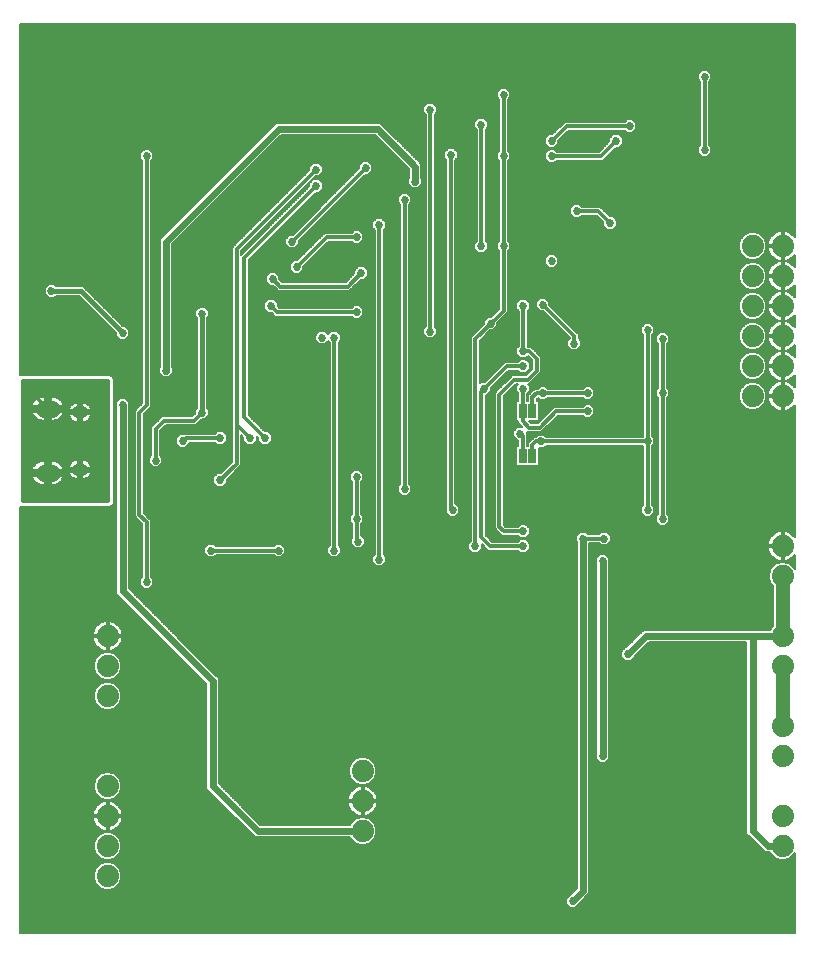
<source format=gbl>
G75*
%MOIN*%
%OFA0B0*%
%FSLAX25Y25*%
%IPPOS*%
%LPD*%
%AMOC8*
5,1,8,0,0,1.08239X$1,22.5*
%
%ADD10C,0.05512*%
%ADD11C,0.03937*%
%ADD12C,0.07400*%
%ADD13R,0.02500X0.05000*%
%ADD14C,0.02700*%
%ADD15C,0.01200*%
%ADD16C,0.01600*%
%ADD17C,0.00600*%
%ADD18C,0.02400*%
%ADD19C,0.04800*%
D10*
X0406991Y0155658D02*
X0409747Y0155658D01*
X0409747Y0177154D02*
X0406991Y0177154D01*
D11*
X0418510Y0175967D02*
X0419692Y0175967D01*
X0418510Y0175967D02*
X0418510Y0175967D01*
X0419692Y0175967D01*
X0419692Y0175967D01*
X0419692Y0156833D02*
X0418510Y0156833D01*
X0418510Y0156833D01*
X0419692Y0156833D01*
X0419692Y0156833D01*
D12*
X0428333Y0101400D03*
X0428333Y0091400D03*
X0428333Y0081400D03*
X0428333Y0051400D03*
X0428333Y0041400D03*
X0428333Y0031400D03*
X0428333Y0021400D03*
X0513333Y0036400D03*
X0513333Y0046400D03*
X0513333Y0056400D03*
X0653333Y0061400D03*
X0653333Y0071400D03*
X0653333Y0091400D03*
X0653333Y0101400D03*
X0653333Y0121400D03*
X0653333Y0131400D03*
X0653333Y0181400D03*
X0643333Y0181400D03*
X0643333Y0191400D03*
X0653333Y0191400D03*
X0653333Y0201400D03*
X0643333Y0201400D03*
X0643333Y0211400D03*
X0653333Y0211400D03*
X0653333Y0221400D03*
X0643333Y0221400D03*
X0643333Y0231400D03*
X0653333Y0231400D03*
X0653333Y0041400D03*
X0653333Y0031400D03*
D13*
X0569933Y0161400D03*
X0566733Y0161400D03*
X0566733Y0176400D03*
X0569933Y0176400D03*
D14*
X0573333Y0182400D03*
X0566833Y0183900D03*
X0553833Y0183900D03*
X0538333Y0181400D03*
X0523333Y0181400D03*
X0513333Y0181400D03*
X0493333Y0181400D03*
X0480833Y0171400D03*
X0480833Y0167400D03*
X0475833Y0167400D03*
X0465833Y0167400D03*
X0462833Y0173400D03*
X0459833Y0175900D03*
X0453333Y0166400D03*
X0448333Y0157900D03*
X0444333Y0159900D03*
X0462833Y0151400D03*
X0465833Y0153400D03*
X0476333Y0157400D03*
X0508333Y0151400D03*
X0511333Y0154400D03*
X0523333Y0146400D03*
X0527333Y0150400D03*
X0530333Y0153900D03*
X0538833Y0143400D03*
X0543333Y0143400D03*
X0550833Y0131400D03*
X0566833Y0131400D03*
X0566833Y0136400D03*
X0586833Y0133900D03*
X0593833Y0133900D03*
X0593333Y0126400D03*
X0608333Y0116400D03*
X0618333Y0106400D03*
X0628333Y0116400D03*
X0638333Y0106400D03*
X0648333Y0116400D03*
X0638333Y0126400D03*
X0628333Y0136400D03*
X0613333Y0140435D03*
X0608333Y0143400D03*
X0618333Y0146400D03*
X0628333Y0156400D03*
X0638333Y0146400D03*
X0648333Y0156400D03*
X0638333Y0166400D03*
X0628333Y0176400D03*
X0617333Y0182400D03*
X0613333Y0182400D03*
X0591833Y0186400D03*
X0588333Y0182400D03*
X0588333Y0176400D03*
X0572833Y0166238D03*
X0565833Y0168862D03*
X0598333Y0156400D03*
X0608333Y0166400D03*
X0566833Y0191400D03*
X0566833Y0196400D03*
X0583833Y0194900D03*
X0583833Y0198900D03*
X0570333Y0208900D03*
X0573333Y0211900D03*
X0566833Y0211400D03*
X0555987Y0205554D03*
X0535833Y0202900D03*
X0535833Y0198400D03*
X0511333Y0209400D03*
X0511333Y0213400D03*
X0512833Y0222400D03*
X0495833Y0224400D03*
X0491333Y0224400D03*
X0486333Y0223900D03*
X0483333Y0220400D03*
X0486333Y0212400D03*
X0482833Y0211400D03*
X0499833Y0200900D03*
X0503833Y0200900D03*
X0459833Y0208900D03*
X0459733Y0214500D03*
X0444333Y0214500D03*
X0433333Y0202400D03*
X0428833Y0202400D03*
X0447833Y0189900D03*
X0433333Y0185900D03*
X0433333Y0178400D03*
X0403333Y0181400D03*
X0403333Y0196400D03*
X0405333Y0216400D03*
X0409593Y0216400D03*
X0448333Y0241400D03*
X0448333Y0251400D03*
X0448333Y0261400D03*
X0441333Y0261400D03*
X0458333Y0261400D03*
X0458333Y0271400D03*
X0468333Y0271400D03*
X0468333Y0286400D03*
X0458333Y0286400D03*
X0448333Y0286400D03*
X0438333Y0286400D03*
X0428333Y0286400D03*
X0418333Y0286400D03*
X0408333Y0286400D03*
X0408333Y0296400D03*
X0418333Y0296400D03*
X0428333Y0296400D03*
X0438333Y0296400D03*
X0448333Y0296400D03*
X0458333Y0296400D03*
X0468333Y0296400D03*
X0478333Y0296400D03*
X0488333Y0296400D03*
X0498333Y0296400D03*
X0508333Y0296400D03*
X0518333Y0296400D03*
X0533333Y0301400D03*
X0543333Y0301400D03*
X0553333Y0301400D03*
X0563333Y0301400D03*
X0573333Y0301400D03*
X0583333Y0301400D03*
X0593333Y0301400D03*
X0603333Y0301400D03*
X0613333Y0301400D03*
X0630333Y0290900D03*
X0627333Y0287900D03*
X0643333Y0291400D03*
X0602333Y0271400D03*
X0599833Y0274400D03*
X0597833Y0266400D03*
X0602333Y0261900D03*
X0608333Y0266400D03*
X0608333Y0256400D03*
X0618333Y0256400D03*
X0628333Y0251400D03*
X0643333Y0251400D03*
X0638333Y0241400D03*
X0648333Y0241400D03*
X0628333Y0241400D03*
X0618333Y0241400D03*
X0608333Y0241400D03*
X0600833Y0238400D03*
X0595833Y0239150D03*
X0584680Y0243054D03*
X0584833Y0246900D03*
X0576333Y0261400D03*
X0576333Y0266400D03*
X0560333Y0261400D03*
X0556333Y0261400D03*
X0542833Y0261715D03*
X0542833Y0265400D03*
X0549333Y0269900D03*
X0552833Y0271900D03*
X0556333Y0281900D03*
X0560333Y0281900D03*
X0535833Y0276900D03*
X0532333Y0274400D03*
X0518333Y0286400D03*
X0508333Y0286400D03*
X0498333Y0286400D03*
X0488333Y0286400D03*
X0478333Y0286400D03*
X0492833Y0256900D03*
X0497833Y0256900D03*
X0497833Y0251400D03*
X0497833Y0246400D03*
X0489833Y0237400D03*
X0489833Y0232900D03*
X0511333Y0234400D03*
X0518833Y0238400D03*
X0524333Y0243400D03*
X0527333Y0246900D03*
X0526833Y0252900D03*
X0530833Y0252900D03*
X0539333Y0249900D03*
X0547833Y0249900D03*
X0556333Y0249900D03*
X0556833Y0237400D03*
X0547833Y0237400D03*
X0539333Y0237900D03*
X0531833Y0237900D03*
X0552833Y0231400D03*
X0560333Y0231400D03*
X0576333Y0226400D03*
X0576333Y0221900D03*
X0590833Y0212400D03*
X0603333Y0208900D03*
X0608333Y0203400D03*
X0613333Y0200435D03*
X0617333Y0200400D03*
X0618333Y0206400D03*
X0633333Y0206400D03*
X0633333Y0216400D03*
X0633333Y0226400D03*
X0623333Y0226400D03*
X0610833Y0220400D03*
X0608333Y0231400D03*
X0627333Y0263400D03*
X0643333Y0266400D03*
X0516833Y0254400D03*
X0514333Y0257400D03*
X0420833Y0246400D03*
X0628333Y0196400D03*
X0511333Y0140400D03*
X0508333Y0136900D03*
X0511833Y0132900D03*
X0514833Y0126900D03*
X0518833Y0126900D03*
X0503833Y0129900D03*
X0500333Y0133400D03*
X0485333Y0133900D03*
X0485333Y0129900D03*
X0462833Y0129900D03*
X0444333Y0122400D03*
X0441333Y0119400D03*
X0483333Y0111400D03*
X0498333Y0116400D03*
X0513333Y0111400D03*
X0528333Y0116400D03*
X0543333Y0111400D03*
X0558333Y0116400D03*
X0573333Y0111400D03*
X0601833Y0095400D03*
X0573333Y0091400D03*
X0558333Y0091400D03*
X0543333Y0091400D03*
X0528333Y0091400D03*
X0513333Y0091400D03*
X0494333Y0089900D03*
X0498333Y0076400D03*
X0513333Y0071400D03*
X0528333Y0076400D03*
X0543333Y0071400D03*
X0558333Y0076400D03*
X0573333Y0071400D03*
X0593333Y0061400D03*
X0597333Y0061400D03*
X0603333Y0061400D03*
X0613333Y0051400D03*
X0603333Y0041400D03*
X0613333Y0031400D03*
X0623333Y0041400D03*
X0633333Y0031400D03*
X0623333Y0021400D03*
X0613333Y0011400D03*
X0603333Y0021400D03*
X0583333Y0012947D03*
X0581333Y0016900D03*
X0563333Y0021400D03*
X0553333Y0021400D03*
X0543333Y0021400D03*
X0533333Y0021400D03*
X0523333Y0021400D03*
X0513333Y0021400D03*
X0623333Y0061400D03*
X0633333Y0051400D03*
X0613333Y0071400D03*
X0643333Y0021400D03*
X0633333Y0011400D03*
X0653333Y0011400D03*
X0618333Y0126400D03*
X0423333Y0141400D03*
X0413333Y0141400D03*
X0403333Y0141400D03*
D15*
X0400133Y0146400D02*
X0400133Y0186400D01*
X0428333Y0186400D01*
X0428333Y0146400D01*
X0400133Y0146400D01*
X0400133Y0146420D02*
X0428333Y0146420D01*
X0428333Y0147618D02*
X0400133Y0147618D01*
X0400133Y0148817D02*
X0428333Y0148817D01*
X0428333Y0150015D02*
X0400133Y0150015D01*
X0400133Y0151214D02*
X0428333Y0151214D01*
X0428333Y0152412D02*
X0412662Y0152412D01*
X0412585Y0152335D02*
X0413070Y0152820D01*
X0413473Y0153375D01*
X0413784Y0153985D01*
X0413996Y0154638D01*
X0414062Y0155058D01*
X0408969Y0155058D01*
X0408969Y0156258D01*
X0407769Y0156258D01*
X0407769Y0160013D01*
X0406648Y0160013D01*
X0405971Y0159906D01*
X0405319Y0159694D01*
X0404708Y0159383D01*
X0404153Y0158980D01*
X0403669Y0158495D01*
X0403266Y0157941D01*
X0402954Y0157330D01*
X0402742Y0156678D01*
X0402676Y0156258D01*
X0407769Y0156258D01*
X0407769Y0155058D01*
X0402676Y0155058D01*
X0402742Y0154638D01*
X0402954Y0153985D01*
X0403266Y0153375D01*
X0403669Y0152820D01*
X0404153Y0152335D01*
X0404708Y0151932D01*
X0405319Y0151621D01*
X0405971Y0151409D01*
X0406648Y0151302D01*
X0407769Y0151302D01*
X0407769Y0155058D01*
X0408969Y0155058D01*
X0408969Y0151302D01*
X0410090Y0151302D01*
X0410767Y0151409D01*
X0411419Y0151621D01*
X0412030Y0151932D01*
X0412585Y0152335D01*
X0413593Y0153611D02*
X0416964Y0153611D01*
X0416820Y0153671D02*
X0417470Y0153402D01*
X0418159Y0153265D01*
X0418717Y0153265D01*
X0418717Y0156449D01*
X0419485Y0156449D01*
X0419485Y0153265D01*
X0420043Y0153265D01*
X0420732Y0153402D01*
X0421382Y0153671D01*
X0421966Y0154061D01*
X0422463Y0154558D01*
X0422854Y0155143D01*
X0423123Y0155792D01*
X0423254Y0156449D01*
X0419485Y0156449D01*
X0419485Y0157217D01*
X0423254Y0157217D01*
X0423123Y0157874D01*
X0422854Y0158523D01*
X0422463Y0159108D01*
X0421966Y0159605D01*
X0421382Y0159995D01*
X0420732Y0160264D01*
X0420043Y0160402D01*
X0419485Y0160402D01*
X0419485Y0157217D01*
X0418717Y0157217D01*
X0418717Y0156449D01*
X0414949Y0156449D01*
X0415079Y0155792D01*
X0415348Y0155143D01*
X0415739Y0154558D01*
X0416236Y0154061D01*
X0416820Y0153671D01*
X0415571Y0154809D02*
X0414023Y0154809D01*
X0414062Y0156258D02*
X0413996Y0156678D01*
X0413784Y0157330D01*
X0413473Y0157941D01*
X0413070Y0158495D01*
X0412585Y0158980D01*
X0412030Y0159383D01*
X0411419Y0159694D01*
X0410767Y0159906D01*
X0410090Y0160013D01*
X0408969Y0160013D01*
X0408969Y0156258D01*
X0414062Y0156258D01*
X0413824Y0157206D02*
X0418717Y0157206D01*
X0418717Y0157217D02*
X0414949Y0157217D01*
X0415079Y0157874D01*
X0415348Y0158523D01*
X0415739Y0159108D01*
X0416236Y0159605D01*
X0416820Y0159995D01*
X0417470Y0160264D01*
X0418159Y0160402D01*
X0418717Y0160402D01*
X0418717Y0157217D01*
X0419485Y0157206D02*
X0428333Y0157206D01*
X0428333Y0156008D02*
X0423166Y0156008D01*
X0422631Y0154809D02*
X0428333Y0154809D01*
X0428333Y0153611D02*
X0421238Y0153611D01*
X0419485Y0153611D02*
X0418717Y0153611D01*
X0418717Y0154809D02*
X0419485Y0154809D01*
X0419485Y0156008D02*
X0418717Y0156008D01*
X0418717Y0158405D02*
X0419485Y0158405D01*
X0419485Y0159603D02*
X0418717Y0159603D01*
X0416234Y0159603D02*
X0411597Y0159603D01*
X0413135Y0158405D02*
X0415299Y0158405D01*
X0415036Y0156008D02*
X0408969Y0156008D01*
X0408969Y0157206D02*
X0407769Y0157206D01*
X0407769Y0156008D02*
X0400133Y0156008D01*
X0400133Y0157206D02*
X0402914Y0157206D01*
X0403603Y0158405D02*
X0400133Y0158405D01*
X0400133Y0159603D02*
X0405141Y0159603D01*
X0407769Y0159603D02*
X0408969Y0159603D01*
X0408969Y0158405D02*
X0407769Y0158405D01*
X0407769Y0154809D02*
X0408969Y0154809D01*
X0408969Y0153611D02*
X0407769Y0153611D01*
X0407769Y0152412D02*
X0408969Y0152412D01*
X0404076Y0152412D02*
X0400133Y0152412D01*
X0400133Y0153611D02*
X0403145Y0153611D01*
X0402715Y0154809D02*
X0400133Y0154809D01*
X0400133Y0160802D02*
X0428333Y0160802D01*
X0428333Y0162001D02*
X0400133Y0162001D01*
X0400133Y0163199D02*
X0428333Y0163199D01*
X0428333Y0164398D02*
X0400133Y0164398D01*
X0400133Y0165596D02*
X0428333Y0165596D01*
X0428333Y0166795D02*
X0400133Y0166795D01*
X0400133Y0167993D02*
X0428333Y0167993D01*
X0428333Y0169192D02*
X0400133Y0169192D01*
X0400133Y0170390D02*
X0428333Y0170390D01*
X0428333Y0171589D02*
X0400133Y0171589D01*
X0400133Y0172787D02*
X0416862Y0172787D01*
X0416820Y0172805D02*
X0417470Y0172536D01*
X0418159Y0172398D01*
X0418717Y0172398D01*
X0418717Y0175583D01*
X0414949Y0175583D01*
X0415079Y0174926D01*
X0415348Y0174277D01*
X0415739Y0173692D01*
X0416236Y0173195D01*
X0416820Y0172805D01*
X0415543Y0173986D02*
X0412739Y0173986D01*
X0412585Y0173831D02*
X0413070Y0174316D01*
X0413473Y0174871D01*
X0413784Y0175482D01*
X0413996Y0176134D01*
X0414062Y0176554D01*
X0408969Y0176554D01*
X0408969Y0177754D01*
X0407769Y0177754D01*
X0407769Y0181510D01*
X0406648Y0181510D01*
X0405971Y0181402D01*
X0405319Y0181190D01*
X0404708Y0180879D01*
X0404153Y0180476D01*
X0403669Y0179991D01*
X0403266Y0179437D01*
X0402954Y0178826D01*
X0402742Y0178174D01*
X0402676Y0177754D01*
X0407769Y0177754D01*
X0407769Y0176554D01*
X0402676Y0176554D01*
X0402742Y0176134D01*
X0402954Y0175482D01*
X0403266Y0174871D01*
X0403669Y0174316D01*
X0404153Y0173831D01*
X0404708Y0173428D01*
X0405319Y0173117D01*
X0405971Y0172905D01*
X0406648Y0172798D01*
X0407769Y0172798D01*
X0407769Y0176554D01*
X0408969Y0176554D01*
X0408969Y0172798D01*
X0410090Y0172798D01*
X0410767Y0172905D01*
X0411419Y0173117D01*
X0412030Y0173428D01*
X0412585Y0173831D01*
X0413632Y0175184D02*
X0415028Y0175184D01*
X0414949Y0176351D02*
X0418717Y0176351D01*
X0418717Y0175583D01*
X0419485Y0175583D01*
X0419485Y0172398D01*
X0420043Y0172398D01*
X0420732Y0172536D01*
X0421382Y0172805D01*
X0421966Y0173195D01*
X0422463Y0173692D01*
X0422854Y0174277D01*
X0423123Y0174926D01*
X0423254Y0175583D01*
X0419485Y0175583D01*
X0419485Y0176351D01*
X0418717Y0176351D01*
X0418717Y0179535D01*
X0418159Y0179535D01*
X0417470Y0179398D01*
X0416820Y0179129D01*
X0416236Y0178739D01*
X0415739Y0178242D01*
X0415348Y0177657D01*
X0415079Y0177008D01*
X0414949Y0176351D01*
X0414955Y0176383D02*
X0414035Y0176383D01*
X0414062Y0177754D02*
X0413996Y0178174D01*
X0413784Y0178826D01*
X0413473Y0179437D01*
X0413070Y0179991D01*
X0412585Y0180476D01*
X0412030Y0180879D01*
X0411419Y0181190D01*
X0410767Y0181402D01*
X0410090Y0181510D01*
X0408969Y0181510D01*
X0408969Y0177754D01*
X0414062Y0177754D01*
X0413799Y0178780D02*
X0416297Y0178780D01*
X0415317Y0177581D02*
X0408969Y0177581D01*
X0408369Y0177154D02*
X0404123Y0181400D01*
X0403333Y0181400D01*
X0403659Y0179978D02*
X0400133Y0179978D01*
X0400133Y0178780D02*
X0402939Y0178780D01*
X0402703Y0176383D02*
X0400133Y0176383D01*
X0400133Y0177581D02*
X0407769Y0177581D01*
X0407769Y0176383D02*
X0408969Y0176383D01*
X0408969Y0175184D02*
X0407769Y0175184D01*
X0407769Y0173986D02*
X0408969Y0173986D01*
X0403999Y0173986D02*
X0400133Y0173986D01*
X0400133Y0175184D02*
X0403106Y0175184D01*
X0407769Y0178780D02*
X0408969Y0178780D01*
X0408969Y0179978D02*
X0407769Y0179978D01*
X0407769Y0181177D02*
X0408969Y0181177D01*
X0411446Y0181177D02*
X0428333Y0181177D01*
X0428333Y0182375D02*
X0400133Y0182375D01*
X0400133Y0181177D02*
X0405292Y0181177D01*
X0400133Y0183574D02*
X0428333Y0183574D01*
X0428333Y0184772D02*
X0400133Y0184772D01*
X0400133Y0185971D02*
X0428333Y0185971D01*
X0428333Y0179978D02*
X0413079Y0179978D01*
X0418717Y0178780D02*
X0419485Y0178780D01*
X0419485Y0179535D02*
X0420043Y0179535D01*
X0420732Y0179398D01*
X0421382Y0179129D01*
X0421966Y0178739D01*
X0422463Y0178242D01*
X0422854Y0177657D01*
X0423123Y0177008D01*
X0423254Y0176351D01*
X0419485Y0176351D01*
X0419485Y0179535D01*
X0419485Y0177581D02*
X0418717Y0177581D01*
X0418717Y0176383D02*
X0419485Y0176383D01*
X0419485Y0175184D02*
X0418717Y0175184D01*
X0418717Y0173986D02*
X0419485Y0173986D01*
X0419485Y0172787D02*
X0418717Y0172787D01*
X0421340Y0172787D02*
X0428333Y0172787D01*
X0428333Y0173986D02*
X0422660Y0173986D01*
X0423174Y0175184D02*
X0428333Y0175184D01*
X0428333Y0176383D02*
X0423247Y0176383D01*
X0422885Y0177581D02*
X0428333Y0177581D01*
X0428333Y0178780D02*
X0421905Y0178780D01*
X0438833Y0175900D02*
X0438833Y0141900D01*
X0441333Y0139400D01*
X0441333Y0119400D01*
X0462833Y0129900D02*
X0485333Y0129900D01*
X0503833Y0129900D02*
X0503833Y0200900D01*
X0511333Y0209400D02*
X0484833Y0209400D01*
X0482833Y0211400D01*
X0485833Y0217900D02*
X0508333Y0217900D01*
X0512833Y0222400D01*
X0501333Y0234400D02*
X0499083Y0232150D01*
X0491333Y0224400D01*
X0485833Y0217900D02*
X0483333Y0220400D01*
X0473833Y0227400D02*
X0497833Y0251400D01*
X0497833Y0256900D02*
X0471333Y0230400D01*
X0471333Y0171900D01*
X0471333Y0158900D01*
X0465833Y0153400D01*
X0444333Y0159900D02*
X0444333Y0170400D01*
X0447083Y0173150D01*
X0457083Y0173150D01*
X0459833Y0175900D01*
X0471333Y0171900D02*
X0475833Y0167400D01*
X0480833Y0167400D02*
X0473833Y0174400D01*
X0473833Y0227400D01*
X0489833Y0232900D02*
X0514333Y0257400D01*
X0527333Y0246900D02*
X0527333Y0150400D01*
X0542783Y0143950D02*
X0542783Y0261665D01*
X0542833Y0261715D01*
X0552833Y0271900D02*
X0552833Y0231400D01*
X0560333Y0231400D02*
X0560333Y0209900D01*
X0558333Y0207900D01*
X0550833Y0200400D01*
X0550833Y0131400D01*
X0552833Y0134400D02*
X0552833Y0182900D01*
X0553833Y0183900D01*
X0561333Y0191400D01*
X0566833Y0191400D01*
X0571333Y0189900D02*
X0568333Y0186900D01*
X0563833Y0186900D01*
X0558833Y0181900D01*
X0558833Y0137900D01*
X0560333Y0136400D01*
X0566833Y0136400D01*
X0566833Y0131400D02*
X0555833Y0131400D01*
X0552833Y0134400D01*
X0543333Y0143400D02*
X0542783Y0143950D01*
X0511833Y0132900D02*
X0511333Y0133400D01*
X0511333Y0140400D01*
X0511333Y0154400D01*
X0465833Y0167400D02*
X0454333Y0167400D01*
X0453333Y0166400D01*
X0441333Y0178400D02*
X0438833Y0175900D01*
X0441333Y0178400D02*
X0441333Y0261400D01*
X0501333Y0234400D02*
X0511333Y0234400D01*
X0518833Y0238400D02*
X0518833Y0126900D01*
X0586833Y0133900D02*
X0593833Y0133900D01*
X0608333Y0143400D02*
X0608333Y0159900D01*
X0608333Y0166400D01*
X0572995Y0166400D01*
X0572833Y0166238D01*
X0571172Y0166238D01*
X0569933Y0165000D01*
X0569933Y0161400D01*
X0566733Y0161400D02*
X0566733Y0167962D01*
X0565833Y0168862D01*
X0568833Y0170900D02*
X0572333Y0170900D01*
X0577833Y0176400D01*
X0588333Y0176400D01*
X0588333Y0182400D02*
X0573333Y0182400D01*
X0571333Y0182400D01*
X0569933Y0181000D01*
X0569933Y0176400D01*
X0566733Y0176400D02*
X0566733Y0173000D01*
X0568833Y0170900D01*
X0566733Y0176400D02*
X0566733Y0183800D01*
X0566833Y0183900D01*
X0571333Y0189900D02*
X0571333Y0193900D01*
X0569583Y0195650D01*
X0568833Y0196400D01*
X0566833Y0196400D01*
X0566833Y0211400D01*
X0573333Y0211900D02*
X0583833Y0201400D01*
X0583833Y0198900D01*
X0558333Y0207900D02*
X0555987Y0205554D01*
X0535833Y0202900D02*
X0535833Y0276900D01*
X0560333Y0281900D02*
X0560333Y0265900D01*
X0560333Y0261400D01*
X0560333Y0245400D01*
X0560333Y0231400D01*
X0584680Y0243054D02*
X0591930Y0243054D01*
X0595833Y0239150D01*
X0592833Y0261400D02*
X0576333Y0261400D01*
X0576333Y0266400D02*
X0581333Y0271400D01*
X0602333Y0271400D01*
X0597833Y0266400D02*
X0592833Y0261400D01*
X0627333Y0263400D02*
X0627333Y0287900D01*
X0608333Y0203400D02*
X0608333Y0166400D01*
X0613333Y0182400D02*
X0613333Y0140435D01*
X0613333Y0182400D02*
X0613333Y0200435D01*
X0428333Y0159603D02*
X0421968Y0159603D01*
X0422903Y0158405D02*
X0428333Y0158405D01*
D16*
X0459833Y0175900D02*
X0459833Y0208900D01*
X0433333Y0202400D02*
X0419333Y0216400D01*
X0409593Y0216400D01*
D17*
X0399233Y0144300D02*
X0399233Y0002300D01*
X0657355Y0002300D01*
X0657362Y0029105D01*
X0657233Y0028794D01*
X0655939Y0027500D01*
X0654248Y0026800D01*
X0652418Y0026800D01*
X0650728Y0027500D01*
X0649434Y0028794D01*
X0649224Y0029300D01*
X0647463Y0029300D01*
X0642463Y0034300D01*
X0641233Y0035530D01*
X0641233Y0099300D01*
X0608703Y0099300D01*
X0604083Y0094680D01*
X0604083Y0094468D01*
X0602765Y0093150D01*
X0600901Y0093150D01*
X0599583Y0094468D01*
X0599583Y0096332D01*
X0600901Y0097650D01*
X0601113Y0097650D01*
X0605733Y0102270D01*
X0606963Y0103500D01*
X0649224Y0103500D01*
X0649434Y0104006D01*
X0650033Y0104605D01*
X0650033Y0118195D01*
X0649434Y0118794D01*
X0648733Y0120485D01*
X0648733Y0122315D01*
X0649434Y0124006D01*
X0650728Y0125300D01*
X0652418Y0126000D01*
X0654248Y0126000D01*
X0655939Y0125300D01*
X0657233Y0124006D01*
X0657386Y0123636D01*
X0657387Y0128473D01*
X0657147Y0128143D01*
X0656591Y0127586D01*
X0655954Y0127124D01*
X0655253Y0126766D01*
X0654504Y0126523D01*
X0653727Y0126400D01*
X0653633Y0126400D01*
X0653633Y0131100D01*
X0653033Y0131100D01*
X0648333Y0131100D01*
X0648333Y0131006D01*
X0648456Y0130229D01*
X0648700Y0129481D01*
X0649057Y0128779D01*
X0649520Y0128143D01*
X0650076Y0127586D01*
X0650713Y0127124D01*
X0651414Y0126766D01*
X0652162Y0126523D01*
X0652940Y0126400D01*
X0653033Y0126400D01*
X0653033Y0131100D01*
X0653033Y0131700D01*
X0648333Y0131700D01*
X0648333Y0131794D01*
X0648456Y0132571D01*
X0648700Y0133319D01*
X0649057Y0134021D01*
X0649520Y0134657D01*
X0650076Y0135214D01*
X0650713Y0135676D01*
X0651414Y0136034D01*
X0652162Y0136277D01*
X0652940Y0136400D01*
X0653033Y0136400D01*
X0653033Y0131700D01*
X0653633Y0131700D01*
X0653633Y0136400D01*
X0653727Y0136400D01*
X0654504Y0136277D01*
X0655253Y0136034D01*
X0655954Y0135676D01*
X0656591Y0135214D01*
X0657147Y0134657D01*
X0657389Y0134324D01*
X0657400Y0178491D01*
X0657147Y0178143D01*
X0656591Y0177586D01*
X0655954Y0177124D01*
X0655253Y0176766D01*
X0654504Y0176523D01*
X0653727Y0176400D01*
X0653633Y0176400D01*
X0653633Y0181100D01*
X0653033Y0181100D01*
X0648333Y0181100D01*
X0648333Y0181006D01*
X0648456Y0180229D01*
X0648700Y0179481D01*
X0649057Y0178779D01*
X0649520Y0178143D01*
X0650076Y0177586D01*
X0650713Y0177124D01*
X0651414Y0176766D01*
X0652162Y0176523D01*
X0652940Y0176400D01*
X0653033Y0176400D01*
X0653033Y0181100D01*
X0653033Y0181700D01*
X0648333Y0181700D01*
X0648333Y0181794D01*
X0648456Y0182571D01*
X0648700Y0183319D01*
X0649057Y0184021D01*
X0649520Y0184657D01*
X0650076Y0185214D01*
X0650713Y0185676D01*
X0651414Y0186034D01*
X0652162Y0186277D01*
X0652940Y0186400D01*
X0653033Y0186400D01*
X0653033Y0181700D01*
X0653633Y0181700D01*
X0653633Y0186400D01*
X0653727Y0186400D01*
X0654504Y0186277D01*
X0655253Y0186034D01*
X0655954Y0185676D01*
X0656591Y0185214D01*
X0657147Y0184657D01*
X0657402Y0184307D01*
X0657403Y0188495D01*
X0657147Y0188143D01*
X0656591Y0187586D01*
X0655954Y0187124D01*
X0655253Y0186766D01*
X0654504Y0186523D01*
X0653727Y0186400D01*
X0653633Y0186400D01*
X0653633Y0191100D01*
X0653033Y0191100D01*
X0648333Y0191100D01*
X0648333Y0191006D01*
X0648456Y0190229D01*
X0648700Y0189481D01*
X0649057Y0188779D01*
X0649520Y0188143D01*
X0650076Y0187586D01*
X0650713Y0187124D01*
X0651414Y0186766D01*
X0652162Y0186523D01*
X0652940Y0186400D01*
X0653033Y0186400D01*
X0653033Y0191100D01*
X0653033Y0191700D01*
X0648333Y0191700D01*
X0648333Y0191794D01*
X0648456Y0192571D01*
X0648700Y0193319D01*
X0649057Y0194021D01*
X0649520Y0194657D01*
X0650076Y0195214D01*
X0650713Y0195676D01*
X0651414Y0196034D01*
X0652162Y0196277D01*
X0652940Y0196400D01*
X0653033Y0196400D01*
X0653033Y0191700D01*
X0653633Y0191700D01*
X0653633Y0196400D01*
X0653727Y0196400D01*
X0654504Y0196277D01*
X0655253Y0196034D01*
X0655954Y0195676D01*
X0656591Y0195214D01*
X0657147Y0194657D01*
X0657404Y0194303D01*
X0657405Y0198498D01*
X0657147Y0198143D01*
X0656591Y0197586D01*
X0655954Y0197124D01*
X0655253Y0196766D01*
X0654504Y0196523D01*
X0653727Y0196400D01*
X0653633Y0196400D01*
X0653633Y0201100D01*
X0653033Y0201100D01*
X0648333Y0201100D01*
X0648333Y0201006D01*
X0648456Y0200229D01*
X0648700Y0199481D01*
X0649057Y0198779D01*
X0649520Y0198143D01*
X0650076Y0197586D01*
X0650713Y0197124D01*
X0651414Y0196766D01*
X0652162Y0196523D01*
X0652940Y0196400D01*
X0653033Y0196400D01*
X0653033Y0201100D01*
X0653033Y0201700D01*
X0648333Y0201700D01*
X0648333Y0201794D01*
X0648456Y0202571D01*
X0648700Y0203319D01*
X0649057Y0204021D01*
X0649520Y0204657D01*
X0650076Y0205214D01*
X0650713Y0205676D01*
X0651414Y0206034D01*
X0652162Y0206277D01*
X0652940Y0206400D01*
X0653033Y0206400D01*
X0653033Y0201700D01*
X0653633Y0201700D01*
X0653633Y0206400D01*
X0653727Y0206400D01*
X0654504Y0206277D01*
X0655253Y0206034D01*
X0655954Y0205676D01*
X0656591Y0205214D01*
X0657147Y0204657D01*
X0657407Y0204300D01*
X0657408Y0208502D01*
X0657147Y0208143D01*
X0656591Y0207586D01*
X0655954Y0207124D01*
X0655253Y0206766D01*
X0654504Y0206523D01*
X0653727Y0206400D01*
X0653633Y0206400D01*
X0653633Y0211100D01*
X0653033Y0211100D01*
X0648333Y0211100D01*
X0648333Y0211006D01*
X0648456Y0210229D01*
X0648700Y0209481D01*
X0649057Y0208779D01*
X0649520Y0208143D01*
X0650076Y0207586D01*
X0650713Y0207124D01*
X0651414Y0206766D01*
X0652162Y0206523D01*
X0652940Y0206400D01*
X0653033Y0206400D01*
X0653033Y0211100D01*
X0653033Y0211700D01*
X0648333Y0211700D01*
X0648333Y0211794D01*
X0648456Y0212571D01*
X0648700Y0213319D01*
X0649057Y0214021D01*
X0649520Y0214657D01*
X0650076Y0215214D01*
X0650713Y0215676D01*
X0651414Y0216034D01*
X0652162Y0216277D01*
X0652940Y0216400D01*
X0653033Y0216400D01*
X0653033Y0211700D01*
X0653633Y0211700D01*
X0653633Y0216400D01*
X0653727Y0216400D01*
X0654504Y0216277D01*
X0655253Y0216034D01*
X0655954Y0215676D01*
X0656591Y0215214D01*
X0657147Y0214657D01*
X0657410Y0214296D01*
X0657411Y0218505D01*
X0657147Y0218143D01*
X0656591Y0217586D01*
X0655954Y0217124D01*
X0655253Y0216766D01*
X0654504Y0216523D01*
X0653727Y0216400D01*
X0653633Y0216400D01*
X0653633Y0221100D01*
X0653033Y0221100D01*
X0648333Y0221100D01*
X0648333Y0221006D01*
X0648456Y0220229D01*
X0648700Y0219481D01*
X0649057Y0218779D01*
X0649520Y0218143D01*
X0650076Y0217586D01*
X0650713Y0217124D01*
X0651414Y0216766D01*
X0652162Y0216523D01*
X0652940Y0216400D01*
X0653033Y0216400D01*
X0653033Y0221100D01*
X0653033Y0221700D01*
X0648333Y0221700D01*
X0648333Y0221794D01*
X0648456Y0222571D01*
X0648700Y0223319D01*
X0649057Y0224021D01*
X0649520Y0224657D01*
X0650076Y0225214D01*
X0650713Y0225676D01*
X0651414Y0226034D01*
X0652162Y0226277D01*
X0652940Y0226400D01*
X0653033Y0226400D01*
X0653033Y0221700D01*
X0653633Y0221700D01*
X0653633Y0226400D01*
X0653727Y0226400D01*
X0654504Y0226277D01*
X0655253Y0226034D01*
X0655954Y0225676D01*
X0656591Y0225214D01*
X0657147Y0224657D01*
X0657412Y0224292D01*
X0657413Y0228509D01*
X0657147Y0228143D01*
X0656591Y0227586D01*
X0655954Y0227124D01*
X0655253Y0226766D01*
X0654504Y0226523D01*
X0653727Y0226400D01*
X0653633Y0226400D01*
X0653633Y0231100D01*
X0653033Y0231100D01*
X0648333Y0231100D01*
X0648333Y0231006D01*
X0648456Y0230229D01*
X0648700Y0229481D01*
X0649057Y0228779D01*
X0649520Y0228143D01*
X0650076Y0227586D01*
X0650713Y0227124D01*
X0651414Y0226766D01*
X0652162Y0226523D01*
X0652940Y0226400D01*
X0653033Y0226400D01*
X0653033Y0231100D01*
X0653033Y0231700D01*
X0648333Y0231700D01*
X0648333Y0231794D01*
X0648456Y0232571D01*
X0648700Y0233319D01*
X0649057Y0234021D01*
X0649520Y0234657D01*
X0650076Y0235214D01*
X0650713Y0235676D01*
X0651414Y0236034D01*
X0652162Y0236277D01*
X0652940Y0236400D01*
X0653033Y0236400D01*
X0653033Y0231700D01*
X0653633Y0231700D01*
X0653633Y0236400D01*
X0653727Y0236400D01*
X0654504Y0236277D01*
X0655253Y0236034D01*
X0655954Y0235676D01*
X0656591Y0235214D01*
X0657147Y0234657D01*
X0657415Y0234289D01*
X0657433Y0305500D01*
X0399233Y0305500D01*
X0399233Y0188500D01*
X0429203Y0188500D01*
X0430433Y0187270D01*
X0430433Y0145530D01*
X0429203Y0144300D01*
X0399233Y0144300D01*
X0399233Y0143846D02*
X0431233Y0143846D01*
X0431233Y0144444D02*
X0429347Y0144444D01*
X0429946Y0145043D02*
X0431233Y0145043D01*
X0431233Y0145641D02*
X0430433Y0145641D01*
X0430433Y0146240D02*
X0431233Y0146240D01*
X0431233Y0146838D02*
X0430433Y0146838D01*
X0430433Y0147437D02*
X0431233Y0147437D01*
X0431233Y0148035D02*
X0430433Y0148035D01*
X0430433Y0148634D02*
X0431233Y0148634D01*
X0431233Y0149232D02*
X0430433Y0149232D01*
X0430433Y0149831D02*
X0431233Y0149831D01*
X0431233Y0150429D02*
X0430433Y0150429D01*
X0430433Y0151028D02*
X0431233Y0151028D01*
X0431233Y0151626D02*
X0430433Y0151626D01*
X0430433Y0152225D02*
X0431233Y0152225D01*
X0431233Y0152823D02*
X0430433Y0152823D01*
X0430433Y0153422D02*
X0431233Y0153422D01*
X0431233Y0154020D02*
X0430433Y0154020D01*
X0430433Y0154619D02*
X0431233Y0154619D01*
X0431233Y0155217D02*
X0430433Y0155217D01*
X0430433Y0155816D02*
X0431233Y0155816D01*
X0431233Y0156414D02*
X0430433Y0156414D01*
X0430433Y0157013D02*
X0431233Y0157013D01*
X0431233Y0157611D02*
X0430433Y0157611D01*
X0430433Y0158210D02*
X0431233Y0158210D01*
X0431233Y0158808D02*
X0430433Y0158808D01*
X0430433Y0159407D02*
X0431233Y0159407D01*
X0431233Y0160005D02*
X0430433Y0160005D01*
X0430433Y0160604D02*
X0431233Y0160604D01*
X0431233Y0161203D02*
X0430433Y0161203D01*
X0430433Y0161801D02*
X0431233Y0161801D01*
X0431233Y0162400D02*
X0430433Y0162400D01*
X0430433Y0162998D02*
X0431233Y0162998D01*
X0431233Y0163597D02*
X0430433Y0163597D01*
X0430433Y0164195D02*
X0431233Y0164195D01*
X0431233Y0164794D02*
X0430433Y0164794D01*
X0430433Y0165392D02*
X0431233Y0165392D01*
X0431233Y0165991D02*
X0430433Y0165991D01*
X0430433Y0166589D02*
X0431233Y0166589D01*
X0431233Y0167188D02*
X0430433Y0167188D01*
X0430433Y0167786D02*
X0431233Y0167786D01*
X0431233Y0168385D02*
X0430433Y0168385D01*
X0430433Y0168983D02*
X0431233Y0168983D01*
X0431233Y0169582D02*
X0430433Y0169582D01*
X0430433Y0170180D02*
X0431233Y0170180D01*
X0431233Y0170779D02*
X0430433Y0170779D01*
X0430433Y0171377D02*
X0431233Y0171377D01*
X0431233Y0171976D02*
X0430433Y0171976D01*
X0430433Y0172574D02*
X0431233Y0172574D01*
X0431233Y0173173D02*
X0430433Y0173173D01*
X0430433Y0173771D02*
X0431233Y0173771D01*
X0431233Y0174370D02*
X0430433Y0174370D01*
X0430433Y0174968D02*
X0431233Y0174968D01*
X0431233Y0175567D02*
X0430433Y0175567D01*
X0430433Y0176165D02*
X0431233Y0176165D01*
X0431233Y0176764D02*
X0430433Y0176764D01*
X0430433Y0177362D02*
X0431189Y0177362D01*
X0431233Y0177318D02*
X0431233Y0115530D01*
X0461233Y0085530D01*
X0461233Y0050530D01*
X0477463Y0034300D01*
X0509224Y0034300D01*
X0509434Y0033794D01*
X0510728Y0032500D01*
X0512418Y0031800D01*
X0514248Y0031800D01*
X0515939Y0032500D01*
X0517233Y0033794D01*
X0517933Y0035485D01*
X0517933Y0037315D01*
X0517233Y0039006D01*
X0515939Y0040300D01*
X0514248Y0041000D01*
X0512418Y0041000D01*
X0510728Y0040300D01*
X0509434Y0039006D01*
X0509224Y0038500D01*
X0479203Y0038500D01*
X0465433Y0052270D01*
X0465433Y0087270D01*
X0464203Y0088500D01*
X0435433Y0117270D01*
X0435433Y0177318D01*
X0435583Y0177468D01*
X0435583Y0179332D01*
X0434265Y0180650D01*
X0432401Y0180650D01*
X0431083Y0179332D01*
X0431083Y0177468D01*
X0431233Y0177318D01*
X0431083Y0177961D02*
X0430433Y0177961D01*
X0430433Y0178559D02*
X0431083Y0178559D01*
X0431083Y0179158D02*
X0430433Y0179158D01*
X0430433Y0179756D02*
X0431508Y0179756D01*
X0432106Y0180355D02*
X0430433Y0180355D01*
X0430433Y0180953D02*
X0439833Y0180953D01*
X0439833Y0180355D02*
X0434560Y0180355D01*
X0435159Y0179756D02*
X0439833Y0179756D01*
X0439833Y0179158D02*
X0435583Y0179158D01*
X0435583Y0178559D02*
X0439371Y0178559D01*
X0439833Y0179021D02*
X0438212Y0177400D01*
X0437333Y0176521D01*
X0437333Y0141279D01*
X0438212Y0140400D01*
X0438212Y0140400D01*
X0439833Y0138779D01*
X0439833Y0121082D01*
X0439083Y0120332D01*
X0439083Y0118468D01*
X0440401Y0117150D01*
X0442265Y0117150D01*
X0443583Y0118468D01*
X0443583Y0120332D01*
X0442833Y0121082D01*
X0442833Y0140021D01*
X0441955Y0140900D01*
X0441955Y0140900D01*
X0440333Y0142521D01*
X0440333Y0175279D01*
X0441955Y0176900D01*
X0442833Y0177779D01*
X0442833Y0259718D01*
X0443583Y0260468D01*
X0443583Y0262332D01*
X0442265Y0263650D01*
X0440401Y0263650D01*
X0439083Y0262332D01*
X0439083Y0260468D01*
X0439833Y0259718D01*
X0439833Y0179021D01*
X0438773Y0177961D02*
X0435583Y0177961D01*
X0435478Y0177362D02*
X0438174Y0177362D01*
X0438212Y0177400D02*
X0438212Y0177400D01*
X0437576Y0176764D02*
X0435433Y0176764D01*
X0435433Y0176165D02*
X0437333Y0176165D01*
X0437333Y0175567D02*
X0435433Y0175567D01*
X0435433Y0174968D02*
X0437333Y0174968D01*
X0437333Y0174370D02*
X0435433Y0174370D01*
X0435433Y0173771D02*
X0437333Y0173771D01*
X0437333Y0173173D02*
X0435433Y0173173D01*
X0435433Y0172574D02*
X0437333Y0172574D01*
X0437333Y0171976D02*
X0435433Y0171976D01*
X0435433Y0171377D02*
X0437333Y0171377D01*
X0437333Y0170779D02*
X0435433Y0170779D01*
X0435433Y0170180D02*
X0437333Y0170180D01*
X0437333Y0169582D02*
X0435433Y0169582D01*
X0435433Y0168983D02*
X0437333Y0168983D01*
X0437333Y0168385D02*
X0435433Y0168385D01*
X0435433Y0167786D02*
X0437333Y0167786D01*
X0437333Y0167188D02*
X0435433Y0167188D01*
X0435433Y0166589D02*
X0437333Y0166589D01*
X0437333Y0165991D02*
X0435433Y0165991D01*
X0435433Y0165392D02*
X0437333Y0165392D01*
X0437333Y0164794D02*
X0435433Y0164794D01*
X0435433Y0164195D02*
X0437333Y0164195D01*
X0437333Y0163597D02*
X0435433Y0163597D01*
X0435433Y0162998D02*
X0437333Y0162998D01*
X0437333Y0162400D02*
X0435433Y0162400D01*
X0435433Y0161801D02*
X0437333Y0161801D01*
X0437333Y0161203D02*
X0435433Y0161203D01*
X0435433Y0160604D02*
X0437333Y0160604D01*
X0437333Y0160005D02*
X0435433Y0160005D01*
X0435433Y0159407D02*
X0437333Y0159407D01*
X0437333Y0158808D02*
X0435433Y0158808D01*
X0435433Y0158210D02*
X0437333Y0158210D01*
X0437333Y0157611D02*
X0435433Y0157611D01*
X0435433Y0157013D02*
X0437333Y0157013D01*
X0437333Y0156414D02*
X0435433Y0156414D01*
X0435433Y0155816D02*
X0437333Y0155816D01*
X0437333Y0155217D02*
X0435433Y0155217D01*
X0435433Y0154619D02*
X0437333Y0154619D01*
X0437333Y0154020D02*
X0435433Y0154020D01*
X0435433Y0153422D02*
X0437333Y0153422D01*
X0437333Y0152823D02*
X0435433Y0152823D01*
X0435433Y0152225D02*
X0437333Y0152225D01*
X0437333Y0151626D02*
X0435433Y0151626D01*
X0435433Y0151028D02*
X0437333Y0151028D01*
X0437333Y0150429D02*
X0435433Y0150429D01*
X0435433Y0149831D02*
X0437333Y0149831D01*
X0437333Y0149232D02*
X0435433Y0149232D01*
X0435433Y0148634D02*
X0437333Y0148634D01*
X0437333Y0148035D02*
X0435433Y0148035D01*
X0435433Y0147437D02*
X0437333Y0147437D01*
X0437333Y0146838D02*
X0435433Y0146838D01*
X0435433Y0146240D02*
X0437333Y0146240D01*
X0437333Y0145641D02*
X0435433Y0145641D01*
X0435433Y0145043D02*
X0437333Y0145043D01*
X0437333Y0144444D02*
X0435433Y0144444D01*
X0435433Y0143846D02*
X0437333Y0143846D01*
X0437333Y0143247D02*
X0435433Y0143247D01*
X0435433Y0142649D02*
X0437333Y0142649D01*
X0437333Y0142050D02*
X0435433Y0142050D01*
X0435433Y0141452D02*
X0437333Y0141452D01*
X0437759Y0140853D02*
X0435433Y0140853D01*
X0435433Y0140255D02*
X0438357Y0140255D01*
X0438956Y0139656D02*
X0435433Y0139656D01*
X0435433Y0139058D02*
X0439554Y0139058D01*
X0439833Y0138459D02*
X0435433Y0138459D01*
X0435433Y0137861D02*
X0439833Y0137861D01*
X0439833Y0137262D02*
X0435433Y0137262D01*
X0435433Y0136664D02*
X0439833Y0136664D01*
X0439833Y0136065D02*
X0435433Y0136065D01*
X0435433Y0135467D02*
X0439833Y0135467D01*
X0439833Y0134868D02*
X0435433Y0134868D01*
X0435433Y0134270D02*
X0439833Y0134270D01*
X0439833Y0133671D02*
X0435433Y0133671D01*
X0435433Y0133072D02*
X0439833Y0133072D01*
X0439833Y0132474D02*
X0435433Y0132474D01*
X0435433Y0131875D02*
X0439833Y0131875D01*
X0439833Y0131277D02*
X0435433Y0131277D01*
X0435433Y0130678D02*
X0439833Y0130678D01*
X0439833Y0130080D02*
X0435433Y0130080D01*
X0435433Y0129481D02*
X0439833Y0129481D01*
X0439833Y0128883D02*
X0435433Y0128883D01*
X0435433Y0128284D02*
X0439833Y0128284D01*
X0439833Y0127686D02*
X0435433Y0127686D01*
X0435433Y0127087D02*
X0439833Y0127087D01*
X0439833Y0126489D02*
X0435433Y0126489D01*
X0435433Y0125890D02*
X0439833Y0125890D01*
X0439833Y0125292D02*
X0435433Y0125292D01*
X0435433Y0124693D02*
X0439833Y0124693D01*
X0439833Y0124095D02*
X0435433Y0124095D01*
X0435433Y0123496D02*
X0439833Y0123496D01*
X0439833Y0122898D02*
X0435433Y0122898D01*
X0435433Y0122299D02*
X0439833Y0122299D01*
X0439833Y0121701D02*
X0435433Y0121701D01*
X0435433Y0121102D02*
X0439833Y0121102D01*
X0439255Y0120504D02*
X0435433Y0120504D01*
X0435433Y0119905D02*
X0439083Y0119905D01*
X0439083Y0119307D02*
X0435433Y0119307D01*
X0435433Y0118708D02*
X0439083Y0118708D01*
X0439442Y0118110D02*
X0435433Y0118110D01*
X0435433Y0117511D02*
X0440040Y0117511D01*
X0442627Y0117511D02*
X0584733Y0117511D01*
X0584733Y0116913D02*
X0435790Y0116913D01*
X0436389Y0116314D02*
X0584733Y0116314D01*
X0584733Y0115716D02*
X0436987Y0115716D01*
X0437586Y0115117D02*
X0584733Y0115117D01*
X0584733Y0114519D02*
X0438185Y0114519D01*
X0438783Y0113920D02*
X0584733Y0113920D01*
X0584733Y0113322D02*
X0439382Y0113322D01*
X0439980Y0112723D02*
X0584733Y0112723D01*
X0584733Y0112125D02*
X0440579Y0112125D01*
X0441177Y0111526D02*
X0584733Y0111526D01*
X0584733Y0110928D02*
X0441776Y0110928D01*
X0442374Y0110329D02*
X0584733Y0110329D01*
X0584733Y0109731D02*
X0442973Y0109731D01*
X0443571Y0109132D02*
X0584733Y0109132D01*
X0584733Y0108534D02*
X0444170Y0108534D01*
X0444768Y0107935D02*
X0584733Y0107935D01*
X0584733Y0107337D02*
X0445367Y0107337D01*
X0445965Y0106738D02*
X0584733Y0106738D01*
X0584733Y0106139D02*
X0446564Y0106139D01*
X0447162Y0105541D02*
X0584733Y0105541D01*
X0584733Y0104942D02*
X0447761Y0104942D01*
X0448359Y0104344D02*
X0584733Y0104344D01*
X0584733Y0103745D02*
X0448958Y0103745D01*
X0449556Y0103147D02*
X0584733Y0103147D01*
X0584733Y0102548D02*
X0450155Y0102548D01*
X0450753Y0101950D02*
X0584733Y0101950D01*
X0584733Y0101351D02*
X0451352Y0101351D01*
X0451950Y0100753D02*
X0584733Y0100753D01*
X0584733Y0100154D02*
X0452549Y0100154D01*
X0453147Y0099556D02*
X0584733Y0099556D01*
X0584733Y0098957D02*
X0453746Y0098957D01*
X0454344Y0098359D02*
X0584733Y0098359D01*
X0584733Y0097760D02*
X0454943Y0097760D01*
X0455541Y0097162D02*
X0584733Y0097162D01*
X0584733Y0096563D02*
X0456140Y0096563D01*
X0456738Y0095965D02*
X0584733Y0095965D01*
X0584733Y0095366D02*
X0457337Y0095366D01*
X0457935Y0094768D02*
X0584733Y0094768D01*
X0584733Y0094169D02*
X0458534Y0094169D01*
X0459132Y0093571D02*
X0584733Y0093571D01*
X0584733Y0092972D02*
X0459731Y0092972D01*
X0460329Y0092374D02*
X0584733Y0092374D01*
X0584733Y0091775D02*
X0460928Y0091775D01*
X0461526Y0091177D02*
X0584733Y0091177D01*
X0584733Y0090578D02*
X0462125Y0090578D01*
X0462723Y0089980D02*
X0584733Y0089980D01*
X0584733Y0089381D02*
X0463322Y0089381D01*
X0463921Y0088783D02*
X0584733Y0088783D01*
X0584733Y0088184D02*
X0464519Y0088184D01*
X0465118Y0087586D02*
X0584733Y0087586D01*
X0584733Y0086987D02*
X0465433Y0086987D01*
X0465433Y0086389D02*
X0584733Y0086389D01*
X0584733Y0085790D02*
X0465433Y0085790D01*
X0465433Y0085192D02*
X0584733Y0085192D01*
X0584733Y0084593D02*
X0465433Y0084593D01*
X0465433Y0083995D02*
X0584733Y0083995D01*
X0584733Y0083396D02*
X0465433Y0083396D01*
X0465433Y0082798D02*
X0584733Y0082798D01*
X0584733Y0082199D02*
X0465433Y0082199D01*
X0465433Y0081601D02*
X0584733Y0081601D01*
X0584733Y0081002D02*
X0465433Y0081002D01*
X0465433Y0080403D02*
X0584733Y0080403D01*
X0584733Y0079805D02*
X0465433Y0079805D01*
X0465433Y0079206D02*
X0584733Y0079206D01*
X0584733Y0078608D02*
X0465433Y0078608D01*
X0465433Y0078009D02*
X0584733Y0078009D01*
X0584733Y0077411D02*
X0465433Y0077411D01*
X0465433Y0076812D02*
X0584733Y0076812D01*
X0584733Y0076214D02*
X0465433Y0076214D01*
X0465433Y0075615D02*
X0584733Y0075615D01*
X0584733Y0075017D02*
X0465433Y0075017D01*
X0465433Y0074418D02*
X0584733Y0074418D01*
X0584733Y0073820D02*
X0465433Y0073820D01*
X0465433Y0073221D02*
X0584733Y0073221D01*
X0584733Y0072623D02*
X0465433Y0072623D01*
X0465433Y0072024D02*
X0584733Y0072024D01*
X0584733Y0071426D02*
X0465433Y0071426D01*
X0465433Y0070827D02*
X0584733Y0070827D01*
X0584733Y0070229D02*
X0465433Y0070229D01*
X0465433Y0069630D02*
X0584733Y0069630D01*
X0584733Y0069032D02*
X0465433Y0069032D01*
X0465433Y0068433D02*
X0584733Y0068433D01*
X0584733Y0067835D02*
X0465433Y0067835D01*
X0465433Y0067236D02*
X0584733Y0067236D01*
X0584733Y0066638D02*
X0465433Y0066638D01*
X0465433Y0066039D02*
X0584733Y0066039D01*
X0584733Y0065441D02*
X0465433Y0065441D01*
X0465433Y0064842D02*
X0584733Y0064842D01*
X0584733Y0064244D02*
X0465433Y0064244D01*
X0465433Y0063645D02*
X0584733Y0063645D01*
X0584733Y0063047D02*
X0465433Y0063047D01*
X0465433Y0062448D02*
X0584733Y0062448D01*
X0584733Y0061850D02*
X0465433Y0061850D01*
X0465433Y0061251D02*
X0584733Y0061251D01*
X0584733Y0060653D02*
X0515087Y0060653D01*
X0514248Y0061000D02*
X0512418Y0061000D01*
X0510728Y0060300D01*
X0509434Y0059006D01*
X0508733Y0057315D01*
X0508733Y0055485D01*
X0509434Y0053794D01*
X0510728Y0052500D01*
X0512418Y0051800D01*
X0514248Y0051800D01*
X0515939Y0052500D01*
X0517233Y0053794D01*
X0517933Y0055485D01*
X0517933Y0057315D01*
X0517233Y0059006D01*
X0515939Y0060300D01*
X0514248Y0061000D01*
X0516185Y0060054D02*
X0584733Y0060054D01*
X0584733Y0059456D02*
X0516783Y0059456D01*
X0517295Y0058857D02*
X0584733Y0058857D01*
X0584733Y0058259D02*
X0517542Y0058259D01*
X0517790Y0057660D02*
X0584733Y0057660D01*
X0584733Y0057062D02*
X0517933Y0057062D01*
X0517933Y0056463D02*
X0584733Y0056463D01*
X0584733Y0055865D02*
X0517933Y0055865D01*
X0517843Y0055266D02*
X0584733Y0055266D01*
X0584733Y0054668D02*
X0517595Y0054668D01*
X0517347Y0054069D02*
X0584733Y0054069D01*
X0584733Y0053470D02*
X0516909Y0053470D01*
X0516311Y0052872D02*
X0584733Y0052872D01*
X0584733Y0052273D02*
X0515391Y0052273D01*
X0515121Y0051076D02*
X0584733Y0051076D01*
X0584733Y0050478D02*
X0516227Y0050478D01*
X0515954Y0050676D02*
X0515253Y0051034D01*
X0514504Y0051277D01*
X0513727Y0051400D01*
X0513633Y0051400D01*
X0513633Y0046700D01*
X0513033Y0046700D01*
X0513033Y0046100D01*
X0508333Y0046100D01*
X0508333Y0046006D01*
X0508456Y0045229D01*
X0508700Y0044481D01*
X0509057Y0043779D01*
X0509520Y0043143D01*
X0510076Y0042586D01*
X0510713Y0042124D01*
X0511414Y0041766D01*
X0512162Y0041523D01*
X0512940Y0041400D01*
X0513033Y0041400D01*
X0513033Y0046100D01*
X0513633Y0046100D01*
X0513633Y0041400D01*
X0513727Y0041400D01*
X0514504Y0041523D01*
X0515253Y0041766D01*
X0515954Y0042124D01*
X0516591Y0042586D01*
X0517147Y0043143D01*
X0517610Y0043779D01*
X0517967Y0044481D01*
X0518210Y0045229D01*
X0518333Y0046006D01*
X0518333Y0046100D01*
X0513633Y0046100D01*
X0513633Y0046700D01*
X0518333Y0046700D01*
X0518333Y0046794D01*
X0518210Y0047571D01*
X0517967Y0048319D01*
X0517610Y0049021D01*
X0517147Y0049657D01*
X0516591Y0050214D01*
X0515954Y0050676D01*
X0516925Y0049879D02*
X0584733Y0049879D01*
X0584733Y0049281D02*
X0517421Y0049281D01*
X0517782Y0048682D02*
X0584733Y0048682D01*
X0584733Y0048084D02*
X0518044Y0048084D01*
X0518224Y0047485D02*
X0584733Y0047485D01*
X0584733Y0046887D02*
X0518319Y0046887D01*
X0518283Y0045690D02*
X0584733Y0045690D01*
X0584733Y0046288D02*
X0513633Y0046288D01*
X0513633Y0045690D02*
X0513033Y0045690D01*
X0513033Y0046288D02*
X0471415Y0046288D01*
X0472013Y0045690D02*
X0508383Y0045690D01*
X0508501Y0045091D02*
X0472612Y0045091D01*
X0473210Y0044493D02*
X0508696Y0044493D01*
X0508998Y0043894D02*
X0473809Y0043894D01*
X0474407Y0043296D02*
X0509408Y0043296D01*
X0509965Y0042697D02*
X0475006Y0042697D01*
X0475604Y0042099D02*
X0510761Y0042099D01*
X0512307Y0041500D02*
X0476203Y0041500D01*
X0476801Y0040902D02*
X0512181Y0040902D01*
X0513033Y0041500D02*
X0513633Y0041500D01*
X0513633Y0042099D02*
X0513033Y0042099D01*
X0513033Y0042697D02*
X0513633Y0042697D01*
X0513633Y0043296D02*
X0513033Y0043296D01*
X0513033Y0043894D02*
X0513633Y0043894D01*
X0513633Y0044493D02*
X0513033Y0044493D01*
X0513033Y0045091D02*
X0513633Y0045091D01*
X0513033Y0046700D02*
X0508333Y0046700D01*
X0508333Y0046794D01*
X0508456Y0047571D01*
X0508700Y0048319D01*
X0509057Y0049021D01*
X0509520Y0049657D01*
X0510076Y0050214D01*
X0510713Y0050676D01*
X0511414Y0051034D01*
X0512162Y0051277D01*
X0512940Y0051400D01*
X0513033Y0051400D01*
X0513033Y0046700D01*
X0513033Y0046887D02*
X0513633Y0046887D01*
X0513633Y0047485D02*
X0513033Y0047485D01*
X0513033Y0048084D02*
X0513633Y0048084D01*
X0513633Y0048682D02*
X0513033Y0048682D01*
X0513033Y0049281D02*
X0513633Y0049281D01*
X0513633Y0049879D02*
X0513033Y0049879D01*
X0513033Y0050478D02*
X0513633Y0050478D01*
X0513633Y0051076D02*
X0513033Y0051076D01*
X0511546Y0051076D02*
X0466627Y0051076D01*
X0467225Y0050478D02*
X0510440Y0050478D01*
X0509742Y0049879D02*
X0467824Y0049879D01*
X0468422Y0049281D02*
X0509246Y0049281D01*
X0508885Y0048682D02*
X0469021Y0048682D01*
X0469619Y0048084D02*
X0508623Y0048084D01*
X0508443Y0047485D02*
X0470218Y0047485D01*
X0470816Y0046887D02*
X0508348Y0046887D01*
X0511275Y0052273D02*
X0465433Y0052273D01*
X0465433Y0052872D02*
X0510356Y0052872D01*
X0509757Y0053470D02*
X0465433Y0053470D01*
X0465433Y0054069D02*
X0509320Y0054069D01*
X0509072Y0054668D02*
X0465433Y0054668D01*
X0465433Y0055266D02*
X0508824Y0055266D01*
X0508733Y0055865D02*
X0465433Y0055865D01*
X0465433Y0056463D02*
X0508733Y0056463D01*
X0508733Y0057062D02*
X0465433Y0057062D01*
X0465433Y0057660D02*
X0508876Y0057660D01*
X0509124Y0058259D02*
X0465433Y0058259D01*
X0465433Y0058857D02*
X0509372Y0058857D01*
X0509884Y0059456D02*
X0465433Y0059456D01*
X0465433Y0060054D02*
X0510482Y0060054D01*
X0511580Y0060653D02*
X0465433Y0060653D01*
X0461233Y0060653D02*
X0399233Y0060653D01*
X0399233Y0061251D02*
X0461233Y0061251D01*
X0461233Y0061850D02*
X0399233Y0061850D01*
X0399233Y0062448D02*
X0461233Y0062448D01*
X0461233Y0063047D02*
X0399233Y0063047D01*
X0399233Y0063645D02*
X0461233Y0063645D01*
X0461233Y0064244D02*
X0399233Y0064244D01*
X0399233Y0064842D02*
X0461233Y0064842D01*
X0461233Y0065441D02*
X0399233Y0065441D01*
X0399233Y0066039D02*
X0461233Y0066039D01*
X0461233Y0066638D02*
X0399233Y0066638D01*
X0399233Y0067236D02*
X0461233Y0067236D01*
X0461233Y0067835D02*
X0399233Y0067835D01*
X0399233Y0068433D02*
X0461233Y0068433D01*
X0461233Y0069032D02*
X0399233Y0069032D01*
X0399233Y0069630D02*
X0461233Y0069630D01*
X0461233Y0070229D02*
X0399233Y0070229D01*
X0399233Y0070827D02*
X0461233Y0070827D01*
X0461233Y0071426D02*
X0399233Y0071426D01*
X0399233Y0072024D02*
X0461233Y0072024D01*
X0461233Y0072623D02*
X0399233Y0072623D01*
X0399233Y0073221D02*
X0461233Y0073221D01*
X0461233Y0073820D02*
X0399233Y0073820D01*
X0399233Y0074418D02*
X0461233Y0074418D01*
X0461233Y0075017D02*
X0399233Y0075017D01*
X0399233Y0075615D02*
X0461233Y0075615D01*
X0461233Y0076214D02*
X0399233Y0076214D01*
X0399233Y0076812D02*
X0427388Y0076812D01*
X0427418Y0076800D02*
X0429248Y0076800D01*
X0430939Y0077500D01*
X0432233Y0078794D01*
X0432933Y0080485D01*
X0432933Y0082315D01*
X0432233Y0084006D01*
X0430939Y0085300D01*
X0429248Y0086000D01*
X0427418Y0086000D01*
X0425728Y0085300D01*
X0424434Y0084006D01*
X0423733Y0082315D01*
X0423733Y0080485D01*
X0424434Y0078794D01*
X0425728Y0077500D01*
X0427418Y0076800D01*
X0425943Y0077411D02*
X0399233Y0077411D01*
X0399233Y0078009D02*
X0425218Y0078009D01*
X0424620Y0078608D02*
X0399233Y0078608D01*
X0399233Y0079206D02*
X0424263Y0079206D01*
X0424015Y0079805D02*
X0399233Y0079805D01*
X0399233Y0080403D02*
X0423767Y0080403D01*
X0423733Y0081002D02*
X0399233Y0081002D01*
X0399233Y0081601D02*
X0423733Y0081601D01*
X0423733Y0082199D02*
X0399233Y0082199D01*
X0399233Y0082798D02*
X0423933Y0082798D01*
X0424181Y0083396D02*
X0399233Y0083396D01*
X0399233Y0083995D02*
X0424429Y0083995D01*
X0425021Y0084593D02*
X0399233Y0084593D01*
X0399233Y0085192D02*
X0425620Y0085192D01*
X0426912Y0085790D02*
X0399233Y0085790D01*
X0399233Y0086389D02*
X0460375Y0086389D01*
X0459776Y0086987D02*
X0429700Y0086987D01*
X0429248Y0086800D02*
X0430939Y0087500D01*
X0432233Y0088794D01*
X0432933Y0090485D01*
X0432933Y0092315D01*
X0432233Y0094006D01*
X0430939Y0095300D01*
X0429248Y0096000D01*
X0427418Y0096000D01*
X0425728Y0095300D01*
X0424434Y0094006D01*
X0423733Y0092315D01*
X0423733Y0090485D01*
X0424434Y0088794D01*
X0425728Y0087500D01*
X0427418Y0086800D01*
X0429248Y0086800D01*
X0429755Y0085790D02*
X0460973Y0085790D01*
X0461233Y0085192D02*
X0431047Y0085192D01*
X0431646Y0084593D02*
X0461233Y0084593D01*
X0461233Y0083995D02*
X0432238Y0083995D01*
X0432486Y0083396D02*
X0461233Y0083396D01*
X0461233Y0082798D02*
X0432733Y0082798D01*
X0432933Y0082199D02*
X0461233Y0082199D01*
X0461233Y0081601D02*
X0432933Y0081601D01*
X0432933Y0081002D02*
X0461233Y0081002D01*
X0461233Y0080403D02*
X0432900Y0080403D01*
X0432652Y0079805D02*
X0461233Y0079805D01*
X0461233Y0079206D02*
X0432404Y0079206D01*
X0432047Y0078608D02*
X0461233Y0078608D01*
X0461233Y0078009D02*
X0431448Y0078009D01*
X0430723Y0077411D02*
X0461233Y0077411D01*
X0461233Y0076812D02*
X0429278Y0076812D01*
X0426967Y0086987D02*
X0399233Y0086987D01*
X0399233Y0087586D02*
X0425642Y0087586D01*
X0425044Y0088184D02*
X0399233Y0088184D01*
X0399233Y0088783D02*
X0424445Y0088783D01*
X0424191Y0089381D02*
X0399233Y0089381D01*
X0399233Y0089980D02*
X0423943Y0089980D01*
X0423733Y0090578D02*
X0399233Y0090578D01*
X0399233Y0091177D02*
X0423733Y0091177D01*
X0423733Y0091775D02*
X0399233Y0091775D01*
X0399233Y0092374D02*
X0423758Y0092374D01*
X0424006Y0092972D02*
X0399233Y0092972D01*
X0399233Y0093571D02*
X0424253Y0093571D01*
X0424597Y0094169D02*
X0399233Y0094169D01*
X0399233Y0094768D02*
X0425196Y0094768D01*
X0425888Y0095366D02*
X0399233Y0095366D01*
X0399233Y0095965D02*
X0427333Y0095965D01*
X0427162Y0096523D02*
X0427940Y0096400D01*
X0428033Y0096400D01*
X0428033Y0101100D01*
X0423333Y0101100D01*
X0423333Y0101006D01*
X0423456Y0100229D01*
X0423700Y0099481D01*
X0424057Y0098779D01*
X0424520Y0098143D01*
X0425076Y0097586D01*
X0425713Y0097124D01*
X0426414Y0096766D01*
X0427162Y0096523D01*
X0427039Y0096563D02*
X0399233Y0096563D01*
X0399233Y0097162D02*
X0425660Y0097162D01*
X0424902Y0097760D02*
X0399233Y0097760D01*
X0399233Y0098359D02*
X0424363Y0098359D01*
X0423966Y0098957D02*
X0399233Y0098957D01*
X0399233Y0099556D02*
X0423675Y0099556D01*
X0423481Y0100154D02*
X0399233Y0100154D01*
X0399233Y0100753D02*
X0423373Y0100753D01*
X0423333Y0101700D02*
X0428033Y0101700D01*
X0428033Y0101100D01*
X0428633Y0101100D01*
X0428633Y0096400D01*
X0428727Y0096400D01*
X0429504Y0096523D01*
X0430253Y0096766D01*
X0430954Y0097124D01*
X0431591Y0097586D01*
X0432147Y0098143D01*
X0432610Y0098779D01*
X0432967Y0099481D01*
X0433210Y0100229D01*
X0433333Y0101006D01*
X0433333Y0101100D01*
X0428633Y0101100D01*
X0428633Y0101700D01*
X0428033Y0101700D01*
X0428033Y0106400D01*
X0427940Y0106400D01*
X0427162Y0106277D01*
X0426414Y0106034D01*
X0425713Y0105676D01*
X0425076Y0105214D01*
X0424520Y0104657D01*
X0424057Y0104021D01*
X0423700Y0103319D01*
X0423456Y0102571D01*
X0423333Y0101794D01*
X0423333Y0101700D01*
X0423358Y0101950D02*
X0399233Y0101950D01*
X0399233Y0102548D02*
X0423453Y0102548D01*
X0423644Y0103147D02*
X0399233Y0103147D01*
X0399233Y0103745D02*
X0423917Y0103745D01*
X0424292Y0104344D02*
X0399233Y0104344D01*
X0399233Y0104942D02*
X0424805Y0104942D01*
X0425526Y0105541D02*
X0399233Y0105541D01*
X0399233Y0106139D02*
X0426740Y0106139D01*
X0428033Y0106139D02*
X0428633Y0106139D01*
X0428633Y0106400D02*
X0428727Y0106400D01*
X0429504Y0106277D01*
X0430253Y0106034D01*
X0430954Y0105676D01*
X0431591Y0105214D01*
X0432147Y0104657D01*
X0432610Y0104021D01*
X0432967Y0103319D01*
X0433210Y0102571D01*
X0433333Y0101794D01*
X0433333Y0101700D01*
X0428633Y0101700D01*
X0428633Y0106400D01*
X0428633Y0105541D02*
X0428033Y0105541D01*
X0428033Y0104942D02*
X0428633Y0104942D01*
X0428633Y0104344D02*
X0428033Y0104344D01*
X0428033Y0103745D02*
X0428633Y0103745D01*
X0428633Y0103147D02*
X0428033Y0103147D01*
X0428033Y0102548D02*
X0428633Y0102548D01*
X0428633Y0101950D02*
X0428033Y0101950D01*
X0428033Y0101351D02*
X0399233Y0101351D01*
X0399233Y0106738D02*
X0440025Y0106738D01*
X0439427Y0107337D02*
X0399233Y0107337D01*
X0399233Y0107935D02*
X0438828Y0107935D01*
X0438230Y0108534D02*
X0399233Y0108534D01*
X0399233Y0109132D02*
X0437631Y0109132D01*
X0437033Y0109731D02*
X0399233Y0109731D01*
X0399233Y0110329D02*
X0436434Y0110329D01*
X0435836Y0110928D02*
X0399233Y0110928D01*
X0399233Y0111526D02*
X0435237Y0111526D01*
X0434639Y0112125D02*
X0399233Y0112125D01*
X0399233Y0112723D02*
X0434040Y0112723D01*
X0433442Y0113322D02*
X0399233Y0113322D01*
X0399233Y0113920D02*
X0432843Y0113920D01*
X0432245Y0114519D02*
X0399233Y0114519D01*
X0399233Y0115117D02*
X0431646Y0115117D01*
X0431233Y0115716D02*
X0399233Y0115716D01*
X0399233Y0116314D02*
X0431233Y0116314D01*
X0431233Y0116913D02*
X0399233Y0116913D01*
X0399233Y0117511D02*
X0431233Y0117511D01*
X0431233Y0118110D02*
X0399233Y0118110D01*
X0399233Y0118708D02*
X0431233Y0118708D01*
X0431233Y0119307D02*
X0399233Y0119307D01*
X0399233Y0119905D02*
X0431233Y0119905D01*
X0431233Y0120504D02*
X0399233Y0120504D01*
X0399233Y0121102D02*
X0431233Y0121102D01*
X0431233Y0121701D02*
X0399233Y0121701D01*
X0399233Y0122299D02*
X0431233Y0122299D01*
X0431233Y0122898D02*
X0399233Y0122898D01*
X0399233Y0123496D02*
X0431233Y0123496D01*
X0431233Y0124095D02*
X0399233Y0124095D01*
X0399233Y0124693D02*
X0431233Y0124693D01*
X0431233Y0125292D02*
X0399233Y0125292D01*
X0399233Y0125890D02*
X0431233Y0125890D01*
X0431233Y0126489D02*
X0399233Y0126489D01*
X0399233Y0127087D02*
X0431233Y0127087D01*
X0431233Y0127686D02*
X0399233Y0127686D01*
X0399233Y0128284D02*
X0431233Y0128284D01*
X0431233Y0128883D02*
X0399233Y0128883D01*
X0399233Y0129481D02*
X0431233Y0129481D01*
X0431233Y0130080D02*
X0399233Y0130080D01*
X0399233Y0130678D02*
X0431233Y0130678D01*
X0431233Y0131277D02*
X0399233Y0131277D01*
X0399233Y0131875D02*
X0431233Y0131875D01*
X0431233Y0132474D02*
X0399233Y0132474D01*
X0399233Y0133072D02*
X0431233Y0133072D01*
X0431233Y0133671D02*
X0399233Y0133671D01*
X0399233Y0134270D02*
X0431233Y0134270D01*
X0431233Y0134868D02*
X0399233Y0134868D01*
X0399233Y0135467D02*
X0431233Y0135467D01*
X0431233Y0136065D02*
X0399233Y0136065D01*
X0399233Y0136664D02*
X0431233Y0136664D01*
X0431233Y0137262D02*
X0399233Y0137262D01*
X0399233Y0137861D02*
X0431233Y0137861D01*
X0431233Y0138459D02*
X0399233Y0138459D01*
X0399233Y0139058D02*
X0431233Y0139058D01*
X0431233Y0139656D02*
X0399233Y0139656D01*
X0399233Y0140255D02*
X0431233Y0140255D01*
X0431233Y0140853D02*
X0399233Y0140853D01*
X0399233Y0141452D02*
X0431233Y0141452D01*
X0431233Y0142050D02*
X0399233Y0142050D01*
X0399233Y0142649D02*
X0431233Y0142649D01*
X0431233Y0143247D02*
X0399233Y0143247D01*
X0440333Y0143247D02*
X0502333Y0143247D01*
X0502333Y0142649D02*
X0440333Y0142649D01*
X0440804Y0142050D02*
X0502333Y0142050D01*
X0502333Y0141452D02*
X0441403Y0141452D01*
X0442002Y0140853D02*
X0502333Y0140853D01*
X0502333Y0140255D02*
X0442600Y0140255D01*
X0442833Y0139656D02*
X0502333Y0139656D01*
X0502333Y0139058D02*
X0442833Y0139058D01*
X0442833Y0138459D02*
X0502333Y0138459D01*
X0502333Y0137861D02*
X0442833Y0137861D01*
X0442833Y0137262D02*
X0502333Y0137262D01*
X0502333Y0136664D02*
X0442833Y0136664D01*
X0442833Y0136065D02*
X0502333Y0136065D01*
X0502333Y0135467D02*
X0442833Y0135467D01*
X0442833Y0134868D02*
X0502333Y0134868D01*
X0502333Y0134270D02*
X0442833Y0134270D01*
X0442833Y0133671D02*
X0502333Y0133671D01*
X0502333Y0133072D02*
X0442833Y0133072D01*
X0442833Y0132474D02*
X0502333Y0132474D01*
X0502333Y0131875D02*
X0486540Y0131875D01*
X0486265Y0132150D02*
X0484401Y0132150D01*
X0483651Y0131400D01*
X0464515Y0131400D01*
X0463765Y0132150D01*
X0461901Y0132150D01*
X0460583Y0130832D01*
X0460583Y0128968D01*
X0461901Y0127650D01*
X0463765Y0127650D01*
X0464515Y0128400D01*
X0483651Y0128400D01*
X0484401Y0127650D01*
X0486265Y0127650D01*
X0487583Y0128968D01*
X0487583Y0130832D01*
X0486265Y0132150D01*
X0487138Y0131277D02*
X0502028Y0131277D01*
X0502333Y0131582D02*
X0501583Y0130832D01*
X0501583Y0128968D01*
X0502901Y0127650D01*
X0504765Y0127650D01*
X0506083Y0128968D01*
X0506083Y0130832D01*
X0505333Y0131582D01*
X0505333Y0199218D01*
X0506083Y0199968D01*
X0506083Y0201832D01*
X0504765Y0203150D01*
X0502901Y0203150D01*
X0501833Y0202082D01*
X0500765Y0203150D01*
X0498901Y0203150D01*
X0497583Y0201832D01*
X0497583Y0199968D01*
X0498901Y0198650D01*
X0500765Y0198650D01*
X0501833Y0199718D01*
X0502333Y0199218D01*
X0502333Y0131582D01*
X0501583Y0130678D02*
X0487583Y0130678D01*
X0487583Y0130080D02*
X0501583Y0130080D01*
X0501583Y0129481D02*
X0487583Y0129481D01*
X0487498Y0128883D02*
X0501668Y0128883D01*
X0502267Y0128284D02*
X0486900Y0128284D01*
X0486301Y0127686D02*
X0502865Y0127686D01*
X0504801Y0127686D02*
X0516583Y0127686D01*
X0516583Y0127832D02*
X0516583Y0125968D01*
X0517901Y0124650D01*
X0519765Y0124650D01*
X0521083Y0125968D01*
X0521083Y0127832D01*
X0520333Y0128582D01*
X0520333Y0236718D01*
X0521083Y0237468D01*
X0521083Y0239332D01*
X0519765Y0240650D01*
X0517901Y0240650D01*
X0516583Y0239332D01*
X0516583Y0237468D01*
X0517333Y0236718D01*
X0517333Y0128582D01*
X0516583Y0127832D01*
X0517036Y0128284D02*
X0505400Y0128284D01*
X0505998Y0128883D02*
X0517333Y0128883D01*
X0517333Y0129481D02*
X0506083Y0129481D01*
X0506083Y0130080D02*
X0517333Y0130080D01*
X0517333Y0130678D02*
X0512794Y0130678D01*
X0512765Y0130650D02*
X0514083Y0131968D01*
X0514083Y0133832D01*
X0512833Y0135082D01*
X0512833Y0138718D01*
X0513583Y0139468D01*
X0513583Y0141332D01*
X0512833Y0142082D01*
X0512833Y0152718D01*
X0513583Y0153468D01*
X0513583Y0155332D01*
X0512265Y0156650D01*
X0510401Y0156650D01*
X0509083Y0155332D01*
X0509083Y0153468D01*
X0509833Y0152718D01*
X0509833Y0142082D01*
X0509083Y0141332D01*
X0509083Y0139468D01*
X0509833Y0138718D01*
X0509833Y0134082D01*
X0509583Y0133832D01*
X0509583Y0131968D01*
X0510901Y0130650D01*
X0512765Y0130650D01*
X0513392Y0131277D02*
X0517333Y0131277D01*
X0517333Y0131875D02*
X0513991Y0131875D01*
X0514083Y0132474D02*
X0517333Y0132474D01*
X0517333Y0133072D02*
X0514083Y0133072D01*
X0514083Y0133671D02*
X0517333Y0133671D01*
X0517333Y0134270D02*
X0513646Y0134270D01*
X0513047Y0134868D02*
X0517333Y0134868D01*
X0517333Y0135467D02*
X0512833Y0135467D01*
X0512833Y0136065D02*
X0517333Y0136065D01*
X0517333Y0136664D02*
X0512833Y0136664D01*
X0512833Y0137262D02*
X0517333Y0137262D01*
X0517333Y0137861D02*
X0512833Y0137861D01*
X0512833Y0138459D02*
X0517333Y0138459D01*
X0517333Y0139058D02*
X0513173Y0139058D01*
X0513583Y0139656D02*
X0517333Y0139656D01*
X0517333Y0140255D02*
X0513583Y0140255D01*
X0513583Y0140853D02*
X0517333Y0140853D01*
X0517333Y0141452D02*
X0513464Y0141452D01*
X0512865Y0142050D02*
X0517333Y0142050D01*
X0517333Y0142649D02*
X0512833Y0142649D01*
X0512833Y0143247D02*
X0517333Y0143247D01*
X0517333Y0143846D02*
X0512833Y0143846D01*
X0512833Y0144444D02*
X0517333Y0144444D01*
X0517333Y0145043D02*
X0512833Y0145043D01*
X0512833Y0145641D02*
X0517333Y0145641D01*
X0517333Y0146240D02*
X0512833Y0146240D01*
X0512833Y0146838D02*
X0517333Y0146838D01*
X0517333Y0147437D02*
X0512833Y0147437D01*
X0512833Y0148035D02*
X0517333Y0148035D01*
X0517333Y0148634D02*
X0512833Y0148634D01*
X0512833Y0149232D02*
X0517333Y0149232D01*
X0517333Y0149831D02*
X0512833Y0149831D01*
X0512833Y0150429D02*
X0517333Y0150429D01*
X0517333Y0151028D02*
X0512833Y0151028D01*
X0512833Y0151626D02*
X0517333Y0151626D01*
X0517333Y0152225D02*
X0512833Y0152225D01*
X0512939Y0152823D02*
X0517333Y0152823D01*
X0517333Y0153422D02*
X0513537Y0153422D01*
X0513583Y0154020D02*
X0517333Y0154020D01*
X0517333Y0154619D02*
X0513583Y0154619D01*
X0513583Y0155217D02*
X0517333Y0155217D01*
X0517333Y0155816D02*
X0513099Y0155816D01*
X0512501Y0156414D02*
X0517333Y0156414D01*
X0517333Y0157013D02*
X0505333Y0157013D01*
X0505333Y0157611D02*
X0517333Y0157611D01*
X0517333Y0158210D02*
X0505333Y0158210D01*
X0505333Y0158808D02*
X0517333Y0158808D01*
X0517333Y0159407D02*
X0505333Y0159407D01*
X0505333Y0160005D02*
X0517333Y0160005D01*
X0517333Y0160604D02*
X0505333Y0160604D01*
X0505333Y0161203D02*
X0517333Y0161203D01*
X0517333Y0161801D02*
X0505333Y0161801D01*
X0505333Y0162400D02*
X0517333Y0162400D01*
X0517333Y0162998D02*
X0505333Y0162998D01*
X0505333Y0163597D02*
X0517333Y0163597D01*
X0517333Y0164195D02*
X0505333Y0164195D01*
X0505333Y0164794D02*
X0517333Y0164794D01*
X0517333Y0165392D02*
X0505333Y0165392D01*
X0505333Y0165991D02*
X0517333Y0165991D01*
X0517333Y0166589D02*
X0505333Y0166589D01*
X0505333Y0167188D02*
X0517333Y0167188D01*
X0517333Y0167786D02*
X0505333Y0167786D01*
X0505333Y0168385D02*
X0517333Y0168385D01*
X0517333Y0168983D02*
X0505333Y0168983D01*
X0505333Y0169582D02*
X0517333Y0169582D01*
X0517333Y0170180D02*
X0505333Y0170180D01*
X0505333Y0170779D02*
X0517333Y0170779D01*
X0517333Y0171377D02*
X0505333Y0171377D01*
X0505333Y0171976D02*
X0517333Y0171976D01*
X0517333Y0172574D02*
X0505333Y0172574D01*
X0505333Y0173173D02*
X0517333Y0173173D01*
X0517333Y0173771D02*
X0505333Y0173771D01*
X0505333Y0174370D02*
X0517333Y0174370D01*
X0517333Y0174968D02*
X0505333Y0174968D01*
X0505333Y0175567D02*
X0517333Y0175567D01*
X0517333Y0176165D02*
X0505333Y0176165D01*
X0505333Y0176764D02*
X0517333Y0176764D01*
X0517333Y0177362D02*
X0505333Y0177362D01*
X0505333Y0177961D02*
X0517333Y0177961D01*
X0517333Y0178559D02*
X0505333Y0178559D01*
X0505333Y0179158D02*
X0517333Y0179158D01*
X0517333Y0179756D02*
X0505333Y0179756D01*
X0505333Y0180355D02*
X0517333Y0180355D01*
X0517333Y0180953D02*
X0505333Y0180953D01*
X0505333Y0181552D02*
X0517333Y0181552D01*
X0517333Y0182150D02*
X0505333Y0182150D01*
X0505333Y0182749D02*
X0517333Y0182749D01*
X0517333Y0183347D02*
X0505333Y0183347D01*
X0505333Y0183946D02*
X0517333Y0183946D01*
X0517333Y0184544D02*
X0505333Y0184544D01*
X0505333Y0185143D02*
X0517333Y0185143D01*
X0517333Y0185741D02*
X0505333Y0185741D01*
X0505333Y0186340D02*
X0517333Y0186340D01*
X0517333Y0186939D02*
X0505333Y0186939D01*
X0505333Y0187537D02*
X0517333Y0187537D01*
X0517333Y0188136D02*
X0505333Y0188136D01*
X0505333Y0188734D02*
X0517333Y0188734D01*
X0517333Y0189333D02*
X0505333Y0189333D01*
X0505333Y0189931D02*
X0517333Y0189931D01*
X0517333Y0190530D02*
X0505333Y0190530D01*
X0505333Y0191128D02*
X0517333Y0191128D01*
X0517333Y0191727D02*
X0505333Y0191727D01*
X0505333Y0192325D02*
X0517333Y0192325D01*
X0517333Y0192924D02*
X0505333Y0192924D01*
X0505333Y0193522D02*
X0517333Y0193522D01*
X0517333Y0194121D02*
X0505333Y0194121D01*
X0505333Y0194719D02*
X0517333Y0194719D01*
X0517333Y0195318D02*
X0505333Y0195318D01*
X0505333Y0195916D02*
X0517333Y0195916D01*
X0517333Y0196515D02*
X0505333Y0196515D01*
X0505333Y0197113D02*
X0517333Y0197113D01*
X0517333Y0197712D02*
X0505333Y0197712D01*
X0505333Y0198310D02*
X0517333Y0198310D01*
X0517333Y0198909D02*
X0505333Y0198909D01*
X0505623Y0199507D02*
X0517333Y0199507D01*
X0517333Y0200106D02*
X0506083Y0200106D01*
X0506083Y0200704D02*
X0517333Y0200704D01*
X0517333Y0201303D02*
X0506083Y0201303D01*
X0506014Y0201901D02*
X0517333Y0201901D01*
X0517333Y0202500D02*
X0505415Y0202500D01*
X0504817Y0203098D02*
X0517333Y0203098D01*
X0517333Y0203697D02*
X0475333Y0203697D01*
X0475333Y0204295D02*
X0517333Y0204295D01*
X0517333Y0204894D02*
X0475333Y0204894D01*
X0475333Y0205492D02*
X0517333Y0205492D01*
X0517333Y0206091D02*
X0475333Y0206091D01*
X0475333Y0206689D02*
X0517333Y0206689D01*
X0517333Y0207288D02*
X0512403Y0207288D01*
X0512265Y0207150D02*
X0513583Y0208468D01*
X0513583Y0210332D01*
X0512265Y0211650D01*
X0510401Y0211650D01*
X0509651Y0210900D01*
X0485455Y0210900D01*
X0485083Y0211271D01*
X0485083Y0212332D01*
X0483765Y0213650D01*
X0481901Y0213650D01*
X0480583Y0212332D01*
X0480583Y0210468D01*
X0481901Y0209150D01*
X0482962Y0209150D01*
X0484212Y0207900D01*
X0509651Y0207900D01*
X0510401Y0207150D01*
X0512265Y0207150D01*
X0513002Y0207886D02*
X0517333Y0207886D01*
X0517333Y0208485D02*
X0513583Y0208485D01*
X0513583Y0209083D02*
X0517333Y0209083D01*
X0517333Y0209682D02*
X0513583Y0209682D01*
X0513583Y0210280D02*
X0517333Y0210280D01*
X0517333Y0210879D02*
X0513036Y0210879D01*
X0512438Y0211477D02*
X0517333Y0211477D01*
X0517333Y0212076D02*
X0485083Y0212076D01*
X0485083Y0211477D02*
X0510229Y0211477D01*
X0509665Y0207886D02*
X0475333Y0207886D01*
X0475333Y0207288D02*
X0510263Y0207288D01*
X0502850Y0203098D02*
X0500817Y0203098D01*
X0501415Y0202500D02*
X0502251Y0202500D01*
X0502044Y0199507D02*
X0501623Y0199507D01*
X0501024Y0198909D02*
X0502333Y0198909D01*
X0502333Y0198310D02*
X0475333Y0198310D01*
X0475333Y0197712D02*
X0502333Y0197712D01*
X0502333Y0197113D02*
X0475333Y0197113D01*
X0475333Y0196515D02*
X0502333Y0196515D01*
X0502333Y0195916D02*
X0475333Y0195916D01*
X0475333Y0195318D02*
X0502333Y0195318D01*
X0502333Y0194719D02*
X0475333Y0194719D01*
X0475333Y0194121D02*
X0502333Y0194121D01*
X0502333Y0193522D02*
X0475333Y0193522D01*
X0475333Y0192924D02*
X0502333Y0192924D01*
X0502333Y0192325D02*
X0475333Y0192325D01*
X0475333Y0191727D02*
X0502333Y0191727D01*
X0502333Y0191128D02*
X0475333Y0191128D01*
X0475333Y0190530D02*
X0502333Y0190530D01*
X0502333Y0189931D02*
X0475333Y0189931D01*
X0475333Y0189333D02*
X0502333Y0189333D01*
X0502333Y0188734D02*
X0475333Y0188734D01*
X0475333Y0188136D02*
X0502333Y0188136D01*
X0502333Y0187537D02*
X0475333Y0187537D01*
X0475333Y0186939D02*
X0502333Y0186939D01*
X0502333Y0186340D02*
X0475333Y0186340D01*
X0475333Y0185741D02*
X0502333Y0185741D01*
X0502333Y0185143D02*
X0475333Y0185143D01*
X0475333Y0184544D02*
X0502333Y0184544D01*
X0502333Y0183946D02*
X0475333Y0183946D01*
X0475333Y0183347D02*
X0502333Y0183347D01*
X0502333Y0182749D02*
X0475333Y0182749D01*
X0475333Y0182150D02*
X0502333Y0182150D01*
X0502333Y0181552D02*
X0475333Y0181552D01*
X0475333Y0180953D02*
X0502333Y0180953D01*
X0502333Y0180355D02*
X0475333Y0180355D01*
X0475333Y0179756D02*
X0502333Y0179756D01*
X0502333Y0179158D02*
X0475333Y0179158D01*
X0475333Y0178559D02*
X0502333Y0178559D01*
X0502333Y0177961D02*
X0475333Y0177961D01*
X0475333Y0177362D02*
X0502333Y0177362D01*
X0502333Y0176764D02*
X0475333Y0176764D01*
X0475333Y0176165D02*
X0502333Y0176165D01*
X0502333Y0175567D02*
X0475333Y0175567D01*
X0475333Y0175021D02*
X0475333Y0226779D01*
X0497705Y0249150D01*
X0498765Y0249150D01*
X0500083Y0250468D01*
X0500083Y0252332D01*
X0498765Y0253650D01*
X0496901Y0253650D01*
X0495583Y0252332D01*
X0495583Y0251271D01*
X0472833Y0228521D01*
X0472833Y0229779D01*
X0497705Y0254650D01*
X0498765Y0254650D01*
X0500083Y0255968D01*
X0500083Y0257832D01*
X0498765Y0259150D01*
X0496901Y0259150D01*
X0495583Y0257832D01*
X0495583Y0256771D01*
X0469833Y0231021D01*
X0469833Y0159521D01*
X0465962Y0155650D01*
X0464901Y0155650D01*
X0463583Y0154332D01*
X0463583Y0152468D01*
X0464901Y0151150D01*
X0466765Y0151150D01*
X0468083Y0152468D01*
X0468083Y0153529D01*
X0472833Y0158279D01*
X0472833Y0168279D01*
X0473583Y0167529D01*
X0473583Y0166468D01*
X0474901Y0165150D01*
X0476765Y0165150D01*
X0478083Y0166468D01*
X0478083Y0168029D01*
X0478583Y0167529D01*
X0478583Y0166468D01*
X0479901Y0165150D01*
X0481765Y0165150D01*
X0483083Y0166468D01*
X0483083Y0168332D01*
X0481765Y0169650D01*
X0480705Y0169650D01*
X0475333Y0175021D01*
X0475386Y0174968D02*
X0502333Y0174968D01*
X0502333Y0174370D02*
X0475985Y0174370D01*
X0476583Y0173771D02*
X0502333Y0173771D01*
X0502333Y0173173D02*
X0477182Y0173173D01*
X0477780Y0172574D02*
X0502333Y0172574D01*
X0502333Y0171976D02*
X0478379Y0171976D01*
X0478977Y0171377D02*
X0502333Y0171377D01*
X0502333Y0170779D02*
X0479576Y0170779D01*
X0480174Y0170180D02*
X0502333Y0170180D01*
X0502333Y0169582D02*
X0481834Y0169582D01*
X0482432Y0168983D02*
X0502333Y0168983D01*
X0502333Y0168385D02*
X0483031Y0168385D01*
X0483083Y0167786D02*
X0502333Y0167786D01*
X0502333Y0167188D02*
X0483083Y0167188D01*
X0483083Y0166589D02*
X0502333Y0166589D01*
X0502333Y0165991D02*
X0482606Y0165991D01*
X0482007Y0165392D02*
X0502333Y0165392D01*
X0502333Y0164794D02*
X0472833Y0164794D01*
X0472833Y0165392D02*
X0474659Y0165392D01*
X0474061Y0165991D02*
X0472833Y0165991D01*
X0472833Y0166589D02*
X0473583Y0166589D01*
X0473583Y0167188D02*
X0472833Y0167188D01*
X0472833Y0167786D02*
X0473326Y0167786D01*
X0469833Y0167786D02*
X0468083Y0167786D01*
X0468083Y0168332D02*
X0466765Y0169650D01*
X0464901Y0169650D01*
X0464151Y0168900D01*
X0453712Y0168900D01*
X0453462Y0168650D01*
X0452401Y0168650D01*
X0451083Y0167332D01*
X0451083Y0165468D01*
X0452401Y0164150D01*
X0454265Y0164150D01*
X0455583Y0165468D01*
X0455583Y0165900D01*
X0464151Y0165900D01*
X0464901Y0165150D01*
X0466765Y0165150D01*
X0468083Y0166468D01*
X0468083Y0168332D01*
X0468031Y0168385D02*
X0469833Y0168385D01*
X0469833Y0168983D02*
X0467432Y0168983D01*
X0466834Y0169582D02*
X0469833Y0169582D01*
X0469833Y0170180D02*
X0446235Y0170180D01*
X0445833Y0169779D02*
X0447705Y0171650D01*
X0457705Y0171650D01*
X0459705Y0173650D01*
X0460765Y0173650D01*
X0462083Y0174968D01*
X0462083Y0176832D01*
X0461533Y0177382D01*
X0461533Y0207418D01*
X0462083Y0207968D01*
X0462083Y0209832D01*
X0460765Y0211150D01*
X0458901Y0211150D01*
X0457583Y0209832D01*
X0457583Y0207968D01*
X0458133Y0207418D01*
X0458133Y0177382D01*
X0457583Y0176832D01*
X0457583Y0175771D01*
X0456462Y0174650D01*
X0447705Y0174650D01*
X0446462Y0174650D01*
X0442833Y0171021D01*
X0442833Y0161582D01*
X0442083Y0160832D01*
X0442083Y0158968D01*
X0443401Y0157650D01*
X0445265Y0157650D01*
X0446583Y0158968D01*
X0446583Y0160832D01*
X0445833Y0161582D01*
X0445833Y0169779D01*
X0445833Y0169582D02*
X0464833Y0169582D01*
X0464235Y0168983D02*
X0445833Y0168983D01*
X0445833Y0168385D02*
X0452136Y0168385D01*
X0451537Y0167786D02*
X0445833Y0167786D01*
X0445833Y0167188D02*
X0451083Y0167188D01*
X0451083Y0166589D02*
X0445833Y0166589D01*
X0445833Y0165991D02*
X0451083Y0165991D01*
X0451159Y0165392D02*
X0445833Y0165392D01*
X0445833Y0164794D02*
X0451758Y0164794D01*
X0452356Y0164195D02*
X0445833Y0164195D01*
X0445833Y0163597D02*
X0469833Y0163597D01*
X0469833Y0164195D02*
X0454310Y0164195D01*
X0454909Y0164794D02*
X0469833Y0164794D01*
X0469833Y0165392D02*
X0467007Y0165392D01*
X0467606Y0165991D02*
X0469833Y0165991D01*
X0469833Y0166589D02*
X0468083Y0166589D01*
X0468083Y0167188D02*
X0469833Y0167188D01*
X0469833Y0170779D02*
X0446833Y0170779D01*
X0447432Y0171377D02*
X0469833Y0171377D01*
X0469833Y0171976D02*
X0458030Y0171976D01*
X0458629Y0172574D02*
X0469833Y0172574D01*
X0469833Y0173173D02*
X0459227Y0173173D01*
X0460887Y0173771D02*
X0469833Y0173771D01*
X0469833Y0174370D02*
X0461485Y0174370D01*
X0462083Y0174968D02*
X0469833Y0174968D01*
X0469833Y0175567D02*
X0462083Y0175567D01*
X0462083Y0176165D02*
X0469833Y0176165D01*
X0469833Y0176764D02*
X0462083Y0176764D01*
X0461553Y0177362D02*
X0469833Y0177362D01*
X0469833Y0177961D02*
X0461533Y0177961D01*
X0461533Y0178559D02*
X0469833Y0178559D01*
X0469833Y0179158D02*
X0461533Y0179158D01*
X0461533Y0179756D02*
X0469833Y0179756D01*
X0469833Y0180355D02*
X0461533Y0180355D01*
X0461533Y0180953D02*
X0469833Y0180953D01*
X0469833Y0181552D02*
X0461533Y0181552D01*
X0461533Y0182150D02*
X0469833Y0182150D01*
X0469833Y0182749D02*
X0461533Y0182749D01*
X0461533Y0183347D02*
X0469833Y0183347D01*
X0469833Y0183946D02*
X0461533Y0183946D01*
X0461533Y0184544D02*
X0469833Y0184544D01*
X0469833Y0185143D02*
X0461533Y0185143D01*
X0461533Y0185741D02*
X0469833Y0185741D01*
X0469833Y0186340D02*
X0461533Y0186340D01*
X0461533Y0186939D02*
X0469833Y0186939D01*
X0469833Y0187537D02*
X0461533Y0187537D01*
X0461533Y0188136D02*
X0469833Y0188136D01*
X0469833Y0188734D02*
X0461533Y0188734D01*
X0461533Y0189333D02*
X0469833Y0189333D01*
X0469833Y0189931D02*
X0461533Y0189931D01*
X0461533Y0190530D02*
X0469833Y0190530D01*
X0469833Y0191128D02*
X0461533Y0191128D01*
X0461533Y0191727D02*
X0469833Y0191727D01*
X0469833Y0192325D02*
X0461533Y0192325D01*
X0461533Y0192924D02*
X0469833Y0192924D01*
X0469833Y0193522D02*
X0461533Y0193522D01*
X0461533Y0194121D02*
X0469833Y0194121D01*
X0469833Y0194719D02*
X0461533Y0194719D01*
X0461533Y0195318D02*
X0469833Y0195318D01*
X0469833Y0195916D02*
X0461533Y0195916D01*
X0461533Y0196515D02*
X0469833Y0196515D01*
X0469833Y0197113D02*
X0461533Y0197113D01*
X0461533Y0197712D02*
X0469833Y0197712D01*
X0469833Y0198310D02*
X0461533Y0198310D01*
X0461533Y0198909D02*
X0469833Y0198909D01*
X0469833Y0199507D02*
X0461533Y0199507D01*
X0461533Y0200106D02*
X0469833Y0200106D01*
X0469833Y0200704D02*
X0461533Y0200704D01*
X0461533Y0201303D02*
X0469833Y0201303D01*
X0469833Y0201901D02*
X0461533Y0201901D01*
X0461533Y0202500D02*
X0469833Y0202500D01*
X0469833Y0203098D02*
X0461533Y0203098D01*
X0461533Y0203697D02*
X0469833Y0203697D01*
X0469833Y0204295D02*
X0461533Y0204295D01*
X0461533Y0204894D02*
X0469833Y0204894D01*
X0469833Y0205492D02*
X0461533Y0205492D01*
X0461533Y0206091D02*
X0469833Y0206091D01*
X0469833Y0206689D02*
X0461533Y0206689D01*
X0461533Y0207288D02*
X0469833Y0207288D01*
X0469833Y0207886D02*
X0462002Y0207886D01*
X0462083Y0208485D02*
X0469833Y0208485D01*
X0469833Y0209083D02*
X0462083Y0209083D01*
X0462083Y0209682D02*
X0469833Y0209682D01*
X0469833Y0210280D02*
X0461635Y0210280D01*
X0461036Y0210879D02*
X0469833Y0210879D01*
X0469833Y0211477D02*
X0449933Y0211477D01*
X0449933Y0210879D02*
X0458630Y0210879D01*
X0458032Y0210280D02*
X0449933Y0210280D01*
X0449933Y0209682D02*
X0457583Y0209682D01*
X0457583Y0209083D02*
X0449933Y0209083D01*
X0449933Y0208485D02*
X0457583Y0208485D01*
X0457665Y0207886D02*
X0449933Y0207886D01*
X0449933Y0207288D02*
X0458133Y0207288D01*
X0458133Y0206689D02*
X0449933Y0206689D01*
X0449933Y0206091D02*
X0458133Y0206091D01*
X0458133Y0205492D02*
X0449933Y0205492D01*
X0449933Y0204894D02*
X0458133Y0204894D01*
X0458133Y0204295D02*
X0449933Y0204295D01*
X0449933Y0203697D02*
X0458133Y0203697D01*
X0458133Y0203098D02*
X0449933Y0203098D01*
X0449933Y0202500D02*
X0458133Y0202500D01*
X0458133Y0201901D02*
X0449933Y0201901D01*
X0449933Y0201303D02*
X0458133Y0201303D01*
X0458133Y0200704D02*
X0449933Y0200704D01*
X0449933Y0200106D02*
X0458133Y0200106D01*
X0458133Y0199507D02*
X0449933Y0199507D01*
X0449933Y0198909D02*
X0458133Y0198909D01*
X0458133Y0198310D02*
X0449933Y0198310D01*
X0449933Y0197712D02*
X0458133Y0197712D01*
X0458133Y0197113D02*
X0449933Y0197113D01*
X0449933Y0196515D02*
X0458133Y0196515D01*
X0458133Y0195916D02*
X0449933Y0195916D01*
X0449933Y0195318D02*
X0458133Y0195318D01*
X0458133Y0194719D02*
X0449933Y0194719D01*
X0449933Y0194121D02*
X0458133Y0194121D01*
X0458133Y0193522D02*
X0449933Y0193522D01*
X0449933Y0192924D02*
X0458133Y0192924D01*
X0458133Y0192325D02*
X0449933Y0192325D01*
X0449933Y0191727D02*
X0458133Y0191727D01*
X0458133Y0191128D02*
X0449933Y0191128D01*
X0449933Y0190982D02*
X0449933Y0232030D01*
X0486203Y0268300D01*
X0517463Y0268300D01*
X0528733Y0257030D01*
X0528733Y0253982D01*
X0528583Y0253832D01*
X0528583Y0251968D01*
X0529901Y0250650D01*
X0531765Y0250650D01*
X0533083Y0251968D01*
X0533083Y0253832D01*
X0532933Y0253982D01*
X0532933Y0258770D01*
X0531703Y0260000D01*
X0519203Y0272500D01*
X0484463Y0272500D01*
X0446963Y0235000D01*
X0445733Y0233770D01*
X0445733Y0190982D01*
X0445583Y0190832D01*
X0445583Y0188968D01*
X0446901Y0187650D01*
X0448765Y0187650D01*
X0450083Y0188968D01*
X0450083Y0190832D01*
X0449933Y0190982D01*
X0450083Y0190530D02*
X0458133Y0190530D01*
X0458133Y0189931D02*
X0450083Y0189931D01*
X0450083Y0189333D02*
X0458133Y0189333D01*
X0458133Y0188734D02*
X0449849Y0188734D01*
X0449251Y0188136D02*
X0458133Y0188136D01*
X0458133Y0187537D02*
X0442833Y0187537D01*
X0442833Y0186939D02*
X0458133Y0186939D01*
X0458133Y0186340D02*
X0442833Y0186340D01*
X0442833Y0185741D02*
X0458133Y0185741D01*
X0458133Y0185143D02*
X0442833Y0185143D01*
X0442833Y0184544D02*
X0458133Y0184544D01*
X0458133Y0183946D02*
X0442833Y0183946D01*
X0442833Y0183347D02*
X0458133Y0183347D01*
X0458133Y0182749D02*
X0442833Y0182749D01*
X0442833Y0182150D02*
X0458133Y0182150D01*
X0458133Y0181552D02*
X0442833Y0181552D01*
X0442833Y0180953D02*
X0458133Y0180953D01*
X0458133Y0180355D02*
X0442833Y0180355D01*
X0442833Y0179756D02*
X0458133Y0179756D01*
X0458133Y0179158D02*
X0442833Y0179158D01*
X0442833Y0178559D02*
X0458133Y0178559D01*
X0458133Y0177961D02*
X0442833Y0177961D01*
X0442417Y0177362D02*
X0458114Y0177362D01*
X0457583Y0176764D02*
X0441818Y0176764D01*
X0441955Y0176900D02*
X0441955Y0176900D01*
X0441220Y0176165D02*
X0457583Y0176165D01*
X0457379Y0175567D02*
X0440621Y0175567D01*
X0440333Y0174968D02*
X0456780Y0174968D01*
X0446182Y0174370D02*
X0440333Y0174370D01*
X0440333Y0173771D02*
X0445583Y0173771D01*
X0444985Y0173173D02*
X0440333Y0173173D01*
X0440333Y0172574D02*
X0444386Y0172574D01*
X0443788Y0171976D02*
X0440333Y0171976D01*
X0440333Y0171377D02*
X0443189Y0171377D01*
X0442833Y0170779D02*
X0440333Y0170779D01*
X0440333Y0170180D02*
X0442833Y0170180D01*
X0442833Y0169582D02*
X0440333Y0169582D01*
X0440333Y0168983D02*
X0442833Y0168983D01*
X0442833Y0168385D02*
X0440333Y0168385D01*
X0440333Y0167786D02*
X0442833Y0167786D01*
X0442833Y0167188D02*
X0440333Y0167188D01*
X0440333Y0166589D02*
X0442833Y0166589D01*
X0442833Y0165991D02*
X0440333Y0165991D01*
X0440333Y0165392D02*
X0442833Y0165392D01*
X0442833Y0164794D02*
X0440333Y0164794D01*
X0440333Y0164195D02*
X0442833Y0164195D01*
X0442833Y0163597D02*
X0440333Y0163597D01*
X0440333Y0162998D02*
X0442833Y0162998D01*
X0442833Y0162400D02*
X0440333Y0162400D01*
X0440333Y0161801D02*
X0442833Y0161801D01*
X0442454Y0161203D02*
X0440333Y0161203D01*
X0440333Y0160604D02*
X0442083Y0160604D01*
X0442083Y0160005D02*
X0440333Y0160005D01*
X0440333Y0159407D02*
X0442083Y0159407D01*
X0442243Y0158808D02*
X0440333Y0158808D01*
X0440333Y0158210D02*
X0442841Y0158210D01*
X0440333Y0157611D02*
X0467923Y0157611D01*
X0467325Y0157013D02*
X0440333Y0157013D01*
X0440333Y0156414D02*
X0466726Y0156414D01*
X0466128Y0155816D02*
X0440333Y0155816D01*
X0440333Y0155217D02*
X0464469Y0155217D01*
X0463870Y0154619D02*
X0440333Y0154619D01*
X0440333Y0154020D02*
X0463583Y0154020D01*
X0463583Y0153422D02*
X0440333Y0153422D01*
X0440333Y0152823D02*
X0463583Y0152823D01*
X0463826Y0152225D02*
X0440333Y0152225D01*
X0440333Y0151626D02*
X0464425Y0151626D01*
X0467242Y0151626D02*
X0502333Y0151626D01*
X0502333Y0151028D02*
X0440333Y0151028D01*
X0440333Y0150429D02*
X0502333Y0150429D01*
X0502333Y0149831D02*
X0440333Y0149831D01*
X0440333Y0149232D02*
X0502333Y0149232D01*
X0502333Y0148634D02*
X0440333Y0148634D01*
X0440333Y0148035D02*
X0502333Y0148035D01*
X0502333Y0147437D02*
X0440333Y0147437D01*
X0440333Y0146838D02*
X0502333Y0146838D01*
X0502333Y0146240D02*
X0440333Y0146240D01*
X0440333Y0145641D02*
X0502333Y0145641D01*
X0502333Y0145043D02*
X0440333Y0145043D01*
X0440333Y0144444D02*
X0502333Y0144444D01*
X0502333Y0143846D02*
X0440333Y0143846D01*
X0442833Y0131875D02*
X0461627Y0131875D01*
X0461028Y0131277D02*
X0442833Y0131277D01*
X0442833Y0130678D02*
X0460583Y0130678D01*
X0460583Y0130080D02*
X0442833Y0130080D01*
X0442833Y0129481D02*
X0460583Y0129481D01*
X0460668Y0128883D02*
X0442833Y0128883D01*
X0442833Y0128284D02*
X0461267Y0128284D01*
X0461865Y0127686D02*
X0442833Y0127686D01*
X0442833Y0127087D02*
X0516583Y0127087D01*
X0516583Y0126489D02*
X0442833Y0126489D01*
X0442833Y0125890D02*
X0516661Y0125890D01*
X0517259Y0125292D02*
X0442833Y0125292D01*
X0442833Y0124693D02*
X0517858Y0124693D01*
X0519809Y0124693D02*
X0584733Y0124693D01*
X0584733Y0124095D02*
X0442833Y0124095D01*
X0442833Y0123496D02*
X0584733Y0123496D01*
X0584733Y0122898D02*
X0442833Y0122898D01*
X0442833Y0122299D02*
X0584733Y0122299D01*
X0584733Y0121701D02*
X0442833Y0121701D01*
X0442833Y0121102D02*
X0584733Y0121102D01*
X0584733Y0120504D02*
X0443412Y0120504D01*
X0443583Y0119905D02*
X0584733Y0119905D01*
X0584733Y0119307D02*
X0443583Y0119307D01*
X0443583Y0118708D02*
X0584733Y0118708D01*
X0584733Y0118110D02*
X0443225Y0118110D01*
X0463801Y0127686D02*
X0484365Y0127686D01*
X0483767Y0128284D02*
X0464400Y0128284D01*
X0464040Y0131875D02*
X0484127Y0131875D01*
X0505333Y0131875D02*
X0509676Y0131875D01*
X0509583Y0132474D02*
X0505333Y0132474D01*
X0505333Y0133072D02*
X0509583Y0133072D01*
X0509583Y0133671D02*
X0505333Y0133671D01*
X0505333Y0134270D02*
X0509833Y0134270D01*
X0509833Y0134868D02*
X0505333Y0134868D01*
X0505333Y0135467D02*
X0509833Y0135467D01*
X0509833Y0136065D02*
X0505333Y0136065D01*
X0505333Y0136664D02*
X0509833Y0136664D01*
X0509833Y0137262D02*
X0505333Y0137262D01*
X0505333Y0137861D02*
X0509833Y0137861D01*
X0509833Y0138459D02*
X0505333Y0138459D01*
X0505333Y0139058D02*
X0509494Y0139058D01*
X0509083Y0139656D02*
X0505333Y0139656D01*
X0505333Y0140255D02*
X0509083Y0140255D01*
X0509083Y0140853D02*
X0505333Y0140853D01*
X0505333Y0141452D02*
X0509203Y0141452D01*
X0509802Y0142050D02*
X0505333Y0142050D01*
X0505333Y0142649D02*
X0509833Y0142649D01*
X0509833Y0143247D02*
X0505333Y0143247D01*
X0505333Y0143846D02*
X0509833Y0143846D01*
X0509833Y0144444D02*
X0505333Y0144444D01*
X0505333Y0145043D02*
X0509833Y0145043D01*
X0509833Y0145641D02*
X0505333Y0145641D01*
X0505333Y0146240D02*
X0509833Y0146240D01*
X0509833Y0146838D02*
X0505333Y0146838D01*
X0505333Y0147437D02*
X0509833Y0147437D01*
X0509833Y0148035D02*
X0505333Y0148035D01*
X0505333Y0148634D02*
X0509833Y0148634D01*
X0509833Y0149232D02*
X0505333Y0149232D01*
X0505333Y0149831D02*
X0509833Y0149831D01*
X0509833Y0150429D02*
X0505333Y0150429D01*
X0505333Y0151028D02*
X0509833Y0151028D01*
X0509833Y0151626D02*
X0505333Y0151626D01*
X0505333Y0152225D02*
X0509833Y0152225D01*
X0509728Y0152823D02*
X0505333Y0152823D01*
X0505333Y0153422D02*
X0509129Y0153422D01*
X0509083Y0154020D02*
X0505333Y0154020D01*
X0505333Y0154619D02*
X0509083Y0154619D01*
X0509083Y0155217D02*
X0505333Y0155217D01*
X0505333Y0155816D02*
X0509567Y0155816D01*
X0510166Y0156414D02*
X0505333Y0156414D01*
X0502333Y0156414D02*
X0470969Y0156414D01*
X0470371Y0155816D02*
X0502333Y0155816D01*
X0502333Y0155217D02*
X0469772Y0155217D01*
X0469174Y0154619D02*
X0502333Y0154619D01*
X0502333Y0154020D02*
X0468575Y0154020D01*
X0468083Y0153422D02*
X0502333Y0153422D01*
X0502333Y0152823D02*
X0468083Y0152823D01*
X0467840Y0152225D02*
X0502333Y0152225D01*
X0502333Y0157013D02*
X0471568Y0157013D01*
X0472166Y0157611D02*
X0502333Y0157611D01*
X0502333Y0158210D02*
X0472765Y0158210D01*
X0472833Y0158808D02*
X0502333Y0158808D01*
X0502333Y0159407D02*
X0472833Y0159407D01*
X0472833Y0160005D02*
X0502333Y0160005D01*
X0502333Y0160604D02*
X0472833Y0160604D01*
X0472833Y0161203D02*
X0502333Y0161203D01*
X0502333Y0161801D02*
X0472833Y0161801D01*
X0472833Y0162400D02*
X0502333Y0162400D01*
X0502333Y0162998D02*
X0472833Y0162998D01*
X0472833Y0163597D02*
X0502333Y0163597D01*
X0502333Y0164195D02*
X0472833Y0164195D01*
X0469833Y0162998D02*
X0445833Y0162998D01*
X0445833Y0162400D02*
X0469833Y0162400D01*
X0469833Y0161801D02*
X0445833Y0161801D01*
X0446213Y0161203D02*
X0469833Y0161203D01*
X0469833Y0160604D02*
X0446583Y0160604D01*
X0446583Y0160005D02*
X0469833Y0160005D01*
X0469719Y0159407D02*
X0446583Y0159407D01*
X0446424Y0158808D02*
X0469120Y0158808D01*
X0468522Y0158210D02*
X0445825Y0158210D01*
X0455507Y0165392D02*
X0464659Y0165392D01*
X0477007Y0165392D02*
X0479659Y0165392D01*
X0479061Y0165991D02*
X0477606Y0165991D01*
X0478083Y0166589D02*
X0478583Y0166589D01*
X0478583Y0167188D02*
X0478083Y0167188D01*
X0478083Y0167786D02*
X0478326Y0167786D01*
X0439833Y0181552D02*
X0430433Y0181552D01*
X0430433Y0182150D02*
X0439833Y0182150D01*
X0439833Y0182749D02*
X0430433Y0182749D01*
X0430433Y0183347D02*
X0439833Y0183347D01*
X0439833Y0183946D02*
X0430433Y0183946D01*
X0430433Y0184544D02*
X0439833Y0184544D01*
X0439833Y0185143D02*
X0430433Y0185143D01*
X0430433Y0185741D02*
X0439833Y0185741D01*
X0439833Y0186340D02*
X0430433Y0186340D01*
X0430433Y0186939D02*
X0439833Y0186939D01*
X0439833Y0187537D02*
X0430166Y0187537D01*
X0429568Y0188136D02*
X0439833Y0188136D01*
X0439833Y0188734D02*
X0399233Y0188734D01*
X0399233Y0189333D02*
X0439833Y0189333D01*
X0439833Y0189931D02*
X0399233Y0189931D01*
X0399233Y0190530D02*
X0439833Y0190530D01*
X0439833Y0191128D02*
X0399233Y0191128D01*
X0399233Y0191727D02*
X0439833Y0191727D01*
X0439833Y0192325D02*
X0399233Y0192325D01*
X0399233Y0192924D02*
X0439833Y0192924D01*
X0439833Y0193522D02*
X0399233Y0193522D01*
X0399233Y0194121D02*
X0439833Y0194121D01*
X0439833Y0194719D02*
X0399233Y0194719D01*
X0399233Y0195318D02*
X0439833Y0195318D01*
X0439833Y0195916D02*
X0399233Y0195916D01*
X0399233Y0196515D02*
X0439833Y0196515D01*
X0439833Y0197113D02*
X0399233Y0197113D01*
X0399233Y0197712D02*
X0439833Y0197712D01*
X0439833Y0198310D02*
X0399233Y0198310D01*
X0399233Y0198909D02*
X0439833Y0198909D01*
X0439833Y0199507D02*
X0399233Y0199507D01*
X0399233Y0200106D02*
X0439833Y0200106D01*
X0439833Y0200704D02*
X0434820Y0200704D01*
X0434265Y0200150D02*
X0435583Y0201468D01*
X0435583Y0203332D01*
X0434265Y0204650D01*
X0433487Y0204650D01*
X0421033Y0217104D01*
X0420037Y0218100D01*
X0411075Y0218100D01*
X0410525Y0218650D01*
X0408661Y0218650D01*
X0407343Y0217332D01*
X0407343Y0215468D01*
X0408661Y0214150D01*
X0410525Y0214150D01*
X0411075Y0214700D01*
X0418629Y0214700D01*
X0431083Y0202246D01*
X0431083Y0201468D01*
X0432401Y0200150D01*
X0434265Y0200150D01*
X0435418Y0201303D02*
X0439833Y0201303D01*
X0439833Y0201901D02*
X0435583Y0201901D01*
X0435583Y0202500D02*
X0439833Y0202500D01*
X0439833Y0203098D02*
X0435583Y0203098D01*
X0435218Y0203697D02*
X0439833Y0203697D01*
X0439833Y0204295D02*
X0434620Y0204295D01*
X0433244Y0204894D02*
X0439833Y0204894D01*
X0439833Y0205492D02*
X0432645Y0205492D01*
X0432047Y0206091D02*
X0439833Y0206091D01*
X0439833Y0206689D02*
X0431448Y0206689D01*
X0430850Y0207288D02*
X0439833Y0207288D01*
X0439833Y0207886D02*
X0430251Y0207886D01*
X0429653Y0208485D02*
X0439833Y0208485D01*
X0439833Y0209083D02*
X0429054Y0209083D01*
X0428456Y0209682D02*
X0439833Y0209682D01*
X0439833Y0210280D02*
X0427857Y0210280D01*
X0427259Y0210879D02*
X0439833Y0210879D01*
X0439833Y0211477D02*
X0426660Y0211477D01*
X0426061Y0212076D02*
X0439833Y0212076D01*
X0439833Y0212674D02*
X0425463Y0212674D01*
X0424864Y0213273D02*
X0439833Y0213273D01*
X0439833Y0213872D02*
X0424266Y0213872D01*
X0423667Y0214470D02*
X0439833Y0214470D01*
X0439833Y0215069D02*
X0423069Y0215069D01*
X0422470Y0215667D02*
X0439833Y0215667D01*
X0439833Y0216266D02*
X0421872Y0216266D01*
X0421273Y0216864D02*
X0439833Y0216864D01*
X0439833Y0217463D02*
X0420675Y0217463D01*
X0420076Y0218061D02*
X0439833Y0218061D01*
X0439833Y0218660D02*
X0399233Y0218660D01*
X0399233Y0219258D02*
X0439833Y0219258D01*
X0439833Y0219857D02*
X0399233Y0219857D01*
X0399233Y0220455D02*
X0439833Y0220455D01*
X0439833Y0221054D02*
X0399233Y0221054D01*
X0399233Y0221652D02*
X0439833Y0221652D01*
X0439833Y0222251D02*
X0399233Y0222251D01*
X0399233Y0222849D02*
X0439833Y0222849D01*
X0439833Y0223448D02*
X0399233Y0223448D01*
X0399233Y0224046D02*
X0439833Y0224046D01*
X0439833Y0224645D02*
X0399233Y0224645D01*
X0399233Y0225243D02*
X0439833Y0225243D01*
X0439833Y0225842D02*
X0399233Y0225842D01*
X0399233Y0226440D02*
X0439833Y0226440D01*
X0439833Y0227039D02*
X0399233Y0227039D01*
X0399233Y0227637D02*
X0439833Y0227637D01*
X0439833Y0228236D02*
X0399233Y0228236D01*
X0399233Y0228834D02*
X0439833Y0228834D01*
X0439833Y0229433D02*
X0399233Y0229433D01*
X0399233Y0230031D02*
X0439833Y0230031D01*
X0439833Y0230630D02*
X0399233Y0230630D01*
X0399233Y0231228D02*
X0439833Y0231228D01*
X0439833Y0231827D02*
X0399233Y0231827D01*
X0399233Y0232425D02*
X0439833Y0232425D01*
X0439833Y0233024D02*
X0399233Y0233024D01*
X0399233Y0233622D02*
X0439833Y0233622D01*
X0439833Y0234221D02*
X0399233Y0234221D01*
X0399233Y0234819D02*
X0439833Y0234819D01*
X0439833Y0235418D02*
X0399233Y0235418D01*
X0399233Y0236016D02*
X0439833Y0236016D01*
X0439833Y0236615D02*
X0399233Y0236615D01*
X0399233Y0237213D02*
X0439833Y0237213D01*
X0439833Y0237812D02*
X0399233Y0237812D01*
X0399233Y0238410D02*
X0439833Y0238410D01*
X0439833Y0239009D02*
X0399233Y0239009D01*
X0399233Y0239608D02*
X0439833Y0239608D01*
X0439833Y0240206D02*
X0399233Y0240206D01*
X0399233Y0240805D02*
X0439833Y0240805D01*
X0439833Y0241403D02*
X0399233Y0241403D01*
X0399233Y0242002D02*
X0439833Y0242002D01*
X0439833Y0242600D02*
X0399233Y0242600D01*
X0399233Y0243199D02*
X0439833Y0243199D01*
X0439833Y0243797D02*
X0399233Y0243797D01*
X0399233Y0244396D02*
X0439833Y0244396D01*
X0439833Y0244994D02*
X0399233Y0244994D01*
X0399233Y0245593D02*
X0439833Y0245593D01*
X0439833Y0246191D02*
X0399233Y0246191D01*
X0399233Y0246790D02*
X0439833Y0246790D01*
X0439833Y0247388D02*
X0399233Y0247388D01*
X0399233Y0247987D02*
X0439833Y0247987D01*
X0439833Y0248585D02*
X0399233Y0248585D01*
X0399233Y0249184D02*
X0439833Y0249184D01*
X0439833Y0249782D02*
X0399233Y0249782D01*
X0399233Y0250381D02*
X0439833Y0250381D01*
X0439833Y0250979D02*
X0399233Y0250979D01*
X0399233Y0251578D02*
X0439833Y0251578D01*
X0439833Y0252176D02*
X0399233Y0252176D01*
X0399233Y0252775D02*
X0439833Y0252775D01*
X0439833Y0253373D02*
X0399233Y0253373D01*
X0399233Y0253972D02*
X0439833Y0253972D01*
X0439833Y0254570D02*
X0399233Y0254570D01*
X0399233Y0255169D02*
X0439833Y0255169D01*
X0439833Y0255767D02*
X0399233Y0255767D01*
X0399233Y0256366D02*
X0439833Y0256366D01*
X0439833Y0256964D02*
X0399233Y0256964D01*
X0399233Y0257563D02*
X0439833Y0257563D01*
X0439833Y0258161D02*
X0399233Y0258161D01*
X0399233Y0258760D02*
X0439833Y0258760D01*
X0439833Y0259358D02*
X0399233Y0259358D01*
X0399233Y0259957D02*
X0439594Y0259957D01*
X0439083Y0260555D02*
X0399233Y0260555D01*
X0399233Y0261154D02*
X0439083Y0261154D01*
X0439083Y0261752D02*
X0399233Y0261752D01*
X0399233Y0262351D02*
X0439102Y0262351D01*
X0439701Y0262949D02*
X0399233Y0262949D01*
X0399233Y0263548D02*
X0440299Y0263548D01*
X0442367Y0263548D02*
X0475511Y0263548D01*
X0474913Y0262949D02*
X0442966Y0262949D01*
X0443564Y0262351D02*
X0474314Y0262351D01*
X0473716Y0261752D02*
X0443583Y0261752D01*
X0443583Y0261154D02*
X0473117Y0261154D01*
X0472519Y0260555D02*
X0443583Y0260555D01*
X0443072Y0259957D02*
X0471920Y0259957D01*
X0471322Y0259358D02*
X0442833Y0259358D01*
X0442833Y0258760D02*
X0470723Y0258760D01*
X0470125Y0258161D02*
X0442833Y0258161D01*
X0442833Y0257563D02*
X0469526Y0257563D01*
X0468928Y0256964D02*
X0442833Y0256964D01*
X0442833Y0256366D02*
X0468329Y0256366D01*
X0467731Y0255767D02*
X0442833Y0255767D01*
X0442833Y0255169D02*
X0467132Y0255169D01*
X0466534Y0254570D02*
X0442833Y0254570D01*
X0442833Y0253972D02*
X0465935Y0253972D01*
X0465337Y0253373D02*
X0442833Y0253373D01*
X0442833Y0252775D02*
X0464738Y0252775D01*
X0464140Y0252176D02*
X0442833Y0252176D01*
X0442833Y0251578D02*
X0463541Y0251578D01*
X0462943Y0250979D02*
X0442833Y0250979D01*
X0442833Y0250381D02*
X0462344Y0250381D01*
X0461746Y0249782D02*
X0442833Y0249782D01*
X0442833Y0249184D02*
X0461147Y0249184D01*
X0460549Y0248585D02*
X0442833Y0248585D01*
X0442833Y0247987D02*
X0459950Y0247987D01*
X0459352Y0247388D02*
X0442833Y0247388D01*
X0442833Y0246790D02*
X0458753Y0246790D01*
X0458155Y0246191D02*
X0442833Y0246191D01*
X0442833Y0245593D02*
X0457556Y0245593D01*
X0456958Y0244994D02*
X0442833Y0244994D01*
X0442833Y0244396D02*
X0456359Y0244396D01*
X0455761Y0243797D02*
X0442833Y0243797D01*
X0442833Y0243199D02*
X0455162Y0243199D01*
X0454564Y0242600D02*
X0442833Y0242600D01*
X0442833Y0242002D02*
X0453965Y0242002D01*
X0453367Y0241403D02*
X0442833Y0241403D01*
X0442833Y0240805D02*
X0452768Y0240805D01*
X0452170Y0240206D02*
X0442833Y0240206D01*
X0442833Y0239608D02*
X0451571Y0239608D01*
X0450972Y0239009D02*
X0442833Y0239009D01*
X0442833Y0238410D02*
X0450374Y0238410D01*
X0449775Y0237812D02*
X0442833Y0237812D01*
X0442833Y0237213D02*
X0449177Y0237213D01*
X0448578Y0236615D02*
X0442833Y0236615D01*
X0442833Y0236016D02*
X0447980Y0236016D01*
X0447381Y0235418D02*
X0442833Y0235418D01*
X0442833Y0234819D02*
X0446783Y0234819D01*
X0446184Y0234221D02*
X0442833Y0234221D01*
X0442833Y0233622D02*
X0445733Y0233622D01*
X0445733Y0233024D02*
X0442833Y0233024D01*
X0442833Y0232425D02*
X0445733Y0232425D01*
X0445733Y0231827D02*
X0442833Y0231827D01*
X0442833Y0231228D02*
X0445733Y0231228D01*
X0445733Y0230630D02*
X0442833Y0230630D01*
X0442833Y0230031D02*
X0445733Y0230031D01*
X0445733Y0229433D02*
X0442833Y0229433D01*
X0442833Y0228834D02*
X0445733Y0228834D01*
X0445733Y0228236D02*
X0442833Y0228236D01*
X0442833Y0227637D02*
X0445733Y0227637D01*
X0445733Y0227039D02*
X0442833Y0227039D01*
X0442833Y0226440D02*
X0445733Y0226440D01*
X0445733Y0225842D02*
X0442833Y0225842D01*
X0442833Y0225243D02*
X0445733Y0225243D01*
X0445733Y0224645D02*
X0442833Y0224645D01*
X0442833Y0224046D02*
X0445733Y0224046D01*
X0445733Y0223448D02*
X0442833Y0223448D01*
X0442833Y0222849D02*
X0445733Y0222849D01*
X0445733Y0222251D02*
X0442833Y0222251D01*
X0442833Y0221652D02*
X0445733Y0221652D01*
X0445733Y0221054D02*
X0442833Y0221054D01*
X0442833Y0220455D02*
X0445733Y0220455D01*
X0445733Y0219857D02*
X0442833Y0219857D01*
X0442833Y0219258D02*
X0445733Y0219258D01*
X0445733Y0218660D02*
X0442833Y0218660D01*
X0442833Y0218061D02*
X0445733Y0218061D01*
X0445733Y0217463D02*
X0442833Y0217463D01*
X0442833Y0216864D02*
X0445733Y0216864D01*
X0445733Y0216266D02*
X0442833Y0216266D01*
X0442833Y0215667D02*
X0445733Y0215667D01*
X0445733Y0215069D02*
X0442833Y0215069D01*
X0442833Y0214470D02*
X0445733Y0214470D01*
X0445733Y0213872D02*
X0442833Y0213872D01*
X0442833Y0213273D02*
X0445733Y0213273D01*
X0445733Y0212674D02*
X0442833Y0212674D01*
X0442833Y0212076D02*
X0445733Y0212076D01*
X0445733Y0211477D02*
X0442833Y0211477D01*
X0442833Y0210879D02*
X0445733Y0210879D01*
X0445733Y0210280D02*
X0442833Y0210280D01*
X0442833Y0209682D02*
X0445733Y0209682D01*
X0445733Y0209083D02*
X0442833Y0209083D01*
X0442833Y0208485D02*
X0445733Y0208485D01*
X0445733Y0207886D02*
X0442833Y0207886D01*
X0442833Y0207288D02*
X0445733Y0207288D01*
X0445733Y0206689D02*
X0442833Y0206689D01*
X0442833Y0206091D02*
X0445733Y0206091D01*
X0445733Y0205492D02*
X0442833Y0205492D01*
X0442833Y0204894D02*
X0445733Y0204894D01*
X0445733Y0204295D02*
X0442833Y0204295D01*
X0442833Y0203697D02*
X0445733Y0203697D01*
X0445733Y0203098D02*
X0442833Y0203098D01*
X0442833Y0202500D02*
X0445733Y0202500D01*
X0445733Y0201901D02*
X0442833Y0201901D01*
X0442833Y0201303D02*
X0445733Y0201303D01*
X0445733Y0200704D02*
X0442833Y0200704D01*
X0442833Y0200106D02*
X0445733Y0200106D01*
X0445733Y0199507D02*
X0442833Y0199507D01*
X0442833Y0198909D02*
X0445733Y0198909D01*
X0445733Y0198310D02*
X0442833Y0198310D01*
X0442833Y0197712D02*
X0445733Y0197712D01*
X0445733Y0197113D02*
X0442833Y0197113D01*
X0442833Y0196515D02*
X0445733Y0196515D01*
X0445733Y0195916D02*
X0442833Y0195916D01*
X0442833Y0195318D02*
X0445733Y0195318D01*
X0445733Y0194719D02*
X0442833Y0194719D01*
X0442833Y0194121D02*
X0445733Y0194121D01*
X0445733Y0193522D02*
X0442833Y0193522D01*
X0442833Y0192924D02*
X0445733Y0192924D01*
X0445733Y0192325D02*
X0442833Y0192325D01*
X0442833Y0191727D02*
X0445733Y0191727D01*
X0445733Y0191128D02*
X0442833Y0191128D01*
X0442833Y0190530D02*
X0445583Y0190530D01*
X0445583Y0189931D02*
X0442833Y0189931D01*
X0442833Y0189333D02*
X0445583Y0189333D01*
X0445817Y0188734D02*
X0442833Y0188734D01*
X0442833Y0188136D02*
X0446416Y0188136D01*
X0431847Y0200704D02*
X0399233Y0200704D01*
X0399233Y0201303D02*
X0431249Y0201303D01*
X0431083Y0201901D02*
X0399233Y0201901D01*
X0399233Y0202500D02*
X0430829Y0202500D01*
X0430231Y0203098D02*
X0399233Y0203098D01*
X0399233Y0203697D02*
X0429632Y0203697D01*
X0429034Y0204295D02*
X0399233Y0204295D01*
X0399233Y0204894D02*
X0428435Y0204894D01*
X0427837Y0205492D02*
X0399233Y0205492D01*
X0399233Y0206091D02*
X0427238Y0206091D01*
X0426640Y0206689D02*
X0399233Y0206689D01*
X0399233Y0207288D02*
X0426041Y0207288D01*
X0425443Y0207886D02*
X0399233Y0207886D01*
X0399233Y0208485D02*
X0424844Y0208485D01*
X0424246Y0209083D02*
X0399233Y0209083D01*
X0399233Y0209682D02*
X0423647Y0209682D01*
X0423049Y0210280D02*
X0399233Y0210280D01*
X0399233Y0210879D02*
X0422450Y0210879D01*
X0421852Y0211477D02*
X0399233Y0211477D01*
X0399233Y0212076D02*
X0421253Y0212076D01*
X0420655Y0212674D02*
X0399233Y0212674D01*
X0399233Y0213273D02*
X0420056Y0213273D01*
X0419458Y0213872D02*
X0399233Y0213872D01*
X0399233Y0214470D02*
X0408341Y0214470D01*
X0407743Y0215069D02*
X0399233Y0215069D01*
X0399233Y0215667D02*
X0407343Y0215667D01*
X0407343Y0216266D02*
X0399233Y0216266D01*
X0399233Y0216864D02*
X0407343Y0216864D01*
X0407474Y0217463D02*
X0399233Y0217463D01*
X0399233Y0218061D02*
X0408072Y0218061D01*
X0410845Y0214470D02*
X0418859Y0214470D01*
X0449933Y0214470D02*
X0469833Y0214470D01*
X0469833Y0213872D02*
X0449933Y0213872D01*
X0449933Y0213273D02*
X0469833Y0213273D01*
X0469833Y0212674D02*
X0449933Y0212674D01*
X0449933Y0212076D02*
X0469833Y0212076D01*
X0469833Y0215069D02*
X0449933Y0215069D01*
X0449933Y0215667D02*
X0469833Y0215667D01*
X0469833Y0216266D02*
X0449933Y0216266D01*
X0449933Y0216864D02*
X0469833Y0216864D01*
X0469833Y0217463D02*
X0449933Y0217463D01*
X0449933Y0218061D02*
X0469833Y0218061D01*
X0469833Y0218660D02*
X0449933Y0218660D01*
X0449933Y0219258D02*
X0469833Y0219258D01*
X0469833Y0219857D02*
X0449933Y0219857D01*
X0449933Y0220455D02*
X0469833Y0220455D01*
X0469833Y0221054D02*
X0449933Y0221054D01*
X0449933Y0221652D02*
X0469833Y0221652D01*
X0469833Y0222251D02*
X0449933Y0222251D01*
X0449933Y0222849D02*
X0469833Y0222849D01*
X0469833Y0223448D02*
X0449933Y0223448D01*
X0449933Y0224046D02*
X0469833Y0224046D01*
X0469833Y0224645D02*
X0449933Y0224645D01*
X0449933Y0225243D02*
X0469833Y0225243D01*
X0469833Y0225842D02*
X0449933Y0225842D01*
X0449933Y0226440D02*
X0469833Y0226440D01*
X0469833Y0227039D02*
X0449933Y0227039D01*
X0449933Y0227637D02*
X0469833Y0227637D01*
X0469833Y0228236D02*
X0449933Y0228236D01*
X0449933Y0228834D02*
X0469833Y0228834D01*
X0469833Y0229433D02*
X0449933Y0229433D01*
X0449933Y0230031D02*
X0469833Y0230031D01*
X0469833Y0230630D02*
X0449933Y0230630D01*
X0449933Y0231228D02*
X0470040Y0231228D01*
X0470639Y0231827D02*
X0449933Y0231827D01*
X0450329Y0232425D02*
X0471237Y0232425D01*
X0471836Y0233024D02*
X0450927Y0233024D01*
X0451526Y0233622D02*
X0472434Y0233622D01*
X0473033Y0234221D02*
X0452124Y0234221D01*
X0452723Y0234819D02*
X0473631Y0234819D01*
X0474230Y0235418D02*
X0453321Y0235418D01*
X0453920Y0236016D02*
X0474828Y0236016D01*
X0475427Y0236615D02*
X0454518Y0236615D01*
X0455117Y0237213D02*
X0476025Y0237213D01*
X0476624Y0237812D02*
X0455715Y0237812D01*
X0456314Y0238410D02*
X0477222Y0238410D01*
X0477821Y0239009D02*
X0456912Y0239009D01*
X0457511Y0239608D02*
X0478420Y0239608D01*
X0479018Y0240206D02*
X0458109Y0240206D01*
X0458708Y0240805D02*
X0479617Y0240805D01*
X0480215Y0241403D02*
X0459306Y0241403D01*
X0459905Y0242002D02*
X0480814Y0242002D01*
X0481412Y0242600D02*
X0460503Y0242600D01*
X0461102Y0243199D02*
X0482011Y0243199D01*
X0482609Y0243797D02*
X0461700Y0243797D01*
X0462299Y0244396D02*
X0483208Y0244396D01*
X0483806Y0244994D02*
X0462897Y0244994D01*
X0463496Y0245593D02*
X0484405Y0245593D01*
X0485003Y0246191D02*
X0464094Y0246191D01*
X0464693Y0246790D02*
X0485602Y0246790D01*
X0486200Y0247388D02*
X0465291Y0247388D01*
X0465890Y0247987D02*
X0486799Y0247987D01*
X0487397Y0248585D02*
X0466488Y0248585D01*
X0467087Y0249184D02*
X0487996Y0249184D01*
X0488594Y0249782D02*
X0467685Y0249782D01*
X0468284Y0250381D02*
X0489193Y0250381D01*
X0489791Y0250979D02*
X0468882Y0250979D01*
X0469481Y0251578D02*
X0490390Y0251578D01*
X0490988Y0252176D02*
X0470079Y0252176D01*
X0470678Y0252775D02*
X0491587Y0252775D01*
X0492185Y0253373D02*
X0471276Y0253373D01*
X0471875Y0253972D02*
X0492784Y0253972D01*
X0493382Y0254570D02*
X0472473Y0254570D01*
X0473072Y0255169D02*
X0493981Y0255169D01*
X0494579Y0255767D02*
X0473670Y0255767D01*
X0474269Y0256366D02*
X0495178Y0256366D01*
X0495583Y0256964D02*
X0474868Y0256964D01*
X0475466Y0257563D02*
X0495583Y0257563D01*
X0495913Y0258161D02*
X0476065Y0258161D01*
X0476663Y0258760D02*
X0496511Y0258760D01*
X0499155Y0258760D02*
X0512511Y0258760D01*
X0512083Y0258332D02*
X0513401Y0259650D01*
X0515265Y0259650D01*
X0516583Y0258332D01*
X0516583Y0256468D01*
X0515265Y0255150D01*
X0514205Y0255150D01*
X0492083Y0233029D01*
X0492083Y0231968D01*
X0490765Y0230650D01*
X0488901Y0230650D01*
X0487583Y0231968D01*
X0487583Y0233832D01*
X0488901Y0235150D01*
X0489962Y0235150D01*
X0512083Y0257271D01*
X0512083Y0258332D01*
X0512083Y0258161D02*
X0499754Y0258161D01*
X0500083Y0257563D02*
X0512083Y0257563D01*
X0511776Y0256964D02*
X0500083Y0256964D01*
X0500083Y0256366D02*
X0511178Y0256366D01*
X0510579Y0255767D02*
X0499883Y0255767D01*
X0499284Y0255169D02*
X0509981Y0255169D01*
X0509382Y0254570D02*
X0497625Y0254570D01*
X0497026Y0253972D02*
X0508784Y0253972D01*
X0508185Y0253373D02*
X0499042Y0253373D01*
X0499641Y0252775D02*
X0507587Y0252775D01*
X0506988Y0252176D02*
X0500083Y0252176D01*
X0500083Y0251578D02*
X0506390Y0251578D01*
X0505791Y0250979D02*
X0500083Y0250979D01*
X0499996Y0250381D02*
X0505193Y0250381D01*
X0504594Y0249782D02*
X0499398Y0249782D01*
X0498799Y0249184D02*
X0503996Y0249184D01*
X0503397Y0248585D02*
X0497140Y0248585D01*
X0496541Y0247987D02*
X0502799Y0247987D01*
X0502200Y0247388D02*
X0495943Y0247388D01*
X0495344Y0246790D02*
X0501602Y0246790D01*
X0501003Y0246191D02*
X0494746Y0246191D01*
X0494147Y0245593D02*
X0500405Y0245593D01*
X0499806Y0244994D02*
X0493549Y0244994D01*
X0492950Y0244396D02*
X0499208Y0244396D01*
X0498609Y0243797D02*
X0492352Y0243797D01*
X0491753Y0243199D02*
X0498011Y0243199D01*
X0497412Y0242600D02*
X0491155Y0242600D01*
X0490556Y0242002D02*
X0496814Y0242002D01*
X0496215Y0241403D02*
X0489958Y0241403D01*
X0489359Y0240805D02*
X0495617Y0240805D01*
X0495018Y0240206D02*
X0488761Y0240206D01*
X0488162Y0239608D02*
X0494420Y0239608D01*
X0493821Y0239009D02*
X0487564Y0239009D01*
X0486965Y0238410D02*
X0493222Y0238410D01*
X0492624Y0237812D02*
X0486367Y0237812D01*
X0485768Y0237213D02*
X0492025Y0237213D01*
X0491427Y0236615D02*
X0485170Y0236615D01*
X0484571Y0236016D02*
X0490828Y0236016D01*
X0490230Y0235418D02*
X0483973Y0235418D01*
X0483374Y0234819D02*
X0488571Y0234819D01*
X0487972Y0234221D02*
X0482776Y0234221D01*
X0482177Y0233622D02*
X0487583Y0233622D01*
X0487583Y0233024D02*
X0481579Y0233024D01*
X0480980Y0232425D02*
X0487583Y0232425D01*
X0487724Y0231827D02*
X0480382Y0231827D01*
X0479783Y0231228D02*
X0488323Y0231228D01*
X0491344Y0231228D02*
X0496040Y0231228D01*
X0495442Y0230630D02*
X0479184Y0230630D01*
X0478586Y0230031D02*
X0494843Y0230031D01*
X0494245Y0229433D02*
X0477987Y0229433D01*
X0477389Y0228834D02*
X0493646Y0228834D01*
X0493048Y0228236D02*
X0476790Y0228236D01*
X0476192Y0227637D02*
X0492449Y0227637D01*
X0491851Y0227039D02*
X0475593Y0227039D01*
X0475333Y0226440D02*
X0490192Y0226440D01*
X0490401Y0226650D02*
X0489083Y0225332D01*
X0489083Y0223468D01*
X0490401Y0222150D01*
X0492265Y0222150D01*
X0493583Y0223468D01*
X0493583Y0224529D01*
X0499705Y0230650D01*
X0501955Y0232900D01*
X0509651Y0232900D01*
X0510401Y0232150D01*
X0512265Y0232150D01*
X0513583Y0233468D01*
X0513583Y0235332D01*
X0512265Y0236650D01*
X0510401Y0236650D01*
X0509651Y0235900D01*
X0500712Y0235900D01*
X0499833Y0235021D01*
X0497583Y0232771D01*
X0491462Y0226650D01*
X0490401Y0226650D01*
X0489593Y0225842D02*
X0475333Y0225842D01*
X0475333Y0225243D02*
X0489083Y0225243D01*
X0489083Y0224645D02*
X0475333Y0224645D01*
X0475333Y0224046D02*
X0489083Y0224046D01*
X0489104Y0223448D02*
X0475333Y0223448D01*
X0475333Y0222849D02*
X0489702Y0222849D01*
X0490301Y0222251D02*
X0484665Y0222251D01*
X0484265Y0222650D02*
X0482401Y0222650D01*
X0481083Y0221332D01*
X0481083Y0219468D01*
X0482401Y0218150D01*
X0483462Y0218150D01*
X0484333Y0217279D01*
X0485212Y0216400D01*
X0508955Y0216400D01*
X0509833Y0217279D01*
X0512705Y0220150D01*
X0513765Y0220150D01*
X0515083Y0221468D01*
X0515083Y0223332D01*
X0513765Y0224650D01*
X0511901Y0224650D01*
X0510583Y0223332D01*
X0510583Y0222271D01*
X0507712Y0219400D01*
X0486455Y0219400D01*
X0485583Y0220271D01*
X0485583Y0221332D01*
X0484265Y0222650D01*
X0485263Y0221652D02*
X0509964Y0221652D01*
X0509366Y0221054D02*
X0485583Y0221054D01*
X0485583Y0220455D02*
X0508767Y0220455D01*
X0508169Y0219857D02*
X0485998Y0219857D01*
X0484149Y0217463D02*
X0475333Y0217463D01*
X0475333Y0218061D02*
X0483551Y0218061D01*
X0484748Y0216864D02*
X0475333Y0216864D01*
X0475333Y0216266D02*
X0517333Y0216266D01*
X0517333Y0216864D02*
X0509419Y0216864D01*
X0510017Y0217463D02*
X0517333Y0217463D01*
X0517333Y0218061D02*
X0510616Y0218061D01*
X0511214Y0218660D02*
X0517333Y0218660D01*
X0517333Y0219258D02*
X0511813Y0219258D01*
X0512411Y0219857D02*
X0517333Y0219857D01*
X0517333Y0220455D02*
X0514070Y0220455D01*
X0514669Y0221054D02*
X0517333Y0221054D01*
X0517333Y0221652D02*
X0515083Y0221652D01*
X0515083Y0222251D02*
X0517333Y0222251D01*
X0517333Y0222849D02*
X0515083Y0222849D01*
X0514968Y0223448D02*
X0517333Y0223448D01*
X0517333Y0224046D02*
X0514369Y0224046D01*
X0513771Y0224645D02*
X0517333Y0224645D01*
X0517333Y0225243D02*
X0494298Y0225243D01*
X0493699Y0224645D02*
X0511896Y0224645D01*
X0511298Y0224046D02*
X0493583Y0224046D01*
X0493563Y0223448D02*
X0510699Y0223448D01*
X0510583Y0222849D02*
X0492964Y0222849D01*
X0492366Y0222251D02*
X0510563Y0222251D01*
X0517333Y0225842D02*
X0494896Y0225842D01*
X0495495Y0226440D02*
X0517333Y0226440D01*
X0517333Y0227039D02*
X0496093Y0227039D01*
X0496692Y0227637D02*
X0517333Y0227637D01*
X0517333Y0228236D02*
X0497290Y0228236D01*
X0497889Y0228834D02*
X0517333Y0228834D01*
X0517333Y0229433D02*
X0498487Y0229433D01*
X0499086Y0230031D02*
X0517333Y0230031D01*
X0517333Y0230630D02*
X0499684Y0230630D01*
X0500283Y0231228D02*
X0517333Y0231228D01*
X0517333Y0231827D02*
X0500882Y0231827D01*
X0501480Y0232425D02*
X0510126Y0232425D01*
X0512541Y0232425D02*
X0517333Y0232425D01*
X0517333Y0233024D02*
X0513139Y0233024D01*
X0513583Y0233622D02*
X0517333Y0233622D01*
X0517333Y0234221D02*
X0513583Y0234221D01*
X0513583Y0234819D02*
X0517333Y0234819D01*
X0517333Y0235418D02*
X0513497Y0235418D01*
X0512899Y0236016D02*
X0517333Y0236016D01*
X0517333Y0236615D02*
X0512300Y0236615D01*
X0510366Y0236615D02*
X0495670Y0236615D01*
X0496268Y0237213D02*
X0516838Y0237213D01*
X0516583Y0237812D02*
X0496867Y0237812D01*
X0497465Y0238410D02*
X0516583Y0238410D01*
X0516583Y0239009D02*
X0498064Y0239009D01*
X0498662Y0239608D02*
X0516859Y0239608D01*
X0517457Y0240206D02*
X0499261Y0240206D01*
X0499859Y0240805D02*
X0525833Y0240805D01*
X0525833Y0241403D02*
X0500458Y0241403D01*
X0501056Y0242002D02*
X0525833Y0242002D01*
X0525833Y0242600D02*
X0501655Y0242600D01*
X0502253Y0243199D02*
X0525833Y0243199D01*
X0525833Y0243797D02*
X0502852Y0243797D01*
X0503450Y0244396D02*
X0525833Y0244396D01*
X0525833Y0244994D02*
X0504049Y0244994D01*
X0504647Y0245593D02*
X0525459Y0245593D01*
X0525833Y0245218D02*
X0525833Y0152082D01*
X0525083Y0151332D01*
X0525083Y0149468D01*
X0526401Y0148150D01*
X0528265Y0148150D01*
X0529583Y0149468D01*
X0529583Y0151332D01*
X0528833Y0152082D01*
X0528833Y0245218D01*
X0529583Y0245968D01*
X0529583Y0247832D01*
X0528265Y0249150D01*
X0526401Y0249150D01*
X0525083Y0247832D01*
X0525083Y0245968D01*
X0525833Y0245218D01*
X0525083Y0246191D02*
X0505246Y0246191D01*
X0505844Y0246790D02*
X0525083Y0246790D01*
X0525083Y0247388D02*
X0506443Y0247388D01*
X0507041Y0247987D02*
X0525238Y0247987D01*
X0525837Y0248585D02*
X0507640Y0248585D01*
X0508238Y0249184D02*
X0534333Y0249184D01*
X0534333Y0249782D02*
X0508837Y0249782D01*
X0509435Y0250381D02*
X0534333Y0250381D01*
X0534333Y0250979D02*
X0532095Y0250979D01*
X0532693Y0251578D02*
X0534333Y0251578D01*
X0534333Y0252176D02*
X0533083Y0252176D01*
X0533083Y0252775D02*
X0534333Y0252775D01*
X0534333Y0253373D02*
X0533083Y0253373D01*
X0532944Y0253972D02*
X0534333Y0253972D01*
X0534333Y0254570D02*
X0532933Y0254570D01*
X0532933Y0255169D02*
X0534333Y0255169D01*
X0534333Y0255767D02*
X0532933Y0255767D01*
X0532933Y0256366D02*
X0534333Y0256366D01*
X0534333Y0256964D02*
X0532933Y0256964D01*
X0532933Y0257563D02*
X0534333Y0257563D01*
X0534333Y0258161D02*
X0532933Y0258161D01*
X0532933Y0258760D02*
X0534333Y0258760D01*
X0534333Y0259358D02*
X0532345Y0259358D01*
X0531746Y0259957D02*
X0534333Y0259957D01*
X0534333Y0260555D02*
X0531148Y0260555D01*
X0530549Y0261154D02*
X0534333Y0261154D01*
X0534333Y0261752D02*
X0529951Y0261752D01*
X0529352Y0262351D02*
X0534333Y0262351D01*
X0534333Y0262949D02*
X0528754Y0262949D01*
X0528155Y0263548D02*
X0534333Y0263548D01*
X0534333Y0264146D02*
X0527557Y0264146D01*
X0526958Y0264745D02*
X0534333Y0264745D01*
X0534333Y0265343D02*
X0526360Y0265343D01*
X0525761Y0265942D02*
X0534333Y0265942D01*
X0534333Y0266541D02*
X0525163Y0266541D01*
X0524564Y0267139D02*
X0534333Y0267139D01*
X0534333Y0267738D02*
X0523966Y0267738D01*
X0523367Y0268336D02*
X0534333Y0268336D01*
X0534333Y0268935D02*
X0522769Y0268935D01*
X0522170Y0269533D02*
X0534333Y0269533D01*
X0534333Y0270132D02*
X0521572Y0270132D01*
X0520973Y0270730D02*
X0534333Y0270730D01*
X0534333Y0271329D02*
X0520375Y0271329D01*
X0519776Y0271927D02*
X0534333Y0271927D01*
X0534333Y0272526D02*
X0399233Y0272526D01*
X0399233Y0273124D02*
X0534333Y0273124D01*
X0534333Y0273723D02*
X0399233Y0273723D01*
X0399233Y0274321D02*
X0534333Y0274321D01*
X0534333Y0274920D02*
X0399233Y0274920D01*
X0399233Y0275518D02*
X0534033Y0275518D01*
X0534333Y0275218D02*
X0534333Y0204582D01*
X0533583Y0203832D01*
X0533583Y0201968D01*
X0534901Y0200650D01*
X0536765Y0200650D01*
X0538083Y0201968D01*
X0538083Y0203832D01*
X0537333Y0204582D01*
X0537333Y0275218D01*
X0538083Y0275968D01*
X0538083Y0277832D01*
X0536765Y0279150D01*
X0534901Y0279150D01*
X0533583Y0277832D01*
X0533583Y0275968D01*
X0534333Y0275218D01*
X0533583Y0276117D02*
X0399233Y0276117D01*
X0399233Y0276715D02*
X0533583Y0276715D01*
X0533583Y0277314D02*
X0399233Y0277314D01*
X0399233Y0277912D02*
X0533664Y0277912D01*
X0534262Y0278511D02*
X0399233Y0278511D01*
X0399233Y0279109D02*
X0534861Y0279109D01*
X0536806Y0279109D02*
X0558833Y0279109D01*
X0558833Y0278511D02*
X0537405Y0278511D01*
X0538003Y0277912D02*
X0558833Y0277912D01*
X0558833Y0277314D02*
X0538083Y0277314D01*
X0538083Y0276715D02*
X0558833Y0276715D01*
X0558833Y0276117D02*
X0538083Y0276117D01*
X0537633Y0275518D02*
X0558833Y0275518D01*
X0558833Y0274920D02*
X0537333Y0274920D01*
X0537333Y0274321D02*
X0558833Y0274321D01*
X0558833Y0273723D02*
X0554193Y0273723D01*
X0553765Y0274150D02*
X0555083Y0272832D01*
X0555083Y0270968D01*
X0554333Y0270218D01*
X0554333Y0233082D01*
X0555083Y0232332D01*
X0555083Y0230468D01*
X0553765Y0229150D01*
X0551901Y0229150D01*
X0550583Y0230468D01*
X0550583Y0232332D01*
X0551333Y0233082D01*
X0551333Y0270218D01*
X0550583Y0270968D01*
X0550583Y0272832D01*
X0551901Y0274150D01*
X0553765Y0274150D01*
X0554791Y0273124D02*
X0558833Y0273124D01*
X0558833Y0272526D02*
X0555083Y0272526D01*
X0555083Y0271927D02*
X0558833Y0271927D01*
X0558833Y0271329D02*
X0555083Y0271329D01*
X0554845Y0270730D02*
X0558833Y0270730D01*
X0558833Y0270132D02*
X0554333Y0270132D01*
X0554333Y0269533D02*
X0558833Y0269533D01*
X0558833Y0268935D02*
X0554333Y0268935D01*
X0554333Y0268336D02*
X0558833Y0268336D01*
X0558833Y0267738D02*
X0554333Y0267738D01*
X0554333Y0267139D02*
X0558833Y0267139D01*
X0558833Y0266541D02*
X0554333Y0266541D01*
X0554333Y0265942D02*
X0558833Y0265942D01*
X0558833Y0265343D02*
X0554333Y0265343D01*
X0554333Y0264745D02*
X0558833Y0264745D01*
X0558833Y0264146D02*
X0554333Y0264146D01*
X0554333Y0263548D02*
X0558833Y0263548D01*
X0558833Y0263082D02*
X0558083Y0262332D01*
X0558083Y0260468D01*
X0558833Y0259718D01*
X0558833Y0233082D01*
X0558083Y0232332D01*
X0558083Y0230468D01*
X0558833Y0229718D01*
X0558833Y0210521D01*
X0557712Y0209400D01*
X0556116Y0207804D01*
X0555055Y0207804D01*
X0553737Y0206486D01*
X0553737Y0205425D01*
X0550212Y0201900D01*
X0549333Y0201021D01*
X0549333Y0133082D01*
X0548583Y0132332D01*
X0548583Y0130468D01*
X0549901Y0129150D01*
X0551765Y0129150D01*
X0553083Y0130468D01*
X0553083Y0132029D01*
X0555212Y0129900D01*
X0565151Y0129900D01*
X0565901Y0129150D01*
X0567765Y0129150D01*
X0569083Y0130468D01*
X0569083Y0132332D01*
X0567765Y0133650D01*
X0565901Y0133650D01*
X0565151Y0132900D01*
X0556455Y0132900D01*
X0554333Y0135021D01*
X0554333Y0181650D01*
X0554765Y0181650D01*
X0556083Y0182968D01*
X0556083Y0184029D01*
X0561955Y0189900D01*
X0565151Y0189900D01*
X0565901Y0189150D01*
X0567765Y0189150D01*
X0569083Y0190468D01*
X0569083Y0192332D01*
X0567765Y0193650D01*
X0565901Y0193650D01*
X0565151Y0192900D01*
X0560712Y0192900D01*
X0553962Y0186150D01*
X0552901Y0186150D01*
X0552333Y0185582D01*
X0552333Y0199779D01*
X0555858Y0203304D01*
X0556919Y0203304D01*
X0558237Y0204622D01*
X0558237Y0205682D01*
X0559833Y0207279D01*
X0561833Y0209279D01*
X0561833Y0229718D01*
X0562583Y0230468D01*
X0562583Y0232332D01*
X0561833Y0233082D01*
X0561833Y0259718D01*
X0562583Y0260468D01*
X0562583Y0262332D01*
X0561833Y0263082D01*
X0561833Y0280218D01*
X0562583Y0280968D01*
X0562583Y0282832D01*
X0561265Y0284150D01*
X0559401Y0284150D01*
X0558083Y0282832D01*
X0558083Y0280968D01*
X0558833Y0280218D01*
X0558833Y0263082D01*
X0558701Y0262949D02*
X0554333Y0262949D01*
X0554333Y0262351D02*
X0558102Y0262351D01*
X0558083Y0261752D02*
X0554333Y0261752D01*
X0554333Y0261154D02*
X0558083Y0261154D01*
X0558083Y0260555D02*
X0554333Y0260555D01*
X0554333Y0259957D02*
X0558594Y0259957D01*
X0558833Y0259358D02*
X0554333Y0259358D01*
X0554333Y0258760D02*
X0558833Y0258760D01*
X0558833Y0258161D02*
X0554333Y0258161D01*
X0554333Y0257563D02*
X0558833Y0257563D01*
X0558833Y0256964D02*
X0554333Y0256964D01*
X0554333Y0256366D02*
X0558833Y0256366D01*
X0558833Y0255767D02*
X0554333Y0255767D01*
X0554333Y0255169D02*
X0558833Y0255169D01*
X0558833Y0254570D02*
X0554333Y0254570D01*
X0554333Y0253972D02*
X0558833Y0253972D01*
X0558833Y0253373D02*
X0554333Y0253373D01*
X0554333Y0252775D02*
X0558833Y0252775D01*
X0558833Y0252176D02*
X0554333Y0252176D01*
X0554333Y0251578D02*
X0558833Y0251578D01*
X0558833Y0250979D02*
X0554333Y0250979D01*
X0554333Y0250381D02*
X0558833Y0250381D01*
X0558833Y0249782D02*
X0554333Y0249782D01*
X0554333Y0249184D02*
X0558833Y0249184D01*
X0558833Y0248585D02*
X0554333Y0248585D01*
X0554333Y0247987D02*
X0558833Y0247987D01*
X0558833Y0247388D02*
X0554333Y0247388D01*
X0554333Y0246790D02*
X0558833Y0246790D01*
X0558833Y0246191D02*
X0554333Y0246191D01*
X0554333Y0245593D02*
X0558833Y0245593D01*
X0558833Y0244994D02*
X0554333Y0244994D01*
X0554333Y0244396D02*
X0558833Y0244396D01*
X0558833Y0243797D02*
X0554333Y0243797D01*
X0554333Y0243199D02*
X0558833Y0243199D01*
X0558833Y0242600D02*
X0554333Y0242600D01*
X0554333Y0242002D02*
X0558833Y0242002D01*
X0558833Y0241403D02*
X0554333Y0241403D01*
X0554333Y0240805D02*
X0558833Y0240805D01*
X0558833Y0240206D02*
X0554333Y0240206D01*
X0554333Y0239608D02*
X0558833Y0239608D01*
X0558833Y0239009D02*
X0554333Y0239009D01*
X0554333Y0238410D02*
X0558833Y0238410D01*
X0558833Y0237812D02*
X0554333Y0237812D01*
X0554333Y0237213D02*
X0558833Y0237213D01*
X0558833Y0236615D02*
X0554333Y0236615D01*
X0554333Y0236016D02*
X0558833Y0236016D01*
X0558833Y0235418D02*
X0554333Y0235418D01*
X0554333Y0234819D02*
X0558833Y0234819D01*
X0558833Y0234221D02*
X0554333Y0234221D01*
X0554333Y0233622D02*
X0558833Y0233622D01*
X0558775Y0233024D02*
X0554391Y0233024D01*
X0554990Y0232425D02*
X0558177Y0232425D01*
X0558083Y0231827D02*
X0555083Y0231827D01*
X0555083Y0231228D02*
X0558083Y0231228D01*
X0558083Y0230630D02*
X0555083Y0230630D01*
X0554647Y0230031D02*
X0558520Y0230031D01*
X0558833Y0229433D02*
X0554048Y0229433D01*
X0551619Y0229433D02*
X0544283Y0229433D01*
X0544283Y0230031D02*
X0551020Y0230031D01*
X0550583Y0230630D02*
X0544283Y0230630D01*
X0544283Y0231228D02*
X0550583Y0231228D01*
X0550583Y0231827D02*
X0544283Y0231827D01*
X0544283Y0232425D02*
X0550677Y0232425D01*
X0551275Y0233024D02*
X0544283Y0233024D01*
X0544283Y0233622D02*
X0551333Y0233622D01*
X0551333Y0234221D02*
X0544283Y0234221D01*
X0544283Y0234819D02*
X0551333Y0234819D01*
X0551333Y0235418D02*
X0544283Y0235418D01*
X0544283Y0236016D02*
X0551333Y0236016D01*
X0551333Y0236615D02*
X0544283Y0236615D01*
X0544283Y0237213D02*
X0551333Y0237213D01*
X0551333Y0237812D02*
X0544283Y0237812D01*
X0544283Y0238410D02*
X0551333Y0238410D01*
X0551333Y0239009D02*
X0544283Y0239009D01*
X0544283Y0239608D02*
X0551333Y0239608D01*
X0551333Y0240206D02*
X0544283Y0240206D01*
X0544283Y0240805D02*
X0551333Y0240805D01*
X0551333Y0241403D02*
X0544283Y0241403D01*
X0544283Y0242002D02*
X0551333Y0242002D01*
X0551333Y0242600D02*
X0544283Y0242600D01*
X0544283Y0243199D02*
X0551333Y0243199D01*
X0551333Y0243797D02*
X0544283Y0243797D01*
X0544283Y0244396D02*
X0551333Y0244396D01*
X0551333Y0244994D02*
X0544283Y0244994D01*
X0544283Y0245593D02*
X0551333Y0245593D01*
X0551333Y0246191D02*
X0544283Y0246191D01*
X0544283Y0246790D02*
X0551333Y0246790D01*
X0551333Y0247388D02*
X0544283Y0247388D01*
X0544283Y0247987D02*
X0551333Y0247987D01*
X0551333Y0248585D02*
X0544283Y0248585D01*
X0544283Y0249184D02*
X0551333Y0249184D01*
X0551333Y0249782D02*
X0544283Y0249782D01*
X0544283Y0250381D02*
X0551333Y0250381D01*
X0551333Y0250979D02*
X0544283Y0250979D01*
X0544283Y0251578D02*
X0551333Y0251578D01*
X0551333Y0252176D02*
X0544283Y0252176D01*
X0544283Y0252775D02*
X0551333Y0252775D01*
X0551333Y0253373D02*
X0544283Y0253373D01*
X0544283Y0253972D02*
X0551333Y0253972D01*
X0551333Y0254570D02*
X0544283Y0254570D01*
X0544283Y0255169D02*
X0551333Y0255169D01*
X0551333Y0255767D02*
X0544283Y0255767D01*
X0544283Y0256366D02*
X0551333Y0256366D01*
X0551333Y0256964D02*
X0544283Y0256964D01*
X0544283Y0257563D02*
X0551333Y0257563D01*
X0551333Y0258161D02*
X0544283Y0258161D01*
X0544283Y0258760D02*
X0551333Y0258760D01*
X0551333Y0259358D02*
X0544283Y0259358D01*
X0544283Y0259957D02*
X0551333Y0259957D01*
X0551333Y0260555D02*
X0544856Y0260555D01*
X0545083Y0260783D02*
X0544283Y0259983D01*
X0544283Y0145632D01*
X0545583Y0144332D01*
X0545583Y0142468D01*
X0544265Y0141150D01*
X0542401Y0141150D01*
X0541083Y0142468D01*
X0541083Y0144332D01*
X0541283Y0144532D01*
X0541283Y0260083D01*
X0540583Y0260783D01*
X0540583Y0262647D01*
X0541901Y0263965D01*
X0543765Y0263965D01*
X0545083Y0262647D01*
X0545083Y0260783D01*
X0545083Y0261154D02*
X0551333Y0261154D01*
X0551333Y0261752D02*
X0545083Y0261752D01*
X0545083Y0262351D02*
X0551333Y0262351D01*
X0551333Y0262949D02*
X0544781Y0262949D01*
X0544182Y0263548D02*
X0551333Y0263548D01*
X0551333Y0264146D02*
X0537333Y0264146D01*
X0537333Y0263548D02*
X0541484Y0263548D01*
X0540886Y0262949D02*
X0537333Y0262949D01*
X0537333Y0262351D02*
X0540583Y0262351D01*
X0540583Y0261752D02*
X0537333Y0261752D01*
X0537333Y0261154D02*
X0540583Y0261154D01*
X0540811Y0260555D02*
X0537333Y0260555D01*
X0537333Y0259957D02*
X0541283Y0259957D01*
X0541283Y0259358D02*
X0537333Y0259358D01*
X0537333Y0258760D02*
X0541283Y0258760D01*
X0541283Y0258161D02*
X0537333Y0258161D01*
X0537333Y0257563D02*
X0541283Y0257563D01*
X0541283Y0256964D02*
X0537333Y0256964D01*
X0537333Y0256366D02*
X0541283Y0256366D01*
X0541283Y0255767D02*
X0537333Y0255767D01*
X0537333Y0255169D02*
X0541283Y0255169D01*
X0541283Y0254570D02*
X0537333Y0254570D01*
X0537333Y0253972D02*
X0541283Y0253972D01*
X0541283Y0253373D02*
X0537333Y0253373D01*
X0537333Y0252775D02*
X0541283Y0252775D01*
X0541283Y0252176D02*
X0537333Y0252176D01*
X0537333Y0251578D02*
X0541283Y0251578D01*
X0541283Y0250979D02*
X0537333Y0250979D01*
X0537333Y0250381D02*
X0541283Y0250381D01*
X0541283Y0249782D02*
X0537333Y0249782D01*
X0537333Y0249184D02*
X0541283Y0249184D01*
X0541283Y0248585D02*
X0537333Y0248585D01*
X0537333Y0247987D02*
X0541283Y0247987D01*
X0541283Y0247388D02*
X0537333Y0247388D01*
X0537333Y0246790D02*
X0541283Y0246790D01*
X0541283Y0246191D02*
X0537333Y0246191D01*
X0537333Y0245593D02*
X0541283Y0245593D01*
X0541283Y0244994D02*
X0537333Y0244994D01*
X0537333Y0244396D02*
X0541283Y0244396D01*
X0541283Y0243797D02*
X0537333Y0243797D01*
X0537333Y0243199D02*
X0541283Y0243199D01*
X0541283Y0242600D02*
X0537333Y0242600D01*
X0537333Y0242002D02*
X0541283Y0242002D01*
X0541283Y0241403D02*
X0537333Y0241403D01*
X0537333Y0240805D02*
X0541283Y0240805D01*
X0541283Y0240206D02*
X0537333Y0240206D01*
X0537333Y0239608D02*
X0541283Y0239608D01*
X0541283Y0239009D02*
X0537333Y0239009D01*
X0537333Y0238410D02*
X0541283Y0238410D01*
X0541283Y0237812D02*
X0537333Y0237812D01*
X0537333Y0237213D02*
X0541283Y0237213D01*
X0541283Y0236615D02*
X0537333Y0236615D01*
X0537333Y0236016D02*
X0541283Y0236016D01*
X0541283Y0235418D02*
X0537333Y0235418D01*
X0537333Y0234819D02*
X0541283Y0234819D01*
X0541283Y0234221D02*
X0537333Y0234221D01*
X0537333Y0233622D02*
X0541283Y0233622D01*
X0541283Y0233024D02*
X0537333Y0233024D01*
X0537333Y0232425D02*
X0541283Y0232425D01*
X0541283Y0231827D02*
X0537333Y0231827D01*
X0537333Y0231228D02*
X0541283Y0231228D01*
X0541283Y0230630D02*
X0537333Y0230630D01*
X0537333Y0230031D02*
X0541283Y0230031D01*
X0541283Y0229433D02*
X0537333Y0229433D01*
X0537333Y0228834D02*
X0541283Y0228834D01*
X0541283Y0228236D02*
X0537333Y0228236D01*
X0537333Y0227637D02*
X0541283Y0227637D01*
X0541283Y0227039D02*
X0537333Y0227039D01*
X0537333Y0226440D02*
X0541283Y0226440D01*
X0541283Y0225842D02*
X0537333Y0225842D01*
X0537333Y0225243D02*
X0541283Y0225243D01*
X0541283Y0224645D02*
X0537333Y0224645D01*
X0537333Y0224046D02*
X0541283Y0224046D01*
X0541283Y0223448D02*
X0537333Y0223448D01*
X0537333Y0222849D02*
X0541283Y0222849D01*
X0541283Y0222251D02*
X0537333Y0222251D01*
X0537333Y0221652D02*
X0541283Y0221652D01*
X0541283Y0221054D02*
X0537333Y0221054D01*
X0537333Y0220455D02*
X0541283Y0220455D01*
X0541283Y0219857D02*
X0537333Y0219857D01*
X0537333Y0219258D02*
X0541283Y0219258D01*
X0541283Y0218660D02*
X0537333Y0218660D01*
X0537333Y0218061D02*
X0541283Y0218061D01*
X0541283Y0217463D02*
X0537333Y0217463D01*
X0537333Y0216864D02*
X0541283Y0216864D01*
X0541283Y0216266D02*
X0537333Y0216266D01*
X0537333Y0215667D02*
X0541283Y0215667D01*
X0541283Y0215069D02*
X0537333Y0215069D01*
X0537333Y0214470D02*
X0541283Y0214470D01*
X0541283Y0213872D02*
X0537333Y0213872D01*
X0537333Y0213273D02*
X0541283Y0213273D01*
X0541283Y0212674D02*
X0537333Y0212674D01*
X0537333Y0212076D02*
X0541283Y0212076D01*
X0541283Y0211477D02*
X0537333Y0211477D01*
X0537333Y0210879D02*
X0541283Y0210879D01*
X0541283Y0210280D02*
X0537333Y0210280D01*
X0537333Y0209682D02*
X0541283Y0209682D01*
X0541283Y0209083D02*
X0537333Y0209083D01*
X0537333Y0208485D02*
X0541283Y0208485D01*
X0541283Y0207886D02*
X0537333Y0207886D01*
X0537333Y0207288D02*
X0541283Y0207288D01*
X0541283Y0206689D02*
X0537333Y0206689D01*
X0537333Y0206091D02*
X0541283Y0206091D01*
X0541283Y0205492D02*
X0537333Y0205492D01*
X0537333Y0204894D02*
X0541283Y0204894D01*
X0541283Y0204295D02*
X0537620Y0204295D01*
X0538083Y0203697D02*
X0541283Y0203697D01*
X0541283Y0203098D02*
X0538083Y0203098D01*
X0538083Y0202500D02*
X0541283Y0202500D01*
X0541283Y0201901D02*
X0538017Y0201901D01*
X0537418Y0201303D02*
X0541283Y0201303D01*
X0541283Y0200704D02*
X0536820Y0200704D01*
X0534847Y0200704D02*
X0528833Y0200704D01*
X0528833Y0200106D02*
X0541283Y0200106D01*
X0541283Y0199507D02*
X0528833Y0199507D01*
X0528833Y0198909D02*
X0541283Y0198909D01*
X0541283Y0198310D02*
X0528833Y0198310D01*
X0528833Y0197712D02*
X0541283Y0197712D01*
X0541283Y0197113D02*
X0528833Y0197113D01*
X0528833Y0196515D02*
X0541283Y0196515D01*
X0541283Y0195916D02*
X0528833Y0195916D01*
X0528833Y0195318D02*
X0541283Y0195318D01*
X0541283Y0194719D02*
X0528833Y0194719D01*
X0528833Y0194121D02*
X0541283Y0194121D01*
X0541283Y0193522D02*
X0528833Y0193522D01*
X0528833Y0192924D02*
X0541283Y0192924D01*
X0541283Y0192325D02*
X0528833Y0192325D01*
X0528833Y0191727D02*
X0541283Y0191727D01*
X0541283Y0191128D02*
X0528833Y0191128D01*
X0528833Y0190530D02*
X0541283Y0190530D01*
X0541283Y0189931D02*
X0528833Y0189931D01*
X0528833Y0189333D02*
X0541283Y0189333D01*
X0541283Y0188734D02*
X0528833Y0188734D01*
X0528833Y0188136D02*
X0541283Y0188136D01*
X0541283Y0187537D02*
X0528833Y0187537D01*
X0528833Y0186939D02*
X0541283Y0186939D01*
X0541283Y0186340D02*
X0528833Y0186340D01*
X0528833Y0185741D02*
X0541283Y0185741D01*
X0541283Y0185143D02*
X0528833Y0185143D01*
X0528833Y0184544D02*
X0541283Y0184544D01*
X0541283Y0183946D02*
X0528833Y0183946D01*
X0528833Y0183347D02*
X0541283Y0183347D01*
X0541283Y0182749D02*
X0528833Y0182749D01*
X0528833Y0182150D02*
X0541283Y0182150D01*
X0541283Y0181552D02*
X0528833Y0181552D01*
X0528833Y0180953D02*
X0541283Y0180953D01*
X0541283Y0180355D02*
X0528833Y0180355D01*
X0528833Y0179756D02*
X0541283Y0179756D01*
X0541283Y0179158D02*
X0528833Y0179158D01*
X0528833Y0178559D02*
X0541283Y0178559D01*
X0541283Y0177961D02*
X0528833Y0177961D01*
X0528833Y0177362D02*
X0541283Y0177362D01*
X0541283Y0176764D02*
X0528833Y0176764D01*
X0528833Y0176165D02*
X0541283Y0176165D01*
X0541283Y0175567D02*
X0528833Y0175567D01*
X0528833Y0174968D02*
X0541283Y0174968D01*
X0541283Y0174370D02*
X0528833Y0174370D01*
X0528833Y0173771D02*
X0541283Y0173771D01*
X0541283Y0173173D02*
X0528833Y0173173D01*
X0528833Y0172574D02*
X0541283Y0172574D01*
X0541283Y0171976D02*
X0528833Y0171976D01*
X0528833Y0171377D02*
X0541283Y0171377D01*
X0541283Y0170779D02*
X0528833Y0170779D01*
X0528833Y0170180D02*
X0541283Y0170180D01*
X0541283Y0169582D02*
X0528833Y0169582D01*
X0528833Y0168983D02*
X0541283Y0168983D01*
X0541283Y0168385D02*
X0528833Y0168385D01*
X0528833Y0167786D02*
X0541283Y0167786D01*
X0541283Y0167188D02*
X0528833Y0167188D01*
X0528833Y0166589D02*
X0541283Y0166589D01*
X0541283Y0165991D02*
X0528833Y0165991D01*
X0528833Y0165392D02*
X0541283Y0165392D01*
X0541283Y0164794D02*
X0528833Y0164794D01*
X0528833Y0164195D02*
X0541283Y0164195D01*
X0541283Y0163597D02*
X0528833Y0163597D01*
X0528833Y0162998D02*
X0541283Y0162998D01*
X0541283Y0162400D02*
X0528833Y0162400D01*
X0528833Y0161801D02*
X0541283Y0161801D01*
X0541283Y0161203D02*
X0528833Y0161203D01*
X0528833Y0160604D02*
X0541283Y0160604D01*
X0541283Y0160005D02*
X0528833Y0160005D01*
X0528833Y0159407D02*
X0541283Y0159407D01*
X0541283Y0158808D02*
X0528833Y0158808D01*
X0528833Y0158210D02*
X0541283Y0158210D01*
X0541283Y0157611D02*
X0528833Y0157611D01*
X0528833Y0157013D02*
X0541283Y0157013D01*
X0541283Y0156414D02*
X0528833Y0156414D01*
X0528833Y0155816D02*
X0541283Y0155816D01*
X0541283Y0155217D02*
X0528833Y0155217D01*
X0528833Y0154619D02*
X0541283Y0154619D01*
X0541283Y0154020D02*
X0528833Y0154020D01*
X0528833Y0153422D02*
X0541283Y0153422D01*
X0541283Y0152823D02*
X0528833Y0152823D01*
X0528833Y0152225D02*
X0541283Y0152225D01*
X0541283Y0151626D02*
X0529289Y0151626D01*
X0529583Y0151028D02*
X0541283Y0151028D01*
X0541283Y0150429D02*
X0529583Y0150429D01*
X0529583Y0149831D02*
X0541283Y0149831D01*
X0541283Y0149232D02*
X0529348Y0149232D01*
X0528749Y0148634D02*
X0541283Y0148634D01*
X0541283Y0148035D02*
X0520333Y0148035D01*
X0520333Y0147437D02*
X0541283Y0147437D01*
X0541283Y0146838D02*
X0520333Y0146838D01*
X0520333Y0146240D02*
X0541283Y0146240D01*
X0541283Y0145641D02*
X0520333Y0145641D01*
X0520333Y0145043D02*
X0541283Y0145043D01*
X0541196Y0144444D02*
X0520333Y0144444D01*
X0520333Y0143846D02*
X0541083Y0143846D01*
X0541083Y0143247D02*
X0520333Y0143247D01*
X0520333Y0142649D02*
X0541083Y0142649D01*
X0541501Y0142050D02*
X0520333Y0142050D01*
X0520333Y0141452D02*
X0542100Y0141452D01*
X0544567Y0141452D02*
X0549333Y0141452D01*
X0549333Y0142050D02*
X0545165Y0142050D01*
X0545583Y0142649D02*
X0549333Y0142649D01*
X0549333Y0143247D02*
X0545583Y0143247D01*
X0545583Y0143846D02*
X0549333Y0143846D01*
X0549333Y0144444D02*
X0545471Y0144444D01*
X0544873Y0145043D02*
X0549333Y0145043D01*
X0549333Y0145641D02*
X0544283Y0145641D01*
X0544283Y0146240D02*
X0549333Y0146240D01*
X0549333Y0146838D02*
X0544283Y0146838D01*
X0544283Y0147437D02*
X0549333Y0147437D01*
X0549333Y0148035D02*
X0544283Y0148035D01*
X0544283Y0148634D02*
X0549333Y0148634D01*
X0549333Y0149232D02*
X0544283Y0149232D01*
X0544283Y0149831D02*
X0549333Y0149831D01*
X0549333Y0150429D02*
X0544283Y0150429D01*
X0544283Y0151028D02*
X0549333Y0151028D01*
X0549333Y0151626D02*
X0544283Y0151626D01*
X0544283Y0152225D02*
X0549333Y0152225D01*
X0549333Y0152823D02*
X0544283Y0152823D01*
X0544283Y0153422D02*
X0549333Y0153422D01*
X0549333Y0154020D02*
X0544283Y0154020D01*
X0544283Y0154619D02*
X0549333Y0154619D01*
X0549333Y0155217D02*
X0544283Y0155217D01*
X0544283Y0155816D02*
X0549333Y0155816D01*
X0549333Y0156414D02*
X0544283Y0156414D01*
X0544283Y0157013D02*
X0549333Y0157013D01*
X0549333Y0157611D02*
X0544283Y0157611D01*
X0544283Y0158210D02*
X0549333Y0158210D01*
X0549333Y0158808D02*
X0544283Y0158808D01*
X0544283Y0159407D02*
X0549333Y0159407D01*
X0549333Y0160005D02*
X0544283Y0160005D01*
X0544283Y0160604D02*
X0549333Y0160604D01*
X0549333Y0161203D02*
X0544283Y0161203D01*
X0544283Y0161801D02*
X0549333Y0161801D01*
X0549333Y0162400D02*
X0544283Y0162400D01*
X0544283Y0162998D02*
X0549333Y0162998D01*
X0549333Y0163597D02*
X0544283Y0163597D01*
X0544283Y0164195D02*
X0549333Y0164195D01*
X0549333Y0164794D02*
X0544283Y0164794D01*
X0544283Y0165392D02*
X0549333Y0165392D01*
X0549333Y0165991D02*
X0544283Y0165991D01*
X0544283Y0166589D02*
X0549333Y0166589D01*
X0549333Y0167188D02*
X0544283Y0167188D01*
X0544283Y0167786D02*
X0549333Y0167786D01*
X0549333Y0168385D02*
X0544283Y0168385D01*
X0544283Y0168983D02*
X0549333Y0168983D01*
X0549333Y0169582D02*
X0544283Y0169582D01*
X0544283Y0170180D02*
X0549333Y0170180D01*
X0549333Y0170779D02*
X0544283Y0170779D01*
X0544283Y0171377D02*
X0549333Y0171377D01*
X0549333Y0171976D02*
X0544283Y0171976D01*
X0544283Y0172574D02*
X0549333Y0172574D01*
X0549333Y0173173D02*
X0544283Y0173173D01*
X0544283Y0173771D02*
X0549333Y0173771D01*
X0549333Y0174370D02*
X0544283Y0174370D01*
X0544283Y0174968D02*
X0549333Y0174968D01*
X0549333Y0175567D02*
X0544283Y0175567D01*
X0544283Y0176165D02*
X0549333Y0176165D01*
X0549333Y0176764D02*
X0544283Y0176764D01*
X0544283Y0177362D02*
X0549333Y0177362D01*
X0549333Y0177961D02*
X0544283Y0177961D01*
X0544283Y0178559D02*
X0549333Y0178559D01*
X0549333Y0179158D02*
X0544283Y0179158D01*
X0544283Y0179756D02*
X0549333Y0179756D01*
X0549333Y0180355D02*
X0544283Y0180355D01*
X0544283Y0180953D02*
X0549333Y0180953D01*
X0549333Y0181552D02*
X0544283Y0181552D01*
X0544283Y0182150D02*
X0549333Y0182150D01*
X0549333Y0182749D02*
X0544283Y0182749D01*
X0544283Y0183347D02*
X0549333Y0183347D01*
X0549333Y0183946D02*
X0544283Y0183946D01*
X0544283Y0184544D02*
X0549333Y0184544D01*
X0549333Y0185143D02*
X0544283Y0185143D01*
X0544283Y0185741D02*
X0549333Y0185741D01*
X0549333Y0186340D02*
X0544283Y0186340D01*
X0544283Y0186939D02*
X0549333Y0186939D01*
X0549333Y0187537D02*
X0544283Y0187537D01*
X0544283Y0188136D02*
X0549333Y0188136D01*
X0549333Y0188734D02*
X0544283Y0188734D01*
X0544283Y0189333D02*
X0549333Y0189333D01*
X0549333Y0189931D02*
X0544283Y0189931D01*
X0544283Y0190530D02*
X0549333Y0190530D01*
X0549333Y0191128D02*
X0544283Y0191128D01*
X0544283Y0191727D02*
X0549333Y0191727D01*
X0549333Y0192325D02*
X0544283Y0192325D01*
X0544283Y0192924D02*
X0549333Y0192924D01*
X0549333Y0193522D02*
X0544283Y0193522D01*
X0544283Y0194121D02*
X0549333Y0194121D01*
X0549333Y0194719D02*
X0544283Y0194719D01*
X0544283Y0195318D02*
X0549333Y0195318D01*
X0549333Y0195916D02*
X0544283Y0195916D01*
X0544283Y0196515D02*
X0549333Y0196515D01*
X0549333Y0197113D02*
X0544283Y0197113D01*
X0544283Y0197712D02*
X0549333Y0197712D01*
X0549333Y0198310D02*
X0544283Y0198310D01*
X0544283Y0198909D02*
X0549333Y0198909D01*
X0549333Y0199507D02*
X0544283Y0199507D01*
X0544283Y0200106D02*
X0549333Y0200106D01*
X0549333Y0200704D02*
X0544283Y0200704D01*
X0544283Y0201303D02*
X0549615Y0201303D01*
X0550213Y0201901D02*
X0544283Y0201901D01*
X0544283Y0202500D02*
X0550812Y0202500D01*
X0551410Y0203098D02*
X0544283Y0203098D01*
X0544283Y0203697D02*
X0552009Y0203697D01*
X0552607Y0204295D02*
X0544283Y0204295D01*
X0544283Y0204894D02*
X0553206Y0204894D01*
X0553737Y0205492D02*
X0544283Y0205492D01*
X0544283Y0206091D02*
X0553737Y0206091D01*
X0553941Y0206689D02*
X0544283Y0206689D01*
X0544283Y0207288D02*
X0554539Y0207288D01*
X0556198Y0207886D02*
X0544283Y0207886D01*
X0544283Y0208485D02*
X0556797Y0208485D01*
X0557395Y0209083D02*
X0544283Y0209083D01*
X0544283Y0209682D02*
X0557994Y0209682D01*
X0558592Y0210280D02*
X0544283Y0210280D01*
X0544283Y0210879D02*
X0558833Y0210879D01*
X0558833Y0211477D02*
X0544283Y0211477D01*
X0544283Y0212076D02*
X0558833Y0212076D01*
X0558833Y0212674D02*
X0544283Y0212674D01*
X0544283Y0213273D02*
X0558833Y0213273D01*
X0558833Y0213872D02*
X0544283Y0213872D01*
X0544283Y0214470D02*
X0558833Y0214470D01*
X0558833Y0215069D02*
X0544283Y0215069D01*
X0544283Y0215667D02*
X0558833Y0215667D01*
X0558833Y0216266D02*
X0544283Y0216266D01*
X0544283Y0216864D02*
X0558833Y0216864D01*
X0558833Y0217463D02*
X0544283Y0217463D01*
X0544283Y0218061D02*
X0558833Y0218061D01*
X0558833Y0218660D02*
X0544283Y0218660D01*
X0544283Y0219258D02*
X0558833Y0219258D01*
X0558833Y0219857D02*
X0544283Y0219857D01*
X0544283Y0220455D02*
X0558833Y0220455D01*
X0558833Y0221054D02*
X0544283Y0221054D01*
X0544283Y0221652D02*
X0558833Y0221652D01*
X0558833Y0222251D02*
X0544283Y0222251D01*
X0544283Y0222849D02*
X0558833Y0222849D01*
X0558833Y0223448D02*
X0544283Y0223448D01*
X0544283Y0224046D02*
X0558833Y0224046D01*
X0558833Y0224645D02*
X0544283Y0224645D01*
X0544283Y0225243D02*
X0558833Y0225243D01*
X0558833Y0225842D02*
X0544283Y0225842D01*
X0544283Y0226440D02*
X0558833Y0226440D01*
X0558833Y0227039D02*
X0544283Y0227039D01*
X0544283Y0227637D02*
X0558833Y0227637D01*
X0558833Y0228236D02*
X0544283Y0228236D01*
X0544283Y0228834D02*
X0558833Y0228834D01*
X0561833Y0228834D02*
X0639417Y0228834D01*
X0639434Y0228794D02*
X0640728Y0227500D01*
X0642418Y0226800D01*
X0644248Y0226800D01*
X0645939Y0227500D01*
X0647233Y0228794D01*
X0647933Y0230485D01*
X0647933Y0232315D01*
X0647233Y0234006D01*
X0645939Y0235300D01*
X0644248Y0236000D01*
X0642418Y0236000D01*
X0640728Y0235300D01*
X0639434Y0234006D01*
X0638733Y0232315D01*
X0638733Y0230485D01*
X0639434Y0228794D01*
X0639169Y0229433D02*
X0561833Y0229433D01*
X0562147Y0230031D02*
X0638921Y0230031D01*
X0638733Y0230630D02*
X0562583Y0230630D01*
X0562583Y0231228D02*
X0638733Y0231228D01*
X0638733Y0231827D02*
X0562583Y0231827D01*
X0562490Y0232425D02*
X0638779Y0232425D01*
X0639027Y0233024D02*
X0561891Y0233024D01*
X0561833Y0233622D02*
X0639275Y0233622D01*
X0639649Y0234221D02*
X0561833Y0234221D01*
X0561833Y0234819D02*
X0640247Y0234819D01*
X0641013Y0235418D02*
X0561833Y0235418D01*
X0561833Y0236016D02*
X0651380Y0236016D01*
X0650357Y0235418D02*
X0645654Y0235418D01*
X0646419Y0234819D02*
X0649682Y0234819D01*
X0649202Y0234221D02*
X0647018Y0234221D01*
X0647392Y0233622D02*
X0648854Y0233622D01*
X0648604Y0233024D02*
X0647640Y0233024D01*
X0647888Y0232425D02*
X0648433Y0232425D01*
X0648339Y0231827D02*
X0647933Y0231827D01*
X0647933Y0231228D02*
X0653033Y0231228D01*
X0653033Y0230630D02*
X0653633Y0230630D01*
X0653633Y0230031D02*
X0653033Y0230031D01*
X0653033Y0229433D02*
X0653633Y0229433D01*
X0653633Y0228834D02*
X0653033Y0228834D01*
X0653033Y0228236D02*
X0653633Y0228236D01*
X0653633Y0227637D02*
X0653033Y0227637D01*
X0653033Y0227039D02*
X0653633Y0227039D01*
X0653633Y0226440D02*
X0653033Y0226440D01*
X0652686Y0226440D02*
X0578583Y0226440D01*
X0578583Y0225842D02*
X0642036Y0225842D01*
X0642418Y0226000D02*
X0640728Y0225300D01*
X0639434Y0224006D01*
X0638733Y0222315D01*
X0638733Y0220485D01*
X0639434Y0218794D01*
X0640728Y0217500D01*
X0642418Y0216800D01*
X0644248Y0216800D01*
X0645939Y0217500D01*
X0647233Y0218794D01*
X0647933Y0220485D01*
X0647933Y0222315D01*
X0647233Y0224006D01*
X0645939Y0225300D01*
X0644248Y0226000D01*
X0642418Y0226000D01*
X0641842Y0227039D02*
X0578583Y0227039D01*
X0578583Y0227332D02*
X0577265Y0228650D01*
X0575401Y0228650D01*
X0574083Y0227332D01*
X0574083Y0225468D01*
X0575401Y0224150D01*
X0577265Y0224150D01*
X0578583Y0225468D01*
X0578583Y0227332D01*
X0578278Y0227637D02*
X0640591Y0227637D01*
X0639992Y0228236D02*
X0577680Y0228236D01*
X0574987Y0228236D02*
X0561833Y0228236D01*
X0561833Y0227637D02*
X0574389Y0227637D01*
X0574083Y0227039D02*
X0561833Y0227039D01*
X0561833Y0226440D02*
X0574083Y0226440D01*
X0574083Y0225842D02*
X0561833Y0225842D01*
X0561833Y0225243D02*
X0574308Y0225243D01*
X0574907Y0224645D02*
X0561833Y0224645D01*
X0561833Y0224046D02*
X0639474Y0224046D01*
X0639203Y0223448D02*
X0561833Y0223448D01*
X0561833Y0222849D02*
X0638955Y0222849D01*
X0638733Y0222251D02*
X0561833Y0222251D01*
X0561833Y0221652D02*
X0638733Y0221652D01*
X0638733Y0221054D02*
X0561833Y0221054D01*
X0561833Y0220455D02*
X0638746Y0220455D01*
X0638994Y0219857D02*
X0561833Y0219857D01*
X0561833Y0219258D02*
X0639242Y0219258D01*
X0639568Y0218660D02*
X0561833Y0218660D01*
X0561833Y0218061D02*
X0640167Y0218061D01*
X0640819Y0217463D02*
X0561833Y0217463D01*
X0561833Y0216864D02*
X0642264Y0216864D01*
X0642418Y0216000D02*
X0640728Y0215300D01*
X0639434Y0214006D01*
X0638733Y0212315D01*
X0638733Y0210485D01*
X0639434Y0208794D01*
X0640728Y0207500D01*
X0642418Y0206800D01*
X0644248Y0206800D01*
X0645939Y0207500D01*
X0647233Y0208794D01*
X0647933Y0210485D01*
X0647933Y0212315D01*
X0647233Y0214006D01*
X0645939Y0215300D01*
X0644248Y0216000D01*
X0642418Y0216000D01*
X0641615Y0215667D02*
X0561833Y0215667D01*
X0561833Y0215069D02*
X0640496Y0215069D01*
X0639898Y0214470D02*
X0561833Y0214470D01*
X0561833Y0213872D02*
X0572123Y0213872D01*
X0572401Y0214150D02*
X0571083Y0212832D01*
X0571083Y0210968D01*
X0572401Y0209650D01*
X0573462Y0209650D01*
X0582333Y0200779D01*
X0582333Y0200582D01*
X0581583Y0199832D01*
X0581583Y0197968D01*
X0582901Y0196650D01*
X0584765Y0196650D01*
X0586083Y0197968D01*
X0586083Y0199832D01*
X0585333Y0200582D01*
X0585333Y0202021D01*
X0584455Y0202900D01*
X0575583Y0211771D01*
X0575583Y0212832D01*
X0574265Y0214150D01*
X0572401Y0214150D01*
X0571524Y0213273D02*
X0568142Y0213273D01*
X0567765Y0213650D02*
X0565901Y0213650D01*
X0564583Y0212332D01*
X0564583Y0210468D01*
X0565333Y0209718D01*
X0565333Y0198082D01*
X0564583Y0197332D01*
X0564583Y0195468D01*
X0565901Y0194150D01*
X0567765Y0194150D01*
X0568364Y0194748D01*
X0568962Y0194150D01*
X0569833Y0193279D01*
X0569833Y0190521D01*
X0567712Y0188400D01*
X0563212Y0188400D01*
X0562333Y0187521D01*
X0558212Y0183400D01*
X0557333Y0182521D01*
X0557333Y0137279D01*
X0558212Y0136400D01*
X0558212Y0136400D01*
X0558833Y0135779D01*
X0559712Y0134900D01*
X0565151Y0134900D01*
X0565901Y0134150D01*
X0567765Y0134150D01*
X0569083Y0135468D01*
X0569083Y0137332D01*
X0567765Y0138650D01*
X0565901Y0138650D01*
X0565151Y0137900D01*
X0560955Y0137900D01*
X0560333Y0138521D01*
X0560333Y0181279D01*
X0564455Y0185400D01*
X0565151Y0185400D01*
X0564583Y0184832D01*
X0564583Y0182968D01*
X0565233Y0182318D01*
X0565233Y0179800D01*
X0565111Y0179800D01*
X0564583Y0179273D01*
X0564583Y0173527D01*
X0565111Y0173000D01*
X0565233Y0173000D01*
X0565233Y0172379D01*
X0566500Y0171112D01*
X0564901Y0171112D01*
X0563583Y0169794D01*
X0563583Y0167930D01*
X0564901Y0166612D01*
X0565233Y0166612D01*
X0565233Y0164800D01*
X0565111Y0164800D01*
X0564583Y0164273D01*
X0564583Y0158527D01*
X0565111Y0158000D01*
X0571556Y0158000D01*
X0572083Y0158527D01*
X0572083Y0163988D01*
X0573765Y0163988D01*
X0574677Y0164900D01*
X0606651Y0164900D01*
X0606833Y0164718D01*
X0606833Y0145082D01*
X0606083Y0144332D01*
X0606083Y0142468D01*
X0607401Y0141150D01*
X0609265Y0141150D01*
X0610583Y0142468D01*
X0610583Y0144332D01*
X0609833Y0145082D01*
X0609833Y0164718D01*
X0610583Y0165468D01*
X0610583Y0167332D01*
X0609833Y0168082D01*
X0609833Y0201718D01*
X0610583Y0202468D01*
X0610583Y0204332D01*
X0609265Y0205650D01*
X0607401Y0205650D01*
X0606083Y0204332D01*
X0606083Y0202468D01*
X0606833Y0201718D01*
X0606833Y0168082D01*
X0606651Y0167900D01*
X0574353Y0167900D01*
X0573765Y0168488D01*
X0571901Y0168488D01*
X0571151Y0167738D01*
X0570550Y0167738D01*
X0568433Y0165621D01*
X0568433Y0164800D01*
X0568233Y0164800D01*
X0568233Y0168583D01*
X0568083Y0168733D01*
X0568083Y0169529D01*
X0568212Y0169400D01*
X0572955Y0169400D01*
X0578455Y0174900D01*
X0586651Y0174900D01*
X0587401Y0174150D01*
X0589265Y0174150D01*
X0590583Y0175468D01*
X0590583Y0177332D01*
X0589265Y0178650D01*
X0587401Y0178650D01*
X0586651Y0177900D01*
X0577212Y0177900D01*
X0571712Y0172400D01*
X0569455Y0172400D01*
X0568855Y0173000D01*
X0571556Y0173000D01*
X0572083Y0173527D01*
X0572083Y0179273D01*
X0571556Y0179800D01*
X0571433Y0179800D01*
X0571433Y0180379D01*
X0571803Y0180748D01*
X0572401Y0180150D01*
X0574265Y0180150D01*
X0575015Y0180900D01*
X0586651Y0180900D01*
X0587401Y0180150D01*
X0589265Y0180150D01*
X0590583Y0181468D01*
X0590583Y0183332D01*
X0589265Y0184650D01*
X0587401Y0184650D01*
X0586651Y0183900D01*
X0575015Y0183900D01*
X0574265Y0184650D01*
X0572401Y0184650D01*
X0571651Y0183900D01*
X0570712Y0183900D01*
X0569833Y0183021D01*
X0568433Y0181621D01*
X0568433Y0179800D01*
X0568233Y0179800D01*
X0568233Y0182118D01*
X0569083Y0182968D01*
X0569083Y0184832D01*
X0568515Y0185400D01*
X0568955Y0185400D01*
X0569833Y0186279D01*
X0572833Y0189279D01*
X0572833Y0194521D01*
X0571955Y0195400D01*
X0571083Y0196271D01*
X0569455Y0197900D01*
X0568515Y0197900D01*
X0568333Y0198082D01*
X0568333Y0209718D01*
X0569083Y0210468D01*
X0569083Y0212332D01*
X0567765Y0213650D01*
X0568741Y0212674D02*
X0571083Y0212674D01*
X0571083Y0212076D02*
X0569083Y0212076D01*
X0569083Y0211477D02*
X0571083Y0211477D01*
X0571172Y0210879D02*
X0569083Y0210879D01*
X0568896Y0210280D02*
X0571771Y0210280D01*
X0572369Y0209682D02*
X0568333Y0209682D01*
X0568333Y0209083D02*
X0574029Y0209083D01*
X0574627Y0208485D02*
X0568333Y0208485D01*
X0568333Y0207886D02*
X0575226Y0207886D01*
X0575824Y0207288D02*
X0568333Y0207288D01*
X0568333Y0206689D02*
X0576423Y0206689D01*
X0577021Y0206091D02*
X0568333Y0206091D01*
X0568333Y0205492D02*
X0577620Y0205492D01*
X0578218Y0204894D02*
X0568333Y0204894D01*
X0568333Y0204295D02*
X0578817Y0204295D01*
X0579415Y0203697D02*
X0568333Y0203697D01*
X0568333Y0203098D02*
X0580014Y0203098D01*
X0580612Y0202500D02*
X0568333Y0202500D01*
X0568333Y0201901D02*
X0581211Y0201901D01*
X0581809Y0201303D02*
X0568333Y0201303D01*
X0568333Y0200704D02*
X0582333Y0200704D01*
X0581857Y0200106D02*
X0568333Y0200106D01*
X0568333Y0199507D02*
X0581583Y0199507D01*
X0581583Y0198909D02*
X0568333Y0198909D01*
X0568333Y0198310D02*
X0581583Y0198310D01*
X0581840Y0197712D02*
X0569643Y0197712D01*
X0570241Y0197113D02*
X0582438Y0197113D01*
X0585229Y0197113D02*
X0606833Y0197113D01*
X0606833Y0196515D02*
X0570840Y0196515D01*
X0571438Y0195916D02*
X0606833Y0195916D01*
X0606833Y0195318D02*
X0572037Y0195318D01*
X0572635Y0194719D02*
X0606833Y0194719D01*
X0606833Y0194121D02*
X0572833Y0194121D01*
X0572833Y0193522D02*
X0606833Y0193522D01*
X0606833Y0192924D02*
X0572833Y0192924D01*
X0572833Y0192325D02*
X0606833Y0192325D01*
X0606833Y0191727D02*
X0572833Y0191727D01*
X0572833Y0191128D02*
X0606833Y0191128D01*
X0606833Y0190530D02*
X0572833Y0190530D01*
X0572833Y0189931D02*
X0606833Y0189931D01*
X0606833Y0189333D02*
X0572833Y0189333D01*
X0572289Y0188734D02*
X0606833Y0188734D01*
X0606833Y0188136D02*
X0571690Y0188136D01*
X0571092Y0187537D02*
X0606833Y0187537D01*
X0606833Y0186939D02*
X0570493Y0186939D01*
X0569895Y0186340D02*
X0606833Y0186340D01*
X0606833Y0185741D02*
X0569296Y0185741D01*
X0568772Y0185143D02*
X0606833Y0185143D01*
X0606833Y0184544D02*
X0589371Y0184544D01*
X0589969Y0183946D02*
X0606833Y0183946D01*
X0606833Y0183347D02*
X0590568Y0183347D01*
X0590583Y0182749D02*
X0606833Y0182749D01*
X0606833Y0182150D02*
X0590583Y0182150D01*
X0590583Y0181552D02*
X0606833Y0181552D01*
X0606833Y0180953D02*
X0590069Y0180953D01*
X0589470Y0180355D02*
X0606833Y0180355D01*
X0606833Y0179756D02*
X0571600Y0179756D01*
X0571433Y0180355D02*
X0572196Y0180355D01*
X0572083Y0179158D02*
X0606833Y0179158D01*
X0606833Y0178559D02*
X0589356Y0178559D01*
X0589954Y0177961D02*
X0606833Y0177961D01*
X0606833Y0177362D02*
X0590553Y0177362D01*
X0590583Y0176764D02*
X0606833Y0176764D01*
X0606833Y0176165D02*
X0590583Y0176165D01*
X0590583Y0175567D02*
X0606833Y0175567D01*
X0606833Y0174968D02*
X0590084Y0174968D01*
X0589485Y0174370D02*
X0606833Y0174370D01*
X0606833Y0173771D02*
X0577326Y0173771D01*
X0576727Y0173173D02*
X0606833Y0173173D01*
X0606833Y0172574D02*
X0576129Y0172574D01*
X0575530Y0171976D02*
X0606833Y0171976D01*
X0606833Y0171377D02*
X0574932Y0171377D01*
X0574333Y0170779D02*
X0606833Y0170779D01*
X0606833Y0170180D02*
X0573735Y0170180D01*
X0573136Y0169582D02*
X0606833Y0169582D01*
X0606833Y0168983D02*
X0568083Y0168983D01*
X0568233Y0168385D02*
X0571798Y0168385D01*
X0571199Y0167786D02*
X0568233Y0167786D01*
X0568233Y0167188D02*
X0570000Y0167188D01*
X0569401Y0166589D02*
X0568233Y0166589D01*
X0568233Y0165991D02*
X0568803Y0165991D01*
X0568433Y0165392D02*
X0568233Y0165392D01*
X0565233Y0165392D02*
X0560333Y0165392D01*
X0560333Y0164794D02*
X0565104Y0164794D01*
X0564583Y0164195D02*
X0560333Y0164195D01*
X0560333Y0163597D02*
X0564583Y0163597D01*
X0564583Y0162998D02*
X0560333Y0162998D01*
X0560333Y0162400D02*
X0564583Y0162400D01*
X0564583Y0161801D02*
X0560333Y0161801D01*
X0560333Y0161203D02*
X0564583Y0161203D01*
X0564583Y0160604D02*
X0560333Y0160604D01*
X0560333Y0160005D02*
X0564583Y0160005D01*
X0564583Y0159407D02*
X0560333Y0159407D01*
X0560333Y0158808D02*
X0564583Y0158808D01*
X0564901Y0158210D02*
X0560333Y0158210D01*
X0560333Y0157611D02*
X0606833Y0157611D01*
X0606833Y0157013D02*
X0560333Y0157013D01*
X0560333Y0156414D02*
X0606833Y0156414D01*
X0606833Y0155816D02*
X0560333Y0155816D01*
X0560333Y0155217D02*
X0606833Y0155217D01*
X0606833Y0154619D02*
X0560333Y0154619D01*
X0560333Y0154020D02*
X0606833Y0154020D01*
X0606833Y0153422D02*
X0560333Y0153422D01*
X0560333Y0152823D02*
X0606833Y0152823D01*
X0606833Y0152225D02*
X0560333Y0152225D01*
X0560333Y0151626D02*
X0606833Y0151626D01*
X0606833Y0151028D02*
X0560333Y0151028D01*
X0560333Y0150429D02*
X0606833Y0150429D01*
X0606833Y0149831D02*
X0560333Y0149831D01*
X0560333Y0149232D02*
X0606833Y0149232D01*
X0606833Y0148634D02*
X0560333Y0148634D01*
X0560333Y0148035D02*
X0606833Y0148035D01*
X0606833Y0147437D02*
X0560333Y0147437D01*
X0560333Y0146838D02*
X0606833Y0146838D01*
X0606833Y0146240D02*
X0560333Y0146240D01*
X0560333Y0145641D02*
X0606833Y0145641D01*
X0606794Y0145043D02*
X0560333Y0145043D01*
X0560333Y0144444D02*
X0606196Y0144444D01*
X0606083Y0143846D02*
X0560333Y0143846D01*
X0560333Y0143247D02*
X0606083Y0143247D01*
X0606083Y0142649D02*
X0560333Y0142649D01*
X0560333Y0142050D02*
X0606501Y0142050D01*
X0607100Y0141452D02*
X0560333Y0141452D01*
X0560333Y0140853D02*
X0611083Y0140853D01*
X0611083Y0141367D02*
X0611083Y0139503D01*
X0612401Y0138185D01*
X0614265Y0138185D01*
X0615583Y0139503D01*
X0615583Y0141367D01*
X0614833Y0142117D01*
X0614833Y0180718D01*
X0615583Y0181468D01*
X0615583Y0183332D01*
X0614833Y0184082D01*
X0614833Y0198753D01*
X0615583Y0199503D01*
X0615583Y0201367D01*
X0614265Y0202685D01*
X0612401Y0202685D01*
X0611083Y0201367D01*
X0611083Y0199503D01*
X0611833Y0198753D01*
X0611833Y0184082D01*
X0611083Y0183332D01*
X0611083Y0181468D01*
X0611833Y0180718D01*
X0611833Y0142117D01*
X0611083Y0141367D01*
X0611168Y0141452D02*
X0609567Y0141452D01*
X0610165Y0142050D02*
X0611766Y0142050D01*
X0611833Y0142649D02*
X0610583Y0142649D01*
X0610583Y0143247D02*
X0611833Y0143247D01*
X0611833Y0143846D02*
X0610583Y0143846D01*
X0610471Y0144444D02*
X0611833Y0144444D01*
X0611833Y0145043D02*
X0609873Y0145043D01*
X0609833Y0145641D02*
X0611833Y0145641D01*
X0611833Y0146240D02*
X0609833Y0146240D01*
X0609833Y0146838D02*
X0611833Y0146838D01*
X0611833Y0147437D02*
X0609833Y0147437D01*
X0609833Y0148035D02*
X0611833Y0148035D01*
X0611833Y0148634D02*
X0609833Y0148634D01*
X0609833Y0149232D02*
X0611833Y0149232D01*
X0611833Y0149831D02*
X0609833Y0149831D01*
X0609833Y0150429D02*
X0611833Y0150429D01*
X0611833Y0151028D02*
X0609833Y0151028D01*
X0609833Y0151626D02*
X0611833Y0151626D01*
X0611833Y0152225D02*
X0609833Y0152225D01*
X0609833Y0152823D02*
X0611833Y0152823D01*
X0611833Y0153422D02*
X0609833Y0153422D01*
X0609833Y0154020D02*
X0611833Y0154020D01*
X0611833Y0154619D02*
X0609833Y0154619D01*
X0609833Y0155217D02*
X0611833Y0155217D01*
X0611833Y0155816D02*
X0609833Y0155816D01*
X0609833Y0156414D02*
X0611833Y0156414D01*
X0611833Y0157013D02*
X0609833Y0157013D01*
X0609833Y0157611D02*
X0611833Y0157611D01*
X0611833Y0158210D02*
X0609833Y0158210D01*
X0609833Y0158808D02*
X0611833Y0158808D01*
X0611833Y0159407D02*
X0609833Y0159407D01*
X0609833Y0160005D02*
X0611833Y0160005D01*
X0611833Y0160604D02*
X0609833Y0160604D01*
X0609833Y0161203D02*
X0611833Y0161203D01*
X0611833Y0161801D02*
X0609833Y0161801D01*
X0609833Y0162400D02*
X0611833Y0162400D01*
X0611833Y0162998D02*
X0609833Y0162998D01*
X0609833Y0163597D02*
X0611833Y0163597D01*
X0611833Y0164195D02*
X0609833Y0164195D01*
X0609909Y0164794D02*
X0611833Y0164794D01*
X0611833Y0165392D02*
X0610507Y0165392D01*
X0610583Y0165991D02*
X0611833Y0165991D01*
X0611833Y0166589D02*
X0610583Y0166589D01*
X0610583Y0167188D02*
X0611833Y0167188D01*
X0611833Y0167786D02*
X0610129Y0167786D01*
X0609833Y0168385D02*
X0611833Y0168385D01*
X0611833Y0168983D02*
X0609833Y0168983D01*
X0609833Y0169582D02*
X0611833Y0169582D01*
X0611833Y0170180D02*
X0609833Y0170180D01*
X0609833Y0170779D02*
X0611833Y0170779D01*
X0611833Y0171377D02*
X0609833Y0171377D01*
X0609833Y0171976D02*
X0611833Y0171976D01*
X0611833Y0172574D02*
X0609833Y0172574D01*
X0609833Y0173173D02*
X0611833Y0173173D01*
X0611833Y0173771D02*
X0609833Y0173771D01*
X0609833Y0174370D02*
X0611833Y0174370D01*
X0611833Y0174968D02*
X0609833Y0174968D01*
X0609833Y0175567D02*
X0611833Y0175567D01*
X0611833Y0176165D02*
X0609833Y0176165D01*
X0609833Y0176764D02*
X0611833Y0176764D01*
X0611833Y0177362D02*
X0609833Y0177362D01*
X0609833Y0177961D02*
X0611833Y0177961D01*
X0611833Y0178559D02*
X0609833Y0178559D01*
X0609833Y0179158D02*
X0611833Y0179158D01*
X0611833Y0179756D02*
X0609833Y0179756D01*
X0609833Y0180355D02*
X0611833Y0180355D01*
X0611598Y0180953D02*
X0609833Y0180953D01*
X0609833Y0181552D02*
X0611083Y0181552D01*
X0611083Y0182150D02*
X0609833Y0182150D01*
X0609833Y0182749D02*
X0611083Y0182749D01*
X0611099Y0183347D02*
X0609833Y0183347D01*
X0609833Y0183946D02*
X0611697Y0183946D01*
X0611833Y0184544D02*
X0609833Y0184544D01*
X0609833Y0185143D02*
X0611833Y0185143D01*
X0611833Y0185741D02*
X0609833Y0185741D01*
X0609833Y0186340D02*
X0611833Y0186340D01*
X0611833Y0186939D02*
X0609833Y0186939D01*
X0609833Y0187537D02*
X0611833Y0187537D01*
X0611833Y0188136D02*
X0609833Y0188136D01*
X0609833Y0188734D02*
X0611833Y0188734D01*
X0611833Y0189333D02*
X0609833Y0189333D01*
X0609833Y0189931D02*
X0611833Y0189931D01*
X0611833Y0190530D02*
X0609833Y0190530D01*
X0609833Y0191128D02*
X0611833Y0191128D01*
X0611833Y0191727D02*
X0609833Y0191727D01*
X0609833Y0192325D02*
X0611833Y0192325D01*
X0611833Y0192924D02*
X0609833Y0192924D01*
X0609833Y0193522D02*
X0611833Y0193522D01*
X0611833Y0194121D02*
X0609833Y0194121D01*
X0609833Y0194719D02*
X0611833Y0194719D01*
X0611833Y0195318D02*
X0609833Y0195318D01*
X0609833Y0195916D02*
X0611833Y0195916D01*
X0611833Y0196515D02*
X0609833Y0196515D01*
X0609833Y0197113D02*
X0611833Y0197113D01*
X0611833Y0197712D02*
X0609833Y0197712D01*
X0609833Y0198310D02*
X0611833Y0198310D01*
X0611678Y0198909D02*
X0609833Y0198909D01*
X0609833Y0199507D02*
X0611083Y0199507D01*
X0611083Y0200106D02*
X0609833Y0200106D01*
X0609833Y0200704D02*
X0611083Y0200704D01*
X0611083Y0201303D02*
X0609833Y0201303D01*
X0610017Y0201901D02*
X0611617Y0201901D01*
X0612216Y0202500D02*
X0610583Y0202500D01*
X0610583Y0203098D02*
X0639058Y0203098D01*
X0638810Y0202500D02*
X0614451Y0202500D01*
X0615049Y0201901D02*
X0638733Y0201901D01*
X0638733Y0202315D02*
X0638733Y0200485D01*
X0639434Y0198794D01*
X0640728Y0197500D01*
X0642418Y0196800D01*
X0644248Y0196800D01*
X0645939Y0197500D01*
X0647233Y0198794D01*
X0647933Y0200485D01*
X0647933Y0202315D01*
X0647233Y0204006D01*
X0645939Y0205300D01*
X0644248Y0206000D01*
X0642418Y0206000D01*
X0640728Y0205300D01*
X0639434Y0204006D01*
X0638733Y0202315D01*
X0638733Y0201303D02*
X0615583Y0201303D01*
X0615583Y0200704D02*
X0638733Y0200704D01*
X0638890Y0200106D02*
X0615583Y0200106D01*
X0615583Y0199507D02*
X0639138Y0199507D01*
X0639386Y0198909D02*
X0614989Y0198909D01*
X0614833Y0198310D02*
X0639918Y0198310D01*
X0640516Y0197712D02*
X0614833Y0197712D01*
X0614833Y0197113D02*
X0641662Y0197113D01*
X0642216Y0195916D02*
X0614833Y0195916D01*
X0614833Y0195318D02*
X0640771Y0195318D01*
X0640728Y0195300D02*
X0639434Y0194006D01*
X0638733Y0192315D01*
X0638733Y0190485D01*
X0639434Y0188794D01*
X0640728Y0187500D01*
X0642418Y0186800D01*
X0644248Y0186800D01*
X0645939Y0187500D01*
X0647233Y0188794D01*
X0647933Y0190485D01*
X0647933Y0192315D01*
X0647233Y0194006D01*
X0645939Y0195300D01*
X0644248Y0196000D01*
X0642418Y0196000D01*
X0640728Y0195300D01*
X0640147Y0194719D02*
X0614833Y0194719D01*
X0614833Y0194121D02*
X0639549Y0194121D01*
X0639233Y0193522D02*
X0614833Y0193522D01*
X0614833Y0192924D02*
X0638985Y0192924D01*
X0638738Y0192325D02*
X0614833Y0192325D01*
X0614833Y0191727D02*
X0638733Y0191727D01*
X0638733Y0191128D02*
X0614833Y0191128D01*
X0614833Y0190530D02*
X0638733Y0190530D01*
X0638963Y0189931D02*
X0614833Y0189931D01*
X0614833Y0189333D02*
X0639211Y0189333D01*
X0639494Y0188734D02*
X0614833Y0188734D01*
X0614833Y0188136D02*
X0640092Y0188136D01*
X0640691Y0187537D02*
X0614833Y0187537D01*
X0614833Y0186939D02*
X0642084Y0186939D01*
X0642418Y0186000D02*
X0640728Y0185300D01*
X0639434Y0184006D01*
X0638733Y0182315D01*
X0638733Y0180485D01*
X0639434Y0178794D01*
X0640728Y0177500D01*
X0642418Y0176800D01*
X0644248Y0176800D01*
X0645939Y0177500D01*
X0647233Y0178794D01*
X0647933Y0180485D01*
X0647933Y0182315D01*
X0647233Y0184006D01*
X0645939Y0185300D01*
X0644248Y0186000D01*
X0642418Y0186000D01*
X0641794Y0185741D02*
X0614833Y0185741D01*
X0614833Y0185143D02*
X0640571Y0185143D01*
X0639972Y0184544D02*
X0614833Y0184544D01*
X0614969Y0183946D02*
X0639409Y0183946D01*
X0639161Y0183347D02*
X0615568Y0183347D01*
X0615583Y0182749D02*
X0638913Y0182749D01*
X0638733Y0182150D02*
X0615583Y0182150D01*
X0615583Y0181552D02*
X0638733Y0181552D01*
X0638733Y0180953D02*
X0615069Y0180953D01*
X0614833Y0180355D02*
X0638787Y0180355D01*
X0639035Y0179756D02*
X0614833Y0179756D01*
X0614833Y0179158D02*
X0639283Y0179158D01*
X0639669Y0178559D02*
X0614833Y0178559D01*
X0614833Y0177961D02*
X0640267Y0177961D01*
X0641061Y0177362D02*
X0614833Y0177362D01*
X0614833Y0176764D02*
X0651422Y0176764D01*
X0650384Y0177362D02*
X0645606Y0177362D01*
X0646400Y0177961D02*
X0649701Y0177961D01*
X0649217Y0178559D02*
X0646998Y0178559D01*
X0647384Y0179158D02*
X0648864Y0179158D01*
X0648610Y0179756D02*
X0647632Y0179756D01*
X0647879Y0180355D02*
X0648437Y0180355D01*
X0648342Y0180953D02*
X0647933Y0180953D01*
X0647933Y0181552D02*
X0653033Y0181552D01*
X0653033Y0182150D02*
X0653633Y0182150D01*
X0653633Y0182749D02*
X0653033Y0182749D01*
X0653033Y0183347D02*
X0653633Y0183347D01*
X0653633Y0183946D02*
X0653033Y0183946D01*
X0653033Y0184544D02*
X0653633Y0184544D01*
X0653633Y0185143D02*
X0653033Y0185143D01*
X0653033Y0185741D02*
X0653633Y0185741D01*
X0653633Y0186340D02*
X0653033Y0186340D01*
X0652561Y0186340D02*
X0614833Y0186340D01*
X0614833Y0176165D02*
X0657400Y0176165D01*
X0657400Y0175567D02*
X0614833Y0175567D01*
X0614833Y0174968D02*
X0657399Y0174968D01*
X0657399Y0174370D02*
X0614833Y0174370D01*
X0614833Y0173771D02*
X0657399Y0173771D01*
X0657399Y0173173D02*
X0614833Y0173173D01*
X0614833Y0172574D02*
X0657399Y0172574D01*
X0657399Y0171976D02*
X0614833Y0171976D01*
X0614833Y0171377D02*
X0657398Y0171377D01*
X0657398Y0170779D02*
X0614833Y0170779D01*
X0614833Y0170180D02*
X0657398Y0170180D01*
X0657398Y0169582D02*
X0614833Y0169582D01*
X0614833Y0168983D02*
X0657398Y0168983D01*
X0657398Y0168385D02*
X0614833Y0168385D01*
X0614833Y0167786D02*
X0657398Y0167786D01*
X0657397Y0167188D02*
X0614833Y0167188D01*
X0614833Y0166589D02*
X0657397Y0166589D01*
X0657397Y0165991D02*
X0614833Y0165991D01*
X0614833Y0165392D02*
X0657397Y0165392D01*
X0657397Y0164794D02*
X0614833Y0164794D01*
X0614833Y0164195D02*
X0657397Y0164195D01*
X0657396Y0163597D02*
X0614833Y0163597D01*
X0614833Y0162998D02*
X0657396Y0162998D01*
X0657396Y0162400D02*
X0614833Y0162400D01*
X0614833Y0161801D02*
X0657396Y0161801D01*
X0657396Y0161203D02*
X0614833Y0161203D01*
X0614833Y0160604D02*
X0657396Y0160604D01*
X0657396Y0160005D02*
X0614833Y0160005D01*
X0614833Y0159407D02*
X0657395Y0159407D01*
X0657395Y0158808D02*
X0614833Y0158808D01*
X0614833Y0158210D02*
X0657395Y0158210D01*
X0657395Y0157611D02*
X0614833Y0157611D01*
X0614833Y0157013D02*
X0657395Y0157013D01*
X0657395Y0156414D02*
X0614833Y0156414D01*
X0614833Y0155816D02*
X0657394Y0155816D01*
X0657394Y0155217D02*
X0614833Y0155217D01*
X0614833Y0154619D02*
X0657394Y0154619D01*
X0657394Y0154020D02*
X0614833Y0154020D01*
X0614833Y0153422D02*
X0657394Y0153422D01*
X0657394Y0152823D02*
X0614833Y0152823D01*
X0614833Y0152225D02*
X0657394Y0152225D01*
X0657393Y0151626D02*
X0614833Y0151626D01*
X0614833Y0151028D02*
X0657393Y0151028D01*
X0657393Y0150429D02*
X0614833Y0150429D01*
X0614833Y0149831D02*
X0657393Y0149831D01*
X0657393Y0149232D02*
X0614833Y0149232D01*
X0614833Y0148634D02*
X0657393Y0148634D01*
X0657392Y0148035D02*
X0614833Y0148035D01*
X0614833Y0147437D02*
X0657392Y0147437D01*
X0657392Y0146838D02*
X0614833Y0146838D01*
X0614833Y0146240D02*
X0657392Y0146240D01*
X0657392Y0145641D02*
X0614833Y0145641D01*
X0614833Y0145043D02*
X0657392Y0145043D01*
X0657392Y0144444D02*
X0614833Y0144444D01*
X0614833Y0143846D02*
X0657391Y0143846D01*
X0657391Y0143247D02*
X0614833Y0143247D01*
X0614833Y0142649D02*
X0657391Y0142649D01*
X0657391Y0142050D02*
X0614901Y0142050D01*
X0615499Y0141452D02*
X0657391Y0141452D01*
X0657391Y0140853D02*
X0615583Y0140853D01*
X0615583Y0140255D02*
X0657390Y0140255D01*
X0657390Y0139656D02*
X0615583Y0139656D01*
X0615137Y0139058D02*
X0657390Y0139058D01*
X0657390Y0138459D02*
X0614539Y0138459D01*
X0612128Y0138459D02*
X0567956Y0138459D01*
X0568555Y0137861D02*
X0657390Y0137861D01*
X0657390Y0137262D02*
X0569083Y0137262D01*
X0569083Y0136664D02*
X0657390Y0136664D01*
X0657389Y0136065D02*
X0655156Y0136065D01*
X0656243Y0135467D02*
X0657389Y0135467D01*
X0657389Y0134868D02*
X0656936Y0134868D01*
X0653633Y0134868D02*
X0653033Y0134868D01*
X0653033Y0134270D02*
X0653633Y0134270D01*
X0653633Y0133671D02*
X0653033Y0133671D01*
X0653033Y0133072D02*
X0653633Y0133072D01*
X0653633Y0132474D02*
X0653033Y0132474D01*
X0653033Y0131875D02*
X0653633Y0131875D01*
X0653033Y0131277D02*
X0588933Y0131277D01*
X0588933Y0131875D02*
X0592676Y0131875D01*
X0592901Y0131650D02*
X0594765Y0131650D01*
X0596083Y0132968D01*
X0596083Y0134832D01*
X0594765Y0136150D01*
X0592901Y0136150D01*
X0592151Y0135400D01*
X0588515Y0135400D01*
X0587765Y0136150D01*
X0585901Y0136150D01*
X0584583Y0134832D01*
X0584583Y0132968D01*
X0584733Y0132818D01*
X0584733Y0017317D01*
X0582613Y0015197D01*
X0582401Y0015197D01*
X0581083Y0013879D01*
X0581083Y0012015D01*
X0582401Y0010697D01*
X0584265Y0010697D01*
X0585583Y0012015D01*
X0585583Y0012227D01*
X0588933Y0015577D01*
X0588933Y0132400D01*
X0592151Y0132400D01*
X0592901Y0131650D01*
X0594991Y0131875D02*
X0648346Y0131875D01*
X0648441Y0132474D02*
X0595589Y0132474D01*
X0596083Y0133072D02*
X0648619Y0133072D01*
X0648879Y0133671D02*
X0596083Y0133671D01*
X0596083Y0134270D02*
X0649238Y0134270D01*
X0649730Y0134868D02*
X0596047Y0134868D01*
X0595449Y0135467D02*
X0650424Y0135467D01*
X0651511Y0136065D02*
X0594850Y0136065D01*
X0592816Y0136065D02*
X0587850Y0136065D01*
X0588449Y0135467D02*
X0592218Y0135467D01*
X0585816Y0136065D02*
X0569083Y0136065D01*
X0569082Y0135467D02*
X0585218Y0135467D01*
X0584619Y0134868D02*
X0568483Y0134868D01*
X0567885Y0134270D02*
X0584583Y0134270D01*
X0584583Y0133671D02*
X0555684Y0133671D01*
X0556282Y0133072D02*
X0565324Y0133072D01*
X0565782Y0134270D02*
X0555085Y0134270D01*
X0554487Y0134868D02*
X0565183Y0134868D01*
X0565710Y0138459D02*
X0560396Y0138459D01*
X0560333Y0139058D02*
X0611529Y0139058D01*
X0611083Y0139656D02*
X0560333Y0139656D01*
X0560333Y0140255D02*
X0611083Y0140255D01*
X0588933Y0130678D02*
X0648385Y0130678D01*
X0648505Y0130080D02*
X0588933Y0130080D01*
X0588933Y0129481D02*
X0648699Y0129481D01*
X0649004Y0128883D02*
X0588933Y0128883D01*
X0588933Y0128284D02*
X0592036Y0128284D01*
X0592401Y0128650D02*
X0591083Y0127332D01*
X0591083Y0125468D01*
X0591233Y0125318D01*
X0591233Y0062482D01*
X0591083Y0062332D01*
X0591083Y0060468D01*
X0592401Y0059150D01*
X0594265Y0059150D01*
X0595583Y0060468D01*
X0595583Y0062332D01*
X0595433Y0062482D01*
X0595433Y0125318D01*
X0595583Y0125468D01*
X0595583Y0127332D01*
X0594265Y0128650D01*
X0592401Y0128650D01*
X0591437Y0127686D02*
X0588933Y0127686D01*
X0588933Y0127087D02*
X0591083Y0127087D01*
X0591083Y0126489D02*
X0588933Y0126489D01*
X0588933Y0125890D02*
X0591083Y0125890D01*
X0591233Y0125292D02*
X0588933Y0125292D01*
X0588933Y0124693D02*
X0591233Y0124693D01*
X0591233Y0124095D02*
X0588933Y0124095D01*
X0588933Y0123496D02*
X0591233Y0123496D01*
X0591233Y0122898D02*
X0588933Y0122898D01*
X0588933Y0122299D02*
X0591233Y0122299D01*
X0591233Y0121701D02*
X0588933Y0121701D01*
X0588933Y0121102D02*
X0591233Y0121102D01*
X0591233Y0120504D02*
X0588933Y0120504D01*
X0588933Y0119905D02*
X0591233Y0119905D01*
X0591233Y0119307D02*
X0588933Y0119307D01*
X0588933Y0118708D02*
X0591233Y0118708D01*
X0591233Y0118110D02*
X0588933Y0118110D01*
X0588933Y0117511D02*
X0591233Y0117511D01*
X0591233Y0116913D02*
X0588933Y0116913D01*
X0588933Y0116314D02*
X0591233Y0116314D01*
X0591233Y0115716D02*
X0588933Y0115716D01*
X0588933Y0115117D02*
X0591233Y0115117D01*
X0591233Y0114519D02*
X0588933Y0114519D01*
X0588933Y0113920D02*
X0591233Y0113920D01*
X0591233Y0113322D02*
X0588933Y0113322D01*
X0588933Y0112723D02*
X0591233Y0112723D01*
X0591233Y0112125D02*
X0588933Y0112125D01*
X0588933Y0111526D02*
X0591233Y0111526D01*
X0591233Y0110928D02*
X0588933Y0110928D01*
X0588933Y0110329D02*
X0591233Y0110329D01*
X0591233Y0109731D02*
X0588933Y0109731D01*
X0588933Y0109132D02*
X0591233Y0109132D01*
X0591233Y0108534D02*
X0588933Y0108534D01*
X0588933Y0107935D02*
X0591233Y0107935D01*
X0591233Y0107337D02*
X0588933Y0107337D01*
X0588933Y0106738D02*
X0591233Y0106738D01*
X0591233Y0106139D02*
X0588933Y0106139D01*
X0588933Y0105541D02*
X0591233Y0105541D01*
X0591233Y0104942D02*
X0588933Y0104942D01*
X0588933Y0104344D02*
X0591233Y0104344D01*
X0591233Y0103745D02*
X0588933Y0103745D01*
X0588933Y0103147D02*
X0591233Y0103147D01*
X0591233Y0102548D02*
X0588933Y0102548D01*
X0588933Y0101950D02*
X0591233Y0101950D01*
X0591233Y0101351D02*
X0588933Y0101351D01*
X0588933Y0100753D02*
X0591233Y0100753D01*
X0591233Y0100154D02*
X0588933Y0100154D01*
X0588933Y0099556D02*
X0591233Y0099556D01*
X0591233Y0098957D02*
X0588933Y0098957D01*
X0588933Y0098359D02*
X0591233Y0098359D01*
X0591233Y0097760D02*
X0588933Y0097760D01*
X0588933Y0097162D02*
X0591233Y0097162D01*
X0591233Y0096563D02*
X0588933Y0096563D01*
X0588933Y0095965D02*
X0591233Y0095965D01*
X0591233Y0095366D02*
X0588933Y0095366D01*
X0588933Y0094768D02*
X0591233Y0094768D01*
X0591233Y0094169D02*
X0588933Y0094169D01*
X0588933Y0093571D02*
X0591233Y0093571D01*
X0591233Y0092972D02*
X0588933Y0092972D01*
X0588933Y0092374D02*
X0591233Y0092374D01*
X0591233Y0091775D02*
X0588933Y0091775D01*
X0588933Y0091177D02*
X0591233Y0091177D01*
X0591233Y0090578D02*
X0588933Y0090578D01*
X0588933Y0089980D02*
X0591233Y0089980D01*
X0591233Y0089381D02*
X0588933Y0089381D01*
X0588933Y0088783D02*
X0591233Y0088783D01*
X0591233Y0088184D02*
X0588933Y0088184D01*
X0588933Y0087586D02*
X0591233Y0087586D01*
X0591233Y0086987D02*
X0588933Y0086987D01*
X0588933Y0086389D02*
X0591233Y0086389D01*
X0591233Y0085790D02*
X0588933Y0085790D01*
X0588933Y0085192D02*
X0591233Y0085192D01*
X0591233Y0084593D02*
X0588933Y0084593D01*
X0588933Y0083995D02*
X0591233Y0083995D01*
X0591233Y0083396D02*
X0588933Y0083396D01*
X0588933Y0082798D02*
X0591233Y0082798D01*
X0591233Y0082199D02*
X0588933Y0082199D01*
X0588933Y0081601D02*
X0591233Y0081601D01*
X0591233Y0081002D02*
X0588933Y0081002D01*
X0588933Y0080403D02*
X0591233Y0080403D01*
X0591233Y0079805D02*
X0588933Y0079805D01*
X0588933Y0079206D02*
X0591233Y0079206D01*
X0591233Y0078608D02*
X0588933Y0078608D01*
X0588933Y0078009D02*
X0591233Y0078009D01*
X0591233Y0077411D02*
X0588933Y0077411D01*
X0588933Y0076812D02*
X0591233Y0076812D01*
X0591233Y0076214D02*
X0588933Y0076214D01*
X0588933Y0075615D02*
X0591233Y0075615D01*
X0591233Y0075017D02*
X0588933Y0075017D01*
X0588933Y0074418D02*
X0591233Y0074418D01*
X0591233Y0073820D02*
X0588933Y0073820D01*
X0588933Y0073221D02*
X0591233Y0073221D01*
X0591233Y0072623D02*
X0588933Y0072623D01*
X0588933Y0072024D02*
X0591233Y0072024D01*
X0591233Y0071426D02*
X0588933Y0071426D01*
X0588933Y0070827D02*
X0591233Y0070827D01*
X0591233Y0070229D02*
X0588933Y0070229D01*
X0588933Y0069630D02*
X0591233Y0069630D01*
X0591233Y0069032D02*
X0588933Y0069032D01*
X0588933Y0068433D02*
X0591233Y0068433D01*
X0591233Y0067835D02*
X0588933Y0067835D01*
X0588933Y0067236D02*
X0591233Y0067236D01*
X0591233Y0066638D02*
X0588933Y0066638D01*
X0588933Y0066039D02*
X0591233Y0066039D01*
X0591233Y0065441D02*
X0588933Y0065441D01*
X0588933Y0064842D02*
X0591233Y0064842D01*
X0591233Y0064244D02*
X0588933Y0064244D01*
X0588933Y0063645D02*
X0591233Y0063645D01*
X0591233Y0063047D02*
X0588933Y0063047D01*
X0588933Y0062448D02*
X0591200Y0062448D01*
X0591083Y0061850D02*
X0588933Y0061850D01*
X0588933Y0061251D02*
X0591083Y0061251D01*
X0591083Y0060653D02*
X0588933Y0060653D01*
X0588933Y0060054D02*
X0591497Y0060054D01*
X0592096Y0059456D02*
X0588933Y0059456D01*
X0588933Y0058857D02*
X0641233Y0058857D01*
X0641233Y0058259D02*
X0588933Y0058259D01*
X0588933Y0057660D02*
X0641233Y0057660D01*
X0641233Y0057062D02*
X0588933Y0057062D01*
X0588933Y0056463D02*
X0641233Y0056463D01*
X0641233Y0055865D02*
X0588933Y0055865D01*
X0588933Y0055266D02*
X0641233Y0055266D01*
X0641233Y0054668D02*
X0588933Y0054668D01*
X0588933Y0054069D02*
X0641233Y0054069D01*
X0641233Y0053470D02*
X0588933Y0053470D01*
X0588933Y0052872D02*
X0641233Y0052872D01*
X0641233Y0052273D02*
X0588933Y0052273D01*
X0588933Y0051675D02*
X0641233Y0051675D01*
X0641233Y0051076D02*
X0588933Y0051076D01*
X0588933Y0050478D02*
X0641233Y0050478D01*
X0641233Y0049879D02*
X0588933Y0049879D01*
X0588933Y0049281D02*
X0641233Y0049281D01*
X0641233Y0048682D02*
X0588933Y0048682D01*
X0588933Y0048084D02*
X0641233Y0048084D01*
X0641233Y0047485D02*
X0588933Y0047485D01*
X0588933Y0046887D02*
X0641233Y0046887D01*
X0641233Y0046288D02*
X0588933Y0046288D01*
X0588933Y0045690D02*
X0641233Y0045690D01*
X0641233Y0045091D02*
X0588933Y0045091D01*
X0588933Y0044493D02*
X0641233Y0044493D01*
X0641233Y0043894D02*
X0588933Y0043894D01*
X0588933Y0043296D02*
X0641233Y0043296D01*
X0641233Y0042697D02*
X0588933Y0042697D01*
X0588933Y0042099D02*
X0641233Y0042099D01*
X0641233Y0041500D02*
X0588933Y0041500D01*
X0588933Y0040902D02*
X0641233Y0040902D01*
X0641233Y0040303D02*
X0588933Y0040303D01*
X0588933Y0039705D02*
X0641233Y0039705D01*
X0641233Y0039106D02*
X0588933Y0039106D01*
X0588933Y0038508D02*
X0641233Y0038508D01*
X0641233Y0037909D02*
X0588933Y0037909D01*
X0588933Y0037311D02*
X0641233Y0037311D01*
X0641233Y0036712D02*
X0588933Y0036712D01*
X0588933Y0036114D02*
X0641233Y0036114D01*
X0641248Y0035515D02*
X0588933Y0035515D01*
X0588933Y0034917D02*
X0641847Y0034917D01*
X0642445Y0034318D02*
X0588933Y0034318D01*
X0588933Y0033720D02*
X0643044Y0033720D01*
X0643642Y0033121D02*
X0588933Y0033121D01*
X0588933Y0032523D02*
X0644241Y0032523D01*
X0644839Y0031924D02*
X0588933Y0031924D01*
X0588933Y0031326D02*
X0645438Y0031326D01*
X0646036Y0030727D02*
X0588933Y0030727D01*
X0588933Y0030129D02*
X0646635Y0030129D01*
X0647233Y0029530D02*
X0588933Y0029530D01*
X0588933Y0028932D02*
X0649377Y0028932D01*
X0649895Y0028333D02*
X0588933Y0028333D01*
X0588933Y0027734D02*
X0650493Y0027734D01*
X0651607Y0027136D02*
X0588933Y0027136D01*
X0588933Y0026537D02*
X0657361Y0026537D01*
X0657361Y0025939D02*
X0588933Y0025939D01*
X0588933Y0025340D02*
X0657361Y0025340D01*
X0657361Y0024742D02*
X0588933Y0024742D01*
X0588933Y0024143D02*
X0657360Y0024143D01*
X0657360Y0023545D02*
X0588933Y0023545D01*
X0588933Y0022946D02*
X0657360Y0022946D01*
X0657360Y0022348D02*
X0588933Y0022348D01*
X0588933Y0021749D02*
X0657360Y0021749D01*
X0657360Y0021151D02*
X0588933Y0021151D01*
X0588933Y0020552D02*
X0657360Y0020552D01*
X0657359Y0019954D02*
X0588933Y0019954D01*
X0588933Y0019355D02*
X0657359Y0019355D01*
X0657359Y0018757D02*
X0588933Y0018757D01*
X0588933Y0018158D02*
X0657359Y0018158D01*
X0657359Y0017560D02*
X0588933Y0017560D01*
X0588933Y0016961D02*
X0657359Y0016961D01*
X0657358Y0016363D02*
X0588933Y0016363D01*
X0588933Y0015764D02*
X0657358Y0015764D01*
X0657358Y0015166D02*
X0588522Y0015166D01*
X0587923Y0014567D02*
X0657358Y0014567D01*
X0657358Y0013969D02*
X0587325Y0013969D01*
X0586726Y0013370D02*
X0657358Y0013370D01*
X0657358Y0012772D02*
X0586128Y0012772D01*
X0585583Y0012173D02*
X0657357Y0012173D01*
X0657357Y0011575D02*
X0585143Y0011575D01*
X0584544Y0010976D02*
X0657357Y0010976D01*
X0657357Y0010378D02*
X0399233Y0010378D01*
X0399233Y0010976D02*
X0582122Y0010976D01*
X0581524Y0011575D02*
X0399233Y0011575D01*
X0399233Y0012173D02*
X0581083Y0012173D01*
X0581083Y0012772D02*
X0399233Y0012772D01*
X0399233Y0013370D02*
X0581083Y0013370D01*
X0581173Y0013969D02*
X0399233Y0013969D01*
X0399233Y0014567D02*
X0581771Y0014567D01*
X0582370Y0015166D02*
X0399233Y0015166D01*
X0399233Y0015764D02*
X0583181Y0015764D01*
X0583779Y0016363D02*
X0399233Y0016363D01*
X0399233Y0016961D02*
X0427029Y0016961D01*
X0427418Y0016800D02*
X0429248Y0016800D01*
X0430939Y0017500D01*
X0432233Y0018794D01*
X0432933Y0020485D01*
X0432933Y0022315D01*
X0432233Y0024006D01*
X0430939Y0025300D01*
X0429248Y0026000D01*
X0427418Y0026000D01*
X0425728Y0025300D01*
X0424434Y0024006D01*
X0423733Y0022315D01*
X0423733Y0020485D01*
X0424434Y0018794D01*
X0425728Y0017500D01*
X0427418Y0016800D01*
X0425668Y0017560D02*
X0399233Y0017560D01*
X0399233Y0018158D02*
X0425070Y0018158D01*
X0424471Y0018757D02*
X0399233Y0018757D01*
X0399233Y0019355D02*
X0424201Y0019355D01*
X0423953Y0019954D02*
X0399233Y0019954D01*
X0399233Y0020552D02*
X0423733Y0020552D01*
X0423733Y0021151D02*
X0399233Y0021151D01*
X0399233Y0021749D02*
X0423733Y0021749D01*
X0423747Y0022348D02*
X0399233Y0022348D01*
X0399233Y0022946D02*
X0423995Y0022946D01*
X0424243Y0023545D02*
X0399233Y0023545D01*
X0399233Y0024143D02*
X0424571Y0024143D01*
X0425170Y0024742D02*
X0399233Y0024742D01*
X0399233Y0025340D02*
X0425826Y0025340D01*
X0427271Y0025939D02*
X0399233Y0025939D01*
X0399233Y0026537D02*
X0584733Y0026537D01*
X0584733Y0025939D02*
X0429396Y0025939D01*
X0429248Y0026800D02*
X0430939Y0027500D01*
X0432233Y0028794D01*
X0432933Y0030485D01*
X0432933Y0032315D01*
X0432233Y0034006D01*
X0430939Y0035300D01*
X0429248Y0036000D01*
X0427418Y0036000D01*
X0425728Y0035300D01*
X0424434Y0034006D01*
X0423733Y0032315D01*
X0423733Y0030485D01*
X0424434Y0028794D01*
X0425728Y0027500D01*
X0427418Y0026800D01*
X0429248Y0026800D01*
X0430059Y0027136D02*
X0584733Y0027136D01*
X0584733Y0027734D02*
X0431173Y0027734D01*
X0431772Y0028333D02*
X0584733Y0028333D01*
X0584733Y0028932D02*
X0432290Y0028932D01*
X0432538Y0029530D02*
X0584733Y0029530D01*
X0584733Y0030129D02*
X0432786Y0030129D01*
X0432933Y0030727D02*
X0584733Y0030727D01*
X0584733Y0031326D02*
X0432933Y0031326D01*
X0432933Y0031924D02*
X0512119Y0031924D01*
X0510705Y0032523D02*
X0432847Y0032523D01*
X0432599Y0033121D02*
X0510107Y0033121D01*
X0509508Y0033720D02*
X0432352Y0033720D01*
X0431921Y0034318D02*
X0477445Y0034318D01*
X0476847Y0034917D02*
X0431322Y0034917D01*
X0430419Y0035515D02*
X0476248Y0035515D01*
X0475650Y0036114D02*
X0399233Y0036114D01*
X0399233Y0036712D02*
X0426581Y0036712D01*
X0426414Y0036766D02*
X0427162Y0036523D01*
X0427940Y0036400D01*
X0428033Y0036400D01*
X0428033Y0041100D01*
X0423333Y0041100D01*
X0423333Y0041006D01*
X0423456Y0040229D01*
X0423700Y0039481D01*
X0424057Y0038779D01*
X0424520Y0038143D01*
X0425076Y0037586D01*
X0425713Y0037124D01*
X0426414Y0036766D01*
X0425455Y0037311D02*
X0399233Y0037311D01*
X0399233Y0037909D02*
X0424753Y0037909D01*
X0424254Y0038508D02*
X0399233Y0038508D01*
X0399233Y0039106D02*
X0423890Y0039106D01*
X0423627Y0039705D02*
X0399233Y0039705D01*
X0399233Y0040303D02*
X0423445Y0040303D01*
X0423350Y0040902D02*
X0399233Y0040902D01*
X0399233Y0041500D02*
X0428033Y0041500D01*
X0428033Y0041700D02*
X0428033Y0041100D01*
X0428633Y0041100D01*
X0428633Y0036400D01*
X0428727Y0036400D01*
X0429504Y0036523D01*
X0430253Y0036766D01*
X0430954Y0037124D01*
X0431591Y0037586D01*
X0432147Y0038143D01*
X0432610Y0038779D01*
X0432967Y0039481D01*
X0433210Y0040229D01*
X0433333Y0041006D01*
X0433333Y0041100D01*
X0428633Y0041100D01*
X0428633Y0041700D01*
X0428033Y0041700D01*
X0423333Y0041700D01*
X0423333Y0041794D01*
X0423456Y0042571D01*
X0423700Y0043319D01*
X0424057Y0044021D01*
X0424520Y0044657D01*
X0425076Y0045214D01*
X0425713Y0045676D01*
X0426414Y0046034D01*
X0427162Y0046277D01*
X0427940Y0046400D01*
X0428033Y0046400D01*
X0428033Y0041700D01*
X0428033Y0042099D02*
X0428633Y0042099D01*
X0428633Y0041700D02*
X0428633Y0046400D01*
X0428727Y0046400D01*
X0429504Y0046277D01*
X0430253Y0046034D01*
X0430954Y0045676D01*
X0431591Y0045214D01*
X0432147Y0044657D01*
X0432610Y0044021D01*
X0432967Y0043319D01*
X0433210Y0042571D01*
X0433333Y0041794D01*
X0433333Y0041700D01*
X0428633Y0041700D01*
X0428633Y0041500D02*
X0470263Y0041500D01*
X0470862Y0040902D02*
X0433317Y0040902D01*
X0433222Y0040303D02*
X0471460Y0040303D01*
X0472059Y0039705D02*
X0433040Y0039705D01*
X0432776Y0039106D02*
X0472657Y0039106D01*
X0473256Y0038508D02*
X0432412Y0038508D01*
X0431914Y0037909D02*
X0473854Y0037909D01*
X0474453Y0037311D02*
X0431211Y0037311D01*
X0430086Y0036712D02*
X0475051Y0036712D01*
X0477998Y0039705D02*
X0510133Y0039705D01*
X0509534Y0039106D02*
X0478597Y0039106D01*
X0479195Y0038508D02*
X0509227Y0038508D01*
X0510736Y0040303D02*
X0477400Y0040303D01*
X0469665Y0042099D02*
X0433285Y0042099D01*
X0433169Y0042697D02*
X0469066Y0042697D01*
X0468468Y0043296D02*
X0432975Y0043296D01*
X0432674Y0043894D02*
X0467869Y0043894D01*
X0467271Y0044493D02*
X0432267Y0044493D01*
X0431713Y0045091D02*
X0466672Y0045091D01*
X0466074Y0045690D02*
X0430927Y0045690D01*
X0429432Y0046288D02*
X0465475Y0046288D01*
X0464877Y0046887D02*
X0429458Y0046887D01*
X0429248Y0046800D02*
X0430939Y0047500D01*
X0432233Y0048794D01*
X0432933Y0050485D01*
X0432933Y0052315D01*
X0432233Y0054006D01*
X0430939Y0055300D01*
X0429248Y0056000D01*
X0427418Y0056000D01*
X0425728Y0055300D01*
X0424434Y0054006D01*
X0423733Y0052315D01*
X0423733Y0050485D01*
X0424434Y0048794D01*
X0425728Y0047500D01*
X0427418Y0046800D01*
X0429248Y0046800D01*
X0428633Y0046288D02*
X0428033Y0046288D01*
X0428033Y0045690D02*
X0428633Y0045690D01*
X0428633Y0045091D02*
X0428033Y0045091D01*
X0428033Y0044493D02*
X0428633Y0044493D01*
X0428633Y0043894D02*
X0428033Y0043894D01*
X0428033Y0043296D02*
X0428633Y0043296D01*
X0428633Y0042697D02*
X0428033Y0042697D01*
X0428033Y0040902D02*
X0428633Y0040902D01*
X0428633Y0040303D02*
X0428033Y0040303D01*
X0428033Y0039705D02*
X0428633Y0039705D01*
X0428633Y0039106D02*
X0428033Y0039106D01*
X0428033Y0038508D02*
X0428633Y0038508D01*
X0428633Y0037909D02*
X0428033Y0037909D01*
X0428033Y0037311D02*
X0428633Y0037311D01*
X0428633Y0036712D02*
X0428033Y0036712D01*
X0426248Y0035515D02*
X0399233Y0035515D01*
X0399233Y0034917D02*
X0425345Y0034917D01*
X0424746Y0034318D02*
X0399233Y0034318D01*
X0399233Y0033720D02*
X0424315Y0033720D01*
X0424067Y0033121D02*
X0399233Y0033121D01*
X0399233Y0032523D02*
X0423819Y0032523D01*
X0423733Y0031924D02*
X0399233Y0031924D01*
X0399233Y0031326D02*
X0423733Y0031326D01*
X0423733Y0030727D02*
X0399233Y0030727D01*
X0399233Y0030129D02*
X0423881Y0030129D01*
X0424129Y0029530D02*
X0399233Y0029530D01*
X0399233Y0028932D02*
X0424377Y0028932D01*
X0424895Y0028333D02*
X0399233Y0028333D01*
X0399233Y0027734D02*
X0425493Y0027734D01*
X0426607Y0027136D02*
X0399233Y0027136D01*
X0430841Y0025340D02*
X0584733Y0025340D01*
X0584733Y0024742D02*
X0431497Y0024742D01*
X0432095Y0024143D02*
X0584733Y0024143D01*
X0584733Y0023545D02*
X0432424Y0023545D01*
X0432672Y0022946D02*
X0584733Y0022946D01*
X0584733Y0022348D02*
X0432920Y0022348D01*
X0432933Y0021749D02*
X0584733Y0021749D01*
X0584733Y0021151D02*
X0432933Y0021151D01*
X0432933Y0020552D02*
X0584733Y0020552D01*
X0584733Y0019954D02*
X0432713Y0019954D01*
X0432465Y0019355D02*
X0584733Y0019355D01*
X0584733Y0018757D02*
X0432196Y0018757D01*
X0431597Y0018158D02*
X0584733Y0018158D01*
X0584733Y0017560D02*
X0430999Y0017560D01*
X0429638Y0016961D02*
X0584378Y0016961D01*
X0584733Y0031924D02*
X0514548Y0031924D01*
X0515961Y0032523D02*
X0584733Y0032523D01*
X0584733Y0033121D02*
X0516560Y0033121D01*
X0517158Y0033720D02*
X0584733Y0033720D01*
X0584733Y0034318D02*
X0517450Y0034318D01*
X0517698Y0034917D02*
X0584733Y0034917D01*
X0584733Y0035515D02*
X0517933Y0035515D01*
X0517933Y0036114D02*
X0584733Y0036114D01*
X0584733Y0036712D02*
X0517933Y0036712D01*
X0517933Y0037311D02*
X0584733Y0037311D01*
X0584733Y0037909D02*
X0517687Y0037909D01*
X0517439Y0038508D02*
X0584733Y0038508D01*
X0584733Y0039106D02*
X0517132Y0039106D01*
X0516534Y0039705D02*
X0584733Y0039705D01*
X0584733Y0040303D02*
X0515930Y0040303D01*
X0514486Y0040902D02*
X0584733Y0040902D01*
X0584733Y0041500D02*
X0514360Y0041500D01*
X0515905Y0042099D02*
X0584733Y0042099D01*
X0584733Y0042697D02*
X0516702Y0042697D01*
X0517258Y0043296D02*
X0584733Y0043296D01*
X0584733Y0043894D02*
X0517668Y0043894D01*
X0517971Y0044493D02*
X0584733Y0044493D01*
X0584733Y0045091D02*
X0518165Y0045091D01*
X0466028Y0051675D02*
X0584733Y0051675D01*
X0594571Y0059456D02*
X0641233Y0059456D01*
X0641233Y0060054D02*
X0595169Y0060054D01*
X0595583Y0060653D02*
X0641233Y0060653D01*
X0641233Y0061251D02*
X0595583Y0061251D01*
X0595583Y0061850D02*
X0641233Y0061850D01*
X0641233Y0062448D02*
X0595467Y0062448D01*
X0595433Y0063047D02*
X0641233Y0063047D01*
X0641233Y0063645D02*
X0595433Y0063645D01*
X0595433Y0064244D02*
X0641233Y0064244D01*
X0641233Y0064842D02*
X0595433Y0064842D01*
X0595433Y0065441D02*
X0641233Y0065441D01*
X0641233Y0066039D02*
X0595433Y0066039D01*
X0595433Y0066638D02*
X0641233Y0066638D01*
X0641233Y0067236D02*
X0595433Y0067236D01*
X0595433Y0067835D02*
X0641233Y0067835D01*
X0641233Y0068433D02*
X0595433Y0068433D01*
X0595433Y0069032D02*
X0641233Y0069032D01*
X0641233Y0069630D02*
X0595433Y0069630D01*
X0595433Y0070229D02*
X0641233Y0070229D01*
X0641233Y0070827D02*
X0595433Y0070827D01*
X0595433Y0071426D02*
X0641233Y0071426D01*
X0641233Y0072024D02*
X0595433Y0072024D01*
X0595433Y0072623D02*
X0641233Y0072623D01*
X0641233Y0073221D02*
X0595433Y0073221D01*
X0595433Y0073820D02*
X0641233Y0073820D01*
X0641233Y0074418D02*
X0595433Y0074418D01*
X0595433Y0075017D02*
X0641233Y0075017D01*
X0641233Y0075615D02*
X0595433Y0075615D01*
X0595433Y0076214D02*
X0641233Y0076214D01*
X0641233Y0076812D02*
X0595433Y0076812D01*
X0595433Y0077411D02*
X0641233Y0077411D01*
X0641233Y0078009D02*
X0595433Y0078009D01*
X0595433Y0078608D02*
X0641233Y0078608D01*
X0641233Y0079206D02*
X0595433Y0079206D01*
X0595433Y0079805D02*
X0641233Y0079805D01*
X0641233Y0080403D02*
X0595433Y0080403D01*
X0595433Y0081002D02*
X0641233Y0081002D01*
X0641233Y0081601D02*
X0595433Y0081601D01*
X0595433Y0082199D02*
X0641233Y0082199D01*
X0641233Y0082798D02*
X0595433Y0082798D01*
X0595433Y0083396D02*
X0641233Y0083396D01*
X0641233Y0083995D02*
X0595433Y0083995D01*
X0595433Y0084593D02*
X0641233Y0084593D01*
X0641233Y0085192D02*
X0595433Y0085192D01*
X0595433Y0085790D02*
X0641233Y0085790D01*
X0641233Y0086389D02*
X0595433Y0086389D01*
X0595433Y0086987D02*
X0641233Y0086987D01*
X0641233Y0087586D02*
X0595433Y0087586D01*
X0595433Y0088184D02*
X0641233Y0088184D01*
X0641233Y0088783D02*
X0595433Y0088783D01*
X0595433Y0089381D02*
X0641233Y0089381D01*
X0641233Y0089980D02*
X0595433Y0089980D01*
X0595433Y0090578D02*
X0641233Y0090578D01*
X0641233Y0091177D02*
X0595433Y0091177D01*
X0595433Y0091775D02*
X0641233Y0091775D01*
X0641233Y0092374D02*
X0595433Y0092374D01*
X0595433Y0092972D02*
X0641233Y0092972D01*
X0641233Y0093571D02*
X0603186Y0093571D01*
X0603785Y0094169D02*
X0641233Y0094169D01*
X0641233Y0094768D02*
X0604171Y0094768D01*
X0604769Y0095366D02*
X0641233Y0095366D01*
X0641233Y0095965D02*
X0605368Y0095965D01*
X0605966Y0096563D02*
X0641233Y0096563D01*
X0641233Y0097162D02*
X0606565Y0097162D01*
X0607163Y0097760D02*
X0641233Y0097760D01*
X0641233Y0098359D02*
X0607762Y0098359D01*
X0608361Y0098957D02*
X0641233Y0098957D01*
X0649326Y0103745D02*
X0595433Y0103745D01*
X0595433Y0103147D02*
X0606610Y0103147D01*
X0606012Y0102548D02*
X0595433Y0102548D01*
X0595433Y0101950D02*
X0605413Y0101950D01*
X0604815Y0101351D02*
X0595433Y0101351D01*
X0595433Y0100753D02*
X0604216Y0100753D01*
X0603618Y0100154D02*
X0595433Y0100154D01*
X0595433Y0099556D02*
X0603019Y0099556D01*
X0602421Y0098957D02*
X0595433Y0098957D01*
X0595433Y0098359D02*
X0601822Y0098359D01*
X0601224Y0097760D02*
X0595433Y0097760D01*
X0595433Y0097162D02*
X0600413Y0097162D01*
X0599815Y0096563D02*
X0595433Y0096563D01*
X0595433Y0095965D02*
X0599583Y0095965D01*
X0599583Y0095366D02*
X0595433Y0095366D01*
X0595433Y0094768D02*
X0599583Y0094768D01*
X0599882Y0094169D02*
X0595433Y0094169D01*
X0595433Y0093571D02*
X0600481Y0093571D01*
X0595433Y0104344D02*
X0649772Y0104344D01*
X0650033Y0104942D02*
X0595433Y0104942D01*
X0595433Y0105541D02*
X0650033Y0105541D01*
X0650033Y0106139D02*
X0595433Y0106139D01*
X0595433Y0106738D02*
X0650033Y0106738D01*
X0650033Y0107337D02*
X0595433Y0107337D01*
X0595433Y0107935D02*
X0650033Y0107935D01*
X0650033Y0108534D02*
X0595433Y0108534D01*
X0595433Y0109132D02*
X0650033Y0109132D01*
X0650033Y0109731D02*
X0595433Y0109731D01*
X0595433Y0110329D02*
X0650033Y0110329D01*
X0650033Y0110928D02*
X0595433Y0110928D01*
X0595433Y0111526D02*
X0650033Y0111526D01*
X0650033Y0112125D02*
X0595433Y0112125D01*
X0595433Y0112723D02*
X0650033Y0112723D01*
X0650033Y0113322D02*
X0595433Y0113322D01*
X0595433Y0113920D02*
X0650033Y0113920D01*
X0650033Y0114519D02*
X0595433Y0114519D01*
X0595433Y0115117D02*
X0650033Y0115117D01*
X0650033Y0115716D02*
X0595433Y0115716D01*
X0595433Y0116314D02*
X0650033Y0116314D01*
X0650033Y0116913D02*
X0595433Y0116913D01*
X0595433Y0117511D02*
X0650033Y0117511D01*
X0650033Y0118110D02*
X0595433Y0118110D01*
X0595433Y0118708D02*
X0649520Y0118708D01*
X0649221Y0119307D02*
X0595433Y0119307D01*
X0595433Y0119905D02*
X0648973Y0119905D01*
X0648733Y0120504D02*
X0595433Y0120504D01*
X0595433Y0121102D02*
X0648733Y0121102D01*
X0648733Y0121701D02*
X0595433Y0121701D01*
X0595433Y0122299D02*
X0648733Y0122299D01*
X0648975Y0122898D02*
X0595433Y0122898D01*
X0595433Y0123496D02*
X0649223Y0123496D01*
X0649523Y0124095D02*
X0595433Y0124095D01*
X0595433Y0124693D02*
X0650121Y0124693D01*
X0650720Y0125292D02*
X0595433Y0125292D01*
X0595583Y0125890D02*
X0652154Y0125890D01*
X0652379Y0126489D02*
X0595583Y0126489D01*
X0595583Y0127087D02*
X0650784Y0127087D01*
X0649976Y0127686D02*
X0595229Y0127686D01*
X0594631Y0128284D02*
X0649417Y0128284D01*
X0653033Y0128284D02*
X0653633Y0128284D01*
X0653633Y0127686D02*
X0653033Y0127686D01*
X0653033Y0127087D02*
X0653633Y0127087D01*
X0653633Y0126489D02*
X0653033Y0126489D01*
X0654288Y0126489D02*
X0657387Y0126489D01*
X0657387Y0127087D02*
X0655883Y0127087D01*
X0656690Y0127686D02*
X0657387Y0127686D01*
X0657387Y0128284D02*
X0657250Y0128284D01*
X0657387Y0125890D02*
X0654513Y0125890D01*
X0655947Y0125292D02*
X0657387Y0125292D01*
X0657386Y0124693D02*
X0656545Y0124693D01*
X0657144Y0124095D02*
X0657386Y0124095D01*
X0653633Y0128883D02*
X0653033Y0128883D01*
X0653033Y0129481D02*
X0653633Y0129481D01*
X0653633Y0130080D02*
X0653033Y0130080D01*
X0653033Y0130678D02*
X0653633Y0130678D01*
X0653633Y0135467D02*
X0653033Y0135467D01*
X0653033Y0136065D02*
X0653633Y0136065D01*
X0606833Y0158210D02*
X0571766Y0158210D01*
X0572083Y0158808D02*
X0606833Y0158808D01*
X0606833Y0159407D02*
X0572083Y0159407D01*
X0572083Y0160005D02*
X0606833Y0160005D01*
X0606833Y0160604D02*
X0572083Y0160604D01*
X0572083Y0161203D02*
X0606833Y0161203D01*
X0606833Y0161801D02*
X0572083Y0161801D01*
X0572083Y0162400D02*
X0606833Y0162400D01*
X0606833Y0162998D02*
X0572083Y0162998D01*
X0572083Y0163597D02*
X0606833Y0163597D01*
X0606833Y0164195D02*
X0573972Y0164195D01*
X0574571Y0164794D02*
X0606758Y0164794D01*
X0606833Y0168385D02*
X0573869Y0168385D01*
X0566235Y0171377D02*
X0560333Y0171377D01*
X0560333Y0170779D02*
X0564568Y0170779D01*
X0563970Y0170180D02*
X0560333Y0170180D01*
X0560333Y0169582D02*
X0563583Y0169582D01*
X0563583Y0168983D02*
X0560333Y0168983D01*
X0560333Y0168385D02*
X0563583Y0168385D01*
X0563727Y0167786D02*
X0560333Y0167786D01*
X0560333Y0167188D02*
X0564326Y0167188D01*
X0565233Y0166589D02*
X0560333Y0166589D01*
X0560333Y0165991D02*
X0565233Y0165991D01*
X0565636Y0171976D02*
X0560333Y0171976D01*
X0560333Y0172574D02*
X0565233Y0172574D01*
X0564938Y0173173D02*
X0560333Y0173173D01*
X0560333Y0173771D02*
X0564583Y0173771D01*
X0564583Y0174370D02*
X0560333Y0174370D01*
X0560333Y0174968D02*
X0564583Y0174968D01*
X0564583Y0175567D02*
X0560333Y0175567D01*
X0560333Y0176165D02*
X0564583Y0176165D01*
X0564583Y0176764D02*
X0560333Y0176764D01*
X0560333Y0177362D02*
X0564583Y0177362D01*
X0564583Y0177961D02*
X0560333Y0177961D01*
X0560333Y0178559D02*
X0564583Y0178559D01*
X0564583Y0179158D02*
X0560333Y0179158D01*
X0560333Y0179756D02*
X0565067Y0179756D01*
X0565233Y0180355D02*
X0560333Y0180355D01*
X0560333Y0180953D02*
X0565233Y0180953D01*
X0565233Y0181552D02*
X0560607Y0181552D01*
X0561205Y0182150D02*
X0565233Y0182150D01*
X0564802Y0182749D02*
X0561804Y0182749D01*
X0562402Y0183347D02*
X0564583Y0183347D01*
X0564583Y0183946D02*
X0563001Y0183946D01*
X0563599Y0184544D02*
X0564583Y0184544D01*
X0564894Y0185143D02*
X0564198Y0185143D01*
X0562349Y0187537D02*
X0559592Y0187537D01*
X0560190Y0188136D02*
X0562948Y0188136D01*
X0561751Y0186939D02*
X0558993Y0186939D01*
X0558395Y0186340D02*
X0561152Y0186340D01*
X0560553Y0185741D02*
X0557796Y0185741D01*
X0557198Y0185143D02*
X0559955Y0185143D01*
X0559356Y0184544D02*
X0556599Y0184544D01*
X0556083Y0183946D02*
X0558758Y0183946D01*
X0558159Y0183347D02*
X0556083Y0183347D01*
X0555864Y0182749D02*
X0557561Y0182749D01*
X0557333Y0182150D02*
X0555266Y0182150D01*
X0554333Y0181552D02*
X0557333Y0181552D01*
X0557333Y0180953D02*
X0554333Y0180953D01*
X0554333Y0180355D02*
X0557333Y0180355D01*
X0557333Y0179756D02*
X0554333Y0179756D01*
X0554333Y0179158D02*
X0557333Y0179158D01*
X0557333Y0178559D02*
X0554333Y0178559D01*
X0554333Y0177961D02*
X0557333Y0177961D01*
X0557333Y0177362D02*
X0554333Y0177362D01*
X0554333Y0176764D02*
X0557333Y0176764D01*
X0557333Y0176165D02*
X0554333Y0176165D01*
X0554333Y0175567D02*
X0557333Y0175567D01*
X0557333Y0174968D02*
X0554333Y0174968D01*
X0554333Y0174370D02*
X0557333Y0174370D01*
X0557333Y0173771D02*
X0554333Y0173771D01*
X0554333Y0173173D02*
X0557333Y0173173D01*
X0557333Y0172574D02*
X0554333Y0172574D01*
X0554333Y0171976D02*
X0557333Y0171976D01*
X0557333Y0171377D02*
X0554333Y0171377D01*
X0554333Y0170779D02*
X0557333Y0170779D01*
X0557333Y0170180D02*
X0554333Y0170180D01*
X0554333Y0169582D02*
X0557333Y0169582D01*
X0557333Y0168983D02*
X0554333Y0168983D01*
X0554333Y0168385D02*
X0557333Y0168385D01*
X0557333Y0167786D02*
X0554333Y0167786D01*
X0554333Y0167188D02*
X0557333Y0167188D01*
X0557333Y0166589D02*
X0554333Y0166589D01*
X0554333Y0165991D02*
X0557333Y0165991D01*
X0557333Y0165392D02*
X0554333Y0165392D01*
X0554333Y0164794D02*
X0557333Y0164794D01*
X0557333Y0164195D02*
X0554333Y0164195D01*
X0554333Y0163597D02*
X0557333Y0163597D01*
X0557333Y0162998D02*
X0554333Y0162998D01*
X0554333Y0162400D02*
X0557333Y0162400D01*
X0557333Y0161801D02*
X0554333Y0161801D01*
X0554333Y0161203D02*
X0557333Y0161203D01*
X0557333Y0160604D02*
X0554333Y0160604D01*
X0554333Y0160005D02*
X0557333Y0160005D01*
X0557333Y0159407D02*
X0554333Y0159407D01*
X0554333Y0158808D02*
X0557333Y0158808D01*
X0557333Y0158210D02*
X0554333Y0158210D01*
X0554333Y0157611D02*
X0557333Y0157611D01*
X0557333Y0157013D02*
X0554333Y0157013D01*
X0554333Y0156414D02*
X0557333Y0156414D01*
X0557333Y0155816D02*
X0554333Y0155816D01*
X0554333Y0155217D02*
X0557333Y0155217D01*
X0557333Y0154619D02*
X0554333Y0154619D01*
X0554333Y0154020D02*
X0557333Y0154020D01*
X0557333Y0153422D02*
X0554333Y0153422D01*
X0554333Y0152823D02*
X0557333Y0152823D01*
X0557333Y0152225D02*
X0554333Y0152225D01*
X0554333Y0151626D02*
X0557333Y0151626D01*
X0557333Y0151028D02*
X0554333Y0151028D01*
X0554333Y0150429D02*
X0557333Y0150429D01*
X0557333Y0149831D02*
X0554333Y0149831D01*
X0554333Y0149232D02*
X0557333Y0149232D01*
X0557333Y0148634D02*
X0554333Y0148634D01*
X0554333Y0148035D02*
X0557333Y0148035D01*
X0557333Y0147437D02*
X0554333Y0147437D01*
X0554333Y0146838D02*
X0557333Y0146838D01*
X0557333Y0146240D02*
X0554333Y0146240D01*
X0554333Y0145641D02*
X0557333Y0145641D01*
X0557333Y0145043D02*
X0554333Y0145043D01*
X0554333Y0144444D02*
X0557333Y0144444D01*
X0557333Y0143846D02*
X0554333Y0143846D01*
X0554333Y0143247D02*
X0557333Y0143247D01*
X0557333Y0142649D02*
X0554333Y0142649D01*
X0554333Y0142050D02*
X0557333Y0142050D01*
X0557333Y0141452D02*
X0554333Y0141452D01*
X0554333Y0140853D02*
X0557333Y0140853D01*
X0557333Y0140255D02*
X0554333Y0140255D01*
X0554333Y0139656D02*
X0557333Y0139656D01*
X0557333Y0139058D02*
X0554333Y0139058D01*
X0554333Y0138459D02*
X0557333Y0138459D01*
X0557333Y0137861D02*
X0554333Y0137861D01*
X0554333Y0137262D02*
X0557350Y0137262D01*
X0557948Y0136664D02*
X0554333Y0136664D01*
X0554333Y0136065D02*
X0558547Y0136065D01*
X0559145Y0135467D02*
X0554333Y0135467D01*
X0549333Y0135467D02*
X0520333Y0135467D01*
X0520333Y0136065D02*
X0549333Y0136065D01*
X0549333Y0136664D02*
X0520333Y0136664D01*
X0520333Y0137262D02*
X0549333Y0137262D01*
X0549333Y0137861D02*
X0520333Y0137861D01*
X0520333Y0138459D02*
X0549333Y0138459D01*
X0549333Y0139058D02*
X0520333Y0139058D01*
X0520333Y0139656D02*
X0549333Y0139656D01*
X0549333Y0140255D02*
X0520333Y0140255D01*
X0520333Y0140853D02*
X0549333Y0140853D01*
X0549333Y0134868D02*
X0520333Y0134868D01*
X0520333Y0134270D02*
X0549333Y0134270D01*
X0549333Y0133671D02*
X0520333Y0133671D01*
X0520333Y0133072D02*
X0549324Y0133072D01*
X0548725Y0132474D02*
X0520333Y0132474D01*
X0520333Y0131875D02*
X0548583Y0131875D01*
X0548583Y0131277D02*
X0520333Y0131277D01*
X0520333Y0130678D02*
X0548583Y0130678D01*
X0548971Y0130080D02*
X0520333Y0130080D01*
X0520333Y0129481D02*
X0549570Y0129481D01*
X0552097Y0129481D02*
X0565570Y0129481D01*
X0568097Y0129481D02*
X0584733Y0129481D01*
X0584733Y0128883D02*
X0520333Y0128883D01*
X0520631Y0128284D02*
X0584733Y0128284D01*
X0584733Y0127686D02*
X0521083Y0127686D01*
X0521083Y0127087D02*
X0584733Y0127087D01*
X0584733Y0126489D02*
X0521083Y0126489D01*
X0521006Y0125890D02*
X0584733Y0125890D01*
X0584733Y0125292D02*
X0520407Y0125292D01*
X0510873Y0130678D02*
X0506083Y0130678D01*
X0505638Y0131277D02*
X0510274Y0131277D01*
X0520333Y0148634D02*
X0525918Y0148634D01*
X0525319Y0149232D02*
X0520333Y0149232D01*
X0520333Y0149831D02*
X0525083Y0149831D01*
X0525083Y0150429D02*
X0520333Y0150429D01*
X0520333Y0151028D02*
X0525083Y0151028D01*
X0525378Y0151626D02*
X0520333Y0151626D01*
X0520333Y0152225D02*
X0525833Y0152225D01*
X0525833Y0152823D02*
X0520333Y0152823D01*
X0520333Y0153422D02*
X0525833Y0153422D01*
X0525833Y0154020D02*
X0520333Y0154020D01*
X0520333Y0154619D02*
X0525833Y0154619D01*
X0525833Y0155217D02*
X0520333Y0155217D01*
X0520333Y0155816D02*
X0525833Y0155816D01*
X0525833Y0156414D02*
X0520333Y0156414D01*
X0520333Y0157013D02*
X0525833Y0157013D01*
X0525833Y0157611D02*
X0520333Y0157611D01*
X0520333Y0158210D02*
X0525833Y0158210D01*
X0525833Y0158808D02*
X0520333Y0158808D01*
X0520333Y0159407D02*
X0525833Y0159407D01*
X0525833Y0160005D02*
X0520333Y0160005D01*
X0520333Y0160604D02*
X0525833Y0160604D01*
X0525833Y0161203D02*
X0520333Y0161203D01*
X0520333Y0161801D02*
X0525833Y0161801D01*
X0525833Y0162400D02*
X0520333Y0162400D01*
X0520333Y0162998D02*
X0525833Y0162998D01*
X0525833Y0163597D02*
X0520333Y0163597D01*
X0520333Y0164195D02*
X0525833Y0164195D01*
X0525833Y0164794D02*
X0520333Y0164794D01*
X0520333Y0165392D02*
X0525833Y0165392D01*
X0525833Y0165991D02*
X0520333Y0165991D01*
X0520333Y0166589D02*
X0525833Y0166589D01*
X0525833Y0167188D02*
X0520333Y0167188D01*
X0520333Y0167786D02*
X0525833Y0167786D01*
X0525833Y0168385D02*
X0520333Y0168385D01*
X0520333Y0168983D02*
X0525833Y0168983D01*
X0525833Y0169582D02*
X0520333Y0169582D01*
X0520333Y0170180D02*
X0525833Y0170180D01*
X0525833Y0170779D02*
X0520333Y0170779D01*
X0520333Y0171377D02*
X0525833Y0171377D01*
X0525833Y0171976D02*
X0520333Y0171976D01*
X0520333Y0172574D02*
X0525833Y0172574D01*
X0525833Y0173173D02*
X0520333Y0173173D01*
X0520333Y0173771D02*
X0525833Y0173771D01*
X0525833Y0174370D02*
X0520333Y0174370D01*
X0520333Y0174968D02*
X0525833Y0174968D01*
X0525833Y0175567D02*
X0520333Y0175567D01*
X0520333Y0176165D02*
X0525833Y0176165D01*
X0525833Y0176764D02*
X0520333Y0176764D01*
X0520333Y0177362D02*
X0525833Y0177362D01*
X0525833Y0177961D02*
X0520333Y0177961D01*
X0520333Y0178559D02*
X0525833Y0178559D01*
X0525833Y0179158D02*
X0520333Y0179158D01*
X0520333Y0179756D02*
X0525833Y0179756D01*
X0525833Y0180355D02*
X0520333Y0180355D01*
X0520333Y0180953D02*
X0525833Y0180953D01*
X0525833Y0181552D02*
X0520333Y0181552D01*
X0520333Y0182150D02*
X0525833Y0182150D01*
X0525833Y0182749D02*
X0520333Y0182749D01*
X0520333Y0183347D02*
X0525833Y0183347D01*
X0525833Y0183946D02*
X0520333Y0183946D01*
X0520333Y0184544D02*
X0525833Y0184544D01*
X0525833Y0185143D02*
X0520333Y0185143D01*
X0520333Y0185741D02*
X0525833Y0185741D01*
X0525833Y0186340D02*
X0520333Y0186340D01*
X0520333Y0186939D02*
X0525833Y0186939D01*
X0525833Y0187537D02*
X0520333Y0187537D01*
X0520333Y0188136D02*
X0525833Y0188136D01*
X0525833Y0188734D02*
X0520333Y0188734D01*
X0520333Y0189333D02*
X0525833Y0189333D01*
X0525833Y0189931D02*
X0520333Y0189931D01*
X0520333Y0190530D02*
X0525833Y0190530D01*
X0525833Y0191128D02*
X0520333Y0191128D01*
X0520333Y0191727D02*
X0525833Y0191727D01*
X0525833Y0192325D02*
X0520333Y0192325D01*
X0520333Y0192924D02*
X0525833Y0192924D01*
X0525833Y0193522D02*
X0520333Y0193522D01*
X0520333Y0194121D02*
X0525833Y0194121D01*
X0525833Y0194719D02*
X0520333Y0194719D01*
X0520333Y0195318D02*
X0525833Y0195318D01*
X0525833Y0195916D02*
X0520333Y0195916D01*
X0520333Y0196515D02*
X0525833Y0196515D01*
X0525833Y0197113D02*
X0520333Y0197113D01*
X0520333Y0197712D02*
X0525833Y0197712D01*
X0525833Y0198310D02*
X0520333Y0198310D01*
X0520333Y0198909D02*
X0525833Y0198909D01*
X0525833Y0199507D02*
X0520333Y0199507D01*
X0520333Y0200106D02*
X0525833Y0200106D01*
X0525833Y0200704D02*
X0520333Y0200704D01*
X0520333Y0201303D02*
X0525833Y0201303D01*
X0525833Y0201901D02*
X0520333Y0201901D01*
X0520333Y0202500D02*
X0525833Y0202500D01*
X0525833Y0203098D02*
X0520333Y0203098D01*
X0520333Y0203697D02*
X0525833Y0203697D01*
X0525833Y0204295D02*
X0520333Y0204295D01*
X0520333Y0204894D02*
X0525833Y0204894D01*
X0525833Y0205492D02*
X0520333Y0205492D01*
X0520333Y0206091D02*
X0525833Y0206091D01*
X0525833Y0206689D02*
X0520333Y0206689D01*
X0520333Y0207288D02*
X0525833Y0207288D01*
X0525833Y0207886D02*
X0520333Y0207886D01*
X0520333Y0208485D02*
X0525833Y0208485D01*
X0525833Y0209083D02*
X0520333Y0209083D01*
X0520333Y0209682D02*
X0525833Y0209682D01*
X0525833Y0210280D02*
X0520333Y0210280D01*
X0520333Y0210879D02*
X0525833Y0210879D01*
X0525833Y0211477D02*
X0520333Y0211477D01*
X0520333Y0212076D02*
X0525833Y0212076D01*
X0525833Y0212674D02*
X0520333Y0212674D01*
X0520333Y0213273D02*
X0525833Y0213273D01*
X0525833Y0213872D02*
X0520333Y0213872D01*
X0520333Y0214470D02*
X0525833Y0214470D01*
X0525833Y0215069D02*
X0520333Y0215069D01*
X0520333Y0215667D02*
X0525833Y0215667D01*
X0525833Y0216266D02*
X0520333Y0216266D01*
X0520333Y0216864D02*
X0525833Y0216864D01*
X0525833Y0217463D02*
X0520333Y0217463D01*
X0520333Y0218061D02*
X0525833Y0218061D01*
X0525833Y0218660D02*
X0520333Y0218660D01*
X0520333Y0219258D02*
X0525833Y0219258D01*
X0525833Y0219857D02*
X0520333Y0219857D01*
X0520333Y0220455D02*
X0525833Y0220455D01*
X0525833Y0221054D02*
X0520333Y0221054D01*
X0520333Y0221652D02*
X0525833Y0221652D01*
X0525833Y0222251D02*
X0520333Y0222251D01*
X0520333Y0222849D02*
X0525833Y0222849D01*
X0525833Y0223448D02*
X0520333Y0223448D01*
X0520333Y0224046D02*
X0525833Y0224046D01*
X0525833Y0224645D02*
X0520333Y0224645D01*
X0520333Y0225243D02*
X0525833Y0225243D01*
X0525833Y0225842D02*
X0520333Y0225842D01*
X0520333Y0226440D02*
X0525833Y0226440D01*
X0525833Y0227039D02*
X0520333Y0227039D01*
X0520333Y0227637D02*
X0525833Y0227637D01*
X0525833Y0228236D02*
X0520333Y0228236D01*
X0520333Y0228834D02*
X0525833Y0228834D01*
X0525833Y0229433D02*
X0520333Y0229433D01*
X0520333Y0230031D02*
X0525833Y0230031D01*
X0525833Y0230630D02*
X0520333Y0230630D01*
X0520333Y0231228D02*
X0525833Y0231228D01*
X0525833Y0231827D02*
X0520333Y0231827D01*
X0520333Y0232425D02*
X0525833Y0232425D01*
X0525833Y0233024D02*
X0520333Y0233024D01*
X0520333Y0233622D02*
X0525833Y0233622D01*
X0525833Y0234221D02*
X0520333Y0234221D01*
X0520333Y0234819D02*
X0525833Y0234819D01*
X0525833Y0235418D02*
X0520333Y0235418D01*
X0520333Y0236016D02*
X0525833Y0236016D01*
X0525833Y0236615D02*
X0520333Y0236615D01*
X0520829Y0237213D02*
X0525833Y0237213D01*
X0525833Y0237812D02*
X0521083Y0237812D01*
X0521083Y0238410D02*
X0525833Y0238410D01*
X0525833Y0239009D02*
X0521083Y0239009D01*
X0520808Y0239608D02*
X0525833Y0239608D01*
X0525833Y0240206D02*
X0520209Y0240206D01*
X0528833Y0240206D02*
X0534333Y0240206D01*
X0534333Y0239608D02*
X0528833Y0239608D01*
X0528833Y0239009D02*
X0534333Y0239009D01*
X0534333Y0238410D02*
X0528833Y0238410D01*
X0528833Y0237812D02*
X0534333Y0237812D01*
X0534333Y0237213D02*
X0528833Y0237213D01*
X0528833Y0236615D02*
X0534333Y0236615D01*
X0534333Y0236016D02*
X0528833Y0236016D01*
X0528833Y0235418D02*
X0534333Y0235418D01*
X0534333Y0234819D02*
X0528833Y0234819D01*
X0528833Y0234221D02*
X0534333Y0234221D01*
X0534333Y0233622D02*
X0528833Y0233622D01*
X0528833Y0233024D02*
X0534333Y0233024D01*
X0534333Y0232425D02*
X0528833Y0232425D01*
X0528833Y0231827D02*
X0534333Y0231827D01*
X0534333Y0231228D02*
X0528833Y0231228D01*
X0528833Y0230630D02*
X0534333Y0230630D01*
X0534333Y0230031D02*
X0528833Y0230031D01*
X0528833Y0229433D02*
X0534333Y0229433D01*
X0534333Y0228834D02*
X0528833Y0228834D01*
X0528833Y0228236D02*
X0534333Y0228236D01*
X0534333Y0227637D02*
X0528833Y0227637D01*
X0528833Y0227039D02*
X0534333Y0227039D01*
X0534333Y0226440D02*
X0528833Y0226440D01*
X0528833Y0225842D02*
X0534333Y0225842D01*
X0534333Y0225243D02*
X0528833Y0225243D01*
X0528833Y0224645D02*
X0534333Y0224645D01*
X0534333Y0224046D02*
X0528833Y0224046D01*
X0528833Y0223448D02*
X0534333Y0223448D01*
X0534333Y0222849D02*
X0528833Y0222849D01*
X0528833Y0222251D02*
X0534333Y0222251D01*
X0534333Y0221652D02*
X0528833Y0221652D01*
X0528833Y0221054D02*
X0534333Y0221054D01*
X0534333Y0220455D02*
X0528833Y0220455D01*
X0528833Y0219857D02*
X0534333Y0219857D01*
X0534333Y0219258D02*
X0528833Y0219258D01*
X0528833Y0218660D02*
X0534333Y0218660D01*
X0534333Y0218061D02*
X0528833Y0218061D01*
X0528833Y0217463D02*
X0534333Y0217463D01*
X0534333Y0216864D02*
X0528833Y0216864D01*
X0528833Y0216266D02*
X0534333Y0216266D01*
X0534333Y0215667D02*
X0528833Y0215667D01*
X0528833Y0215069D02*
X0534333Y0215069D01*
X0534333Y0214470D02*
X0528833Y0214470D01*
X0528833Y0213872D02*
X0534333Y0213872D01*
X0534333Y0213273D02*
X0528833Y0213273D01*
X0528833Y0212674D02*
X0534333Y0212674D01*
X0534333Y0212076D02*
X0528833Y0212076D01*
X0528833Y0211477D02*
X0534333Y0211477D01*
X0534333Y0210879D02*
X0528833Y0210879D01*
X0528833Y0210280D02*
X0534333Y0210280D01*
X0534333Y0209682D02*
X0528833Y0209682D01*
X0528833Y0209083D02*
X0534333Y0209083D01*
X0534333Y0208485D02*
X0528833Y0208485D01*
X0528833Y0207886D02*
X0534333Y0207886D01*
X0534333Y0207288D02*
X0528833Y0207288D01*
X0528833Y0206689D02*
X0534333Y0206689D01*
X0534333Y0206091D02*
X0528833Y0206091D01*
X0528833Y0205492D02*
X0534333Y0205492D01*
X0534333Y0204894D02*
X0528833Y0204894D01*
X0528833Y0204295D02*
X0534047Y0204295D01*
X0533583Y0203697D02*
X0528833Y0203697D01*
X0528833Y0203098D02*
X0533583Y0203098D01*
X0533583Y0202500D02*
X0528833Y0202500D01*
X0528833Y0201901D02*
X0533650Y0201901D01*
X0534249Y0201303D02*
X0528833Y0201303D01*
X0517333Y0212674D02*
X0484741Y0212674D01*
X0484142Y0213273D02*
X0517333Y0213273D01*
X0517333Y0213872D02*
X0475333Y0213872D01*
X0475333Y0214470D02*
X0517333Y0214470D01*
X0517333Y0215069D02*
X0475333Y0215069D01*
X0475333Y0215667D02*
X0517333Y0215667D01*
X0498850Y0203098D02*
X0475333Y0203098D01*
X0475333Y0202500D02*
X0498251Y0202500D01*
X0497653Y0201901D02*
X0475333Y0201901D01*
X0475333Y0201303D02*
X0497583Y0201303D01*
X0497583Y0200704D02*
X0475333Y0200704D01*
X0475333Y0200106D02*
X0497583Y0200106D01*
X0498044Y0199507D02*
X0475333Y0199507D01*
X0475333Y0198909D02*
X0498643Y0198909D01*
X0483627Y0208485D02*
X0475333Y0208485D01*
X0475333Y0209083D02*
X0483029Y0209083D01*
X0481369Y0209682D02*
X0475333Y0209682D01*
X0475333Y0210280D02*
X0480771Y0210280D01*
X0480583Y0210879D02*
X0475333Y0210879D01*
X0475333Y0211477D02*
X0480583Y0211477D01*
X0480583Y0212076D02*
X0475333Y0212076D01*
X0475333Y0212674D02*
X0480926Y0212674D01*
X0481524Y0213273D02*
X0475333Y0213273D01*
X0475333Y0218660D02*
X0481892Y0218660D01*
X0481293Y0219258D02*
X0475333Y0219258D01*
X0475333Y0219857D02*
X0481083Y0219857D01*
X0481083Y0220455D02*
X0475333Y0220455D01*
X0475333Y0221054D02*
X0481083Y0221054D01*
X0481404Y0221652D02*
X0475333Y0221652D01*
X0475333Y0222251D02*
X0482002Y0222251D01*
X0474343Y0230031D02*
X0473086Y0230031D01*
X0472833Y0229433D02*
X0473745Y0229433D01*
X0473146Y0228834D02*
X0472833Y0228834D01*
X0473684Y0230630D02*
X0474942Y0230630D01*
X0475540Y0231228D02*
X0474283Y0231228D01*
X0474882Y0231827D02*
X0476139Y0231827D01*
X0476737Y0232425D02*
X0475480Y0232425D01*
X0476079Y0233024D02*
X0477336Y0233024D01*
X0477934Y0233622D02*
X0476677Y0233622D01*
X0477276Y0234221D02*
X0478533Y0234221D01*
X0479131Y0234819D02*
X0477874Y0234819D01*
X0478473Y0235418D02*
X0479730Y0235418D01*
X0480328Y0236016D02*
X0479071Y0236016D01*
X0479670Y0236615D02*
X0480927Y0236615D01*
X0481525Y0237213D02*
X0480268Y0237213D01*
X0480867Y0237812D02*
X0482124Y0237812D01*
X0482723Y0238410D02*
X0481465Y0238410D01*
X0482064Y0239009D02*
X0483321Y0239009D01*
X0483920Y0239608D02*
X0482662Y0239608D01*
X0483261Y0240206D02*
X0484518Y0240206D01*
X0485117Y0240805D02*
X0483859Y0240805D01*
X0484458Y0241403D02*
X0485715Y0241403D01*
X0486314Y0242002D02*
X0485056Y0242002D01*
X0485655Y0242600D02*
X0486912Y0242600D01*
X0487511Y0243199D02*
X0486253Y0243199D01*
X0486852Y0243797D02*
X0488109Y0243797D01*
X0488708Y0244396D02*
X0487450Y0244396D01*
X0488049Y0244994D02*
X0489306Y0244994D01*
X0489905Y0245593D02*
X0488647Y0245593D01*
X0489246Y0246191D02*
X0490503Y0246191D01*
X0491102Y0246790D02*
X0489844Y0246790D01*
X0490443Y0247388D02*
X0491700Y0247388D01*
X0492299Y0247987D02*
X0491041Y0247987D01*
X0491640Y0248585D02*
X0492897Y0248585D01*
X0493496Y0249184D02*
X0492238Y0249184D01*
X0492837Y0249782D02*
X0494094Y0249782D01*
X0494693Y0250381D02*
X0493435Y0250381D01*
X0494034Y0250979D02*
X0495291Y0250979D01*
X0495583Y0251578D02*
X0494632Y0251578D01*
X0495231Y0252176D02*
X0495583Y0252176D01*
X0495829Y0252775D02*
X0496026Y0252775D01*
X0496428Y0253373D02*
X0496625Y0253373D01*
X0510034Y0250979D02*
X0529572Y0250979D01*
X0528974Y0251578D02*
X0510632Y0251578D01*
X0511231Y0252176D02*
X0528583Y0252176D01*
X0528583Y0252775D02*
X0511829Y0252775D01*
X0512428Y0253373D02*
X0528583Y0253373D01*
X0528723Y0253972D02*
X0513026Y0253972D01*
X0513625Y0254570D02*
X0528733Y0254570D01*
X0528733Y0255169D02*
X0515284Y0255169D01*
X0515883Y0255767D02*
X0528733Y0255767D01*
X0528733Y0256366D02*
X0516481Y0256366D01*
X0516583Y0256964D02*
X0528733Y0256964D01*
X0528201Y0257563D02*
X0516583Y0257563D01*
X0516583Y0258161D02*
X0527602Y0258161D01*
X0527004Y0258760D02*
X0516155Y0258760D01*
X0515557Y0259358D02*
X0526405Y0259358D01*
X0525807Y0259957D02*
X0477860Y0259957D01*
X0478459Y0260555D02*
X0525208Y0260555D01*
X0524610Y0261154D02*
X0479057Y0261154D01*
X0479656Y0261752D02*
X0524011Y0261752D01*
X0523413Y0262351D02*
X0480254Y0262351D01*
X0480853Y0262949D02*
X0522814Y0262949D01*
X0522216Y0263548D02*
X0481451Y0263548D01*
X0482050Y0264146D02*
X0521617Y0264146D01*
X0521018Y0264745D02*
X0482648Y0264745D01*
X0483247Y0265343D02*
X0520420Y0265343D01*
X0519821Y0265942D02*
X0483845Y0265942D01*
X0484444Y0266541D02*
X0519223Y0266541D01*
X0518624Y0267139D02*
X0485042Y0267139D01*
X0485641Y0267738D02*
X0518026Y0267738D01*
X0513110Y0259358D02*
X0477262Y0259358D01*
X0476110Y0264146D02*
X0399233Y0264146D01*
X0399233Y0264745D02*
X0476708Y0264745D01*
X0477307Y0265343D02*
X0399233Y0265343D01*
X0399233Y0265942D02*
X0477905Y0265942D01*
X0478504Y0266541D02*
X0399233Y0266541D01*
X0399233Y0267139D02*
X0479103Y0267139D01*
X0479701Y0267738D02*
X0399233Y0267738D01*
X0399233Y0268336D02*
X0480300Y0268336D01*
X0480898Y0268935D02*
X0399233Y0268935D01*
X0399233Y0269533D02*
X0481497Y0269533D01*
X0482095Y0270132D02*
X0399233Y0270132D01*
X0399233Y0270730D02*
X0482694Y0270730D01*
X0483292Y0271329D02*
X0399233Y0271329D01*
X0399233Y0271927D02*
X0483891Y0271927D01*
X0528830Y0248585D02*
X0534333Y0248585D01*
X0534333Y0247987D02*
X0529429Y0247987D01*
X0529583Y0247388D02*
X0534333Y0247388D01*
X0534333Y0246790D02*
X0529583Y0246790D01*
X0529583Y0246191D02*
X0534333Y0246191D01*
X0534333Y0245593D02*
X0529208Y0245593D01*
X0528833Y0244994D02*
X0534333Y0244994D01*
X0534333Y0244396D02*
X0528833Y0244396D01*
X0528833Y0243797D02*
X0534333Y0243797D01*
X0534333Y0243199D02*
X0528833Y0243199D01*
X0528833Y0242600D02*
X0534333Y0242600D01*
X0534333Y0242002D02*
X0528833Y0242002D01*
X0528833Y0241403D02*
X0534333Y0241403D01*
X0534333Y0240805D02*
X0528833Y0240805D01*
X0509768Y0236016D02*
X0495071Y0236016D01*
X0494473Y0235418D02*
X0500230Y0235418D01*
X0499631Y0234819D02*
X0493874Y0234819D01*
X0493276Y0234221D02*
X0499033Y0234221D01*
X0498434Y0233622D02*
X0492677Y0233622D01*
X0492083Y0233024D02*
X0497836Y0233024D01*
X0497237Y0232425D02*
X0492083Y0232425D01*
X0491942Y0231827D02*
X0496639Y0231827D01*
X0557312Y0203697D02*
X0565333Y0203697D01*
X0565333Y0204295D02*
X0557911Y0204295D01*
X0558237Y0204894D02*
X0565333Y0204894D01*
X0565333Y0205492D02*
X0558237Y0205492D01*
X0558646Y0206091D02*
X0565333Y0206091D01*
X0565333Y0206689D02*
X0559244Y0206689D01*
X0559843Y02072
... [29863 chars truncated]
</source>
